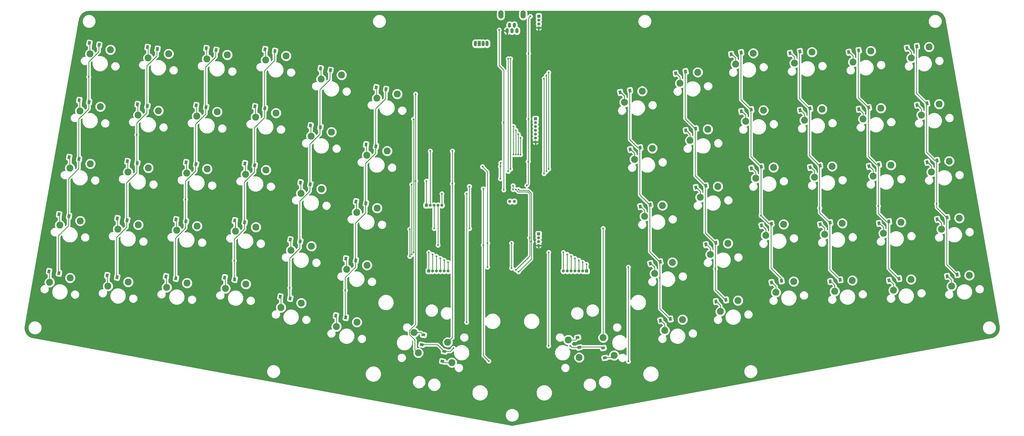
<source format=gbr>
G04 #@! TF.FileFunction,Copper,L2,Bot,Signal*
%FSLAX46Y46*%
G04 Gerber Fmt 4.6, Leading zero omitted, Abs format (unit mm)*
G04 Created by KiCad (PCBNEW 4.0.7) date 04/14/18 16:40:09*
%MOMM*%
%LPD*%
G01*
G04 APERTURE LIST*
%ADD10C,0.100000*%
%ADD11C,1.000000*%
%ADD12C,2.286000*%
%ADD13O,1.100000X1.650000*%
%ADD14O,1.700000X2.700000*%
%ADD15O,1.070000X1.800000*%
%ADD16R,1.070000X1.800000*%
%ADD17O,1.000000X1.000000*%
%ADD18R,1.000000X1.000000*%
%ADD19C,0.600000*%
%ADD20C,0.250000*%
%ADD21C,0.254000*%
G04 APERTURE END LIST*
D10*
D11*
X178250000Y-88650000D03*
X179750000Y-88650000D03*
D12*
X221708452Y-52434479D03*
X215895989Y-56038557D03*
X47144131Y-38746240D03*
X40449536Y-40144986D03*
X134678369Y-90837788D03*
X127983774Y-92236534D03*
X137986367Y-72077200D03*
X131291772Y-73475946D03*
X201035500Y-139974224D03*
X197431422Y-134161761D03*
X208908308Y-133427669D03*
X212512386Y-139240132D03*
X43836133Y-57506828D03*
X37141538Y-58905574D03*
X40528135Y-76267416D03*
X33833540Y-77666162D03*
X37220137Y-95028004D03*
X30525542Y-96426750D03*
X33912139Y-113788592D03*
X27217544Y-115187338D03*
X66252015Y-40084622D03*
X59557420Y-41483368D03*
X62944017Y-58845210D03*
X56249422Y-60243956D03*
X59636019Y-77605798D03*
X52941424Y-79004544D03*
X56328021Y-96366386D03*
X49633426Y-97765132D03*
X53020023Y-115126974D03*
X46325428Y-116525720D03*
X85533547Y-40438196D03*
X78838952Y-41836942D03*
X82225549Y-59198784D03*
X75530954Y-60597530D03*
X78917551Y-77959372D03*
X72222956Y-79358118D03*
X75609553Y-96719960D03*
X68914958Y-98118706D03*
X72301555Y-115480548D03*
X65606960Y-116879294D03*
X104815079Y-40791770D03*
X98120484Y-42190516D03*
X101507081Y-59552358D03*
X94812486Y-60951104D03*
X98199083Y-78312946D03*
X91504488Y-79711692D03*
X94891085Y-97073534D03*
X88196490Y-98472280D03*
X91583087Y-115834122D03*
X84888492Y-117232868D03*
X123054722Y-47054191D03*
X116360127Y-48452937D03*
X119746724Y-65814779D03*
X113052129Y-67213525D03*
X116438726Y-84575367D03*
X109744131Y-85974113D03*
X113130728Y-103335955D03*
X106436133Y-104734701D03*
X109822730Y-122096543D03*
X103128135Y-123495289D03*
X141294365Y-53316612D03*
X134599770Y-54715358D03*
X131370371Y-109598376D03*
X124675776Y-110997122D03*
X128062373Y-128358964D03*
X121367778Y-129757710D03*
X225016450Y-71195067D03*
X219203987Y-74799145D03*
X228324448Y-89955655D03*
X222511985Y-93559733D03*
X231632446Y-108716243D03*
X225819983Y-112320321D03*
X234940444Y-127476831D03*
X229127981Y-131080909D03*
X239948096Y-46172058D03*
X234135633Y-49776136D03*
X243256094Y-64932646D03*
X237443631Y-68536724D03*
X246564092Y-83693234D03*
X240751629Y-87297312D03*
X249872090Y-102453822D03*
X244059627Y-106057900D03*
X253180088Y-121214410D03*
X247367625Y-124818488D03*
X258187740Y-39909637D03*
X252375277Y-43513715D03*
X261495738Y-58670225D03*
X255683275Y-62274303D03*
X264803736Y-77430813D03*
X258991273Y-81034891D03*
X268111734Y-96191401D03*
X262299271Y-99795479D03*
X271419732Y-114951989D03*
X265607269Y-118556067D03*
X277469273Y-39556063D03*
X271656810Y-43160141D03*
X280777271Y-58316651D03*
X274964808Y-61920729D03*
X284085269Y-77077239D03*
X278272806Y-80681317D03*
X287393267Y-95837827D03*
X281580804Y-99441905D03*
X290701265Y-114598415D03*
X284888802Y-118202493D03*
X296750806Y-39202489D03*
X290938343Y-42806567D03*
X300058804Y-57963077D03*
X294246341Y-61567155D03*
X303366802Y-76723665D03*
X297554339Y-80327743D03*
X306674800Y-95484253D03*
X300862337Y-99088331D03*
X309982798Y-114244841D03*
X304170335Y-117848919D03*
X315858691Y-37864107D03*
X310046228Y-41468185D03*
X319166689Y-56624695D03*
X313354226Y-60228773D03*
X322474687Y-75385283D03*
X316662224Y-78989361D03*
X325782685Y-94145871D03*
X319970222Y-97749949D03*
X329090683Y-112906459D03*
X323278220Y-116510537D03*
X148209552Y-138430492D03*
X146810806Y-131735897D03*
X157846625Y-134971401D03*
X159245371Y-141665996D03*
D10*
G36*
X37462473Y-54839531D02*
X37254096Y-56021300D01*
X36367769Y-55865017D01*
X36576146Y-54683248D01*
X37462473Y-54839531D01*
X37462473Y-54839531D01*
G37*
G36*
X40712339Y-55412569D02*
X40503962Y-56594338D01*
X39617635Y-56438055D01*
X39826012Y-55256286D01*
X40712339Y-55412569D01*
X40712339Y-55412569D01*
G37*
G36*
X37404341Y-74173157D02*
X37195964Y-75354926D01*
X36309637Y-75198643D01*
X36518014Y-74016874D01*
X37404341Y-74173157D01*
X37404341Y-74173157D01*
G37*
G36*
X34154475Y-73600119D02*
X33946098Y-74781888D01*
X33059771Y-74625605D01*
X33268148Y-73443836D01*
X34154475Y-73600119D01*
X34154475Y-73600119D01*
G37*
G36*
X30846477Y-92360707D02*
X30638100Y-93542476D01*
X29751773Y-93386193D01*
X29960150Y-92204424D01*
X30846477Y-92360707D01*
X30846477Y-92360707D01*
G37*
G36*
X34096343Y-92933745D02*
X33887966Y-94115514D01*
X33001639Y-93959231D01*
X33210016Y-92777462D01*
X34096343Y-92933745D01*
X34096343Y-92933745D01*
G37*
G36*
X30788345Y-111694333D02*
X30579968Y-112876102D01*
X29693641Y-112719819D01*
X29902018Y-111538050D01*
X30788345Y-111694333D01*
X30788345Y-111694333D01*
G37*
G36*
X27538479Y-111121295D02*
X27330102Y-112303064D01*
X26443775Y-112146781D01*
X26652152Y-110965012D01*
X27538479Y-111121295D01*
X27538479Y-111121295D01*
G37*
G36*
X59878355Y-37417325D02*
X59669978Y-38599094D01*
X58783651Y-38442811D01*
X58992028Y-37261042D01*
X59878355Y-37417325D01*
X59878355Y-37417325D01*
G37*
G36*
X63128221Y-37990363D02*
X62919844Y-39172132D01*
X62033517Y-39015849D01*
X62241894Y-37834080D01*
X63128221Y-37990363D01*
X63128221Y-37990363D01*
G37*
G36*
X59820223Y-56750951D02*
X59611846Y-57932720D01*
X58725519Y-57776437D01*
X58933896Y-56594668D01*
X59820223Y-56750951D01*
X59820223Y-56750951D01*
G37*
G36*
X56570357Y-56177913D02*
X56361980Y-57359682D01*
X55475653Y-57203399D01*
X55684030Y-56021630D01*
X56570357Y-56177913D01*
X56570357Y-56177913D01*
G37*
G36*
X53262359Y-74938501D02*
X53053982Y-76120270D01*
X52167655Y-75963987D01*
X52376032Y-74782218D01*
X53262359Y-74938501D01*
X53262359Y-74938501D01*
G37*
G36*
X56512225Y-75511539D02*
X56303848Y-76693308D01*
X55417521Y-76537025D01*
X55625898Y-75355256D01*
X56512225Y-75511539D01*
X56512225Y-75511539D01*
G37*
G36*
X53204227Y-94272127D02*
X52995850Y-95453896D01*
X52109523Y-95297613D01*
X52317900Y-94115844D01*
X53204227Y-94272127D01*
X53204227Y-94272127D01*
G37*
G36*
X49954361Y-93699089D02*
X49745984Y-94880858D01*
X48859657Y-94724575D01*
X49068034Y-93542806D01*
X49954361Y-93699089D01*
X49954361Y-93699089D01*
G37*
G36*
X46646363Y-112459677D02*
X46437986Y-113641446D01*
X45551659Y-113485163D01*
X45760036Y-112303394D01*
X46646363Y-112459677D01*
X46646363Y-112459677D01*
G37*
G36*
X49896229Y-113032715D02*
X49687852Y-114214484D01*
X48801525Y-114058201D01*
X49009902Y-112876432D01*
X49896229Y-113032715D01*
X49896229Y-113032715D01*
G37*
G36*
X82409753Y-38343937D02*
X82201376Y-39525706D01*
X81315049Y-39369423D01*
X81523426Y-38187654D01*
X82409753Y-38343937D01*
X82409753Y-38343937D01*
G37*
G36*
X79159887Y-37770899D02*
X78951510Y-38952668D01*
X78065183Y-38796385D01*
X78273560Y-37614616D01*
X79159887Y-37770899D01*
X79159887Y-37770899D01*
G37*
G36*
X75851889Y-56531487D02*
X75643512Y-57713256D01*
X74757185Y-57556973D01*
X74965562Y-56375204D01*
X75851889Y-56531487D01*
X75851889Y-56531487D01*
G37*
G36*
X79101755Y-57104525D02*
X78893378Y-58286294D01*
X78007051Y-58130011D01*
X78215428Y-56948242D01*
X79101755Y-57104525D01*
X79101755Y-57104525D01*
G37*
G36*
X75793757Y-75865113D02*
X75585380Y-77046882D01*
X74699053Y-76890599D01*
X74907430Y-75708830D01*
X75793757Y-75865113D01*
X75793757Y-75865113D01*
G37*
G36*
X72543891Y-75292075D02*
X72335514Y-76473844D01*
X71449187Y-76317561D01*
X71657564Y-75135792D01*
X72543891Y-75292075D01*
X72543891Y-75292075D01*
G37*
G36*
X69235893Y-94052663D02*
X69027516Y-95234432D01*
X68141189Y-95078149D01*
X68349566Y-93896380D01*
X69235893Y-94052663D01*
X69235893Y-94052663D01*
G37*
G36*
X72485759Y-94625701D02*
X72277382Y-95807470D01*
X71391055Y-95651187D01*
X71599432Y-94469418D01*
X72485759Y-94625701D01*
X72485759Y-94625701D01*
G37*
G36*
X69177761Y-113386289D02*
X68969384Y-114568058D01*
X68083057Y-114411775D01*
X68291434Y-113230006D01*
X69177761Y-113386289D01*
X69177761Y-113386289D01*
G37*
G36*
X65927895Y-112813251D02*
X65719518Y-113995020D01*
X64833191Y-113838737D01*
X65041568Y-112656968D01*
X65927895Y-112813251D01*
X65927895Y-112813251D01*
G37*
G36*
X98441419Y-38124473D02*
X98233042Y-39306242D01*
X97346715Y-39149959D01*
X97555092Y-37968190D01*
X98441419Y-38124473D01*
X98441419Y-38124473D01*
G37*
G36*
X101691285Y-38697511D02*
X101482908Y-39879280D01*
X100596581Y-39722997D01*
X100804958Y-38541228D01*
X101691285Y-38697511D01*
X101691285Y-38697511D01*
G37*
G36*
X98383287Y-57458099D02*
X98174910Y-58639868D01*
X97288583Y-58483585D01*
X97496960Y-57301816D01*
X98383287Y-57458099D01*
X98383287Y-57458099D01*
G37*
G36*
X95133421Y-56885061D02*
X94925044Y-58066830D01*
X94038717Y-57910547D01*
X94247094Y-56728778D01*
X95133421Y-56885061D01*
X95133421Y-56885061D01*
G37*
G36*
X91825423Y-75645649D02*
X91617046Y-76827418D01*
X90730719Y-76671135D01*
X90939096Y-75489366D01*
X91825423Y-75645649D01*
X91825423Y-75645649D01*
G37*
G36*
X95075289Y-76218687D02*
X94866912Y-77400456D01*
X93980585Y-77244173D01*
X94188962Y-76062404D01*
X95075289Y-76218687D01*
X95075289Y-76218687D01*
G37*
G36*
X91767291Y-94979275D02*
X91558914Y-96161044D01*
X90672587Y-96004761D01*
X90880964Y-94822992D01*
X91767291Y-94979275D01*
X91767291Y-94979275D01*
G37*
G36*
X88517425Y-94406237D02*
X88309048Y-95588006D01*
X87422721Y-95431723D01*
X87631098Y-94249954D01*
X88517425Y-94406237D01*
X88517425Y-94406237D01*
G37*
G36*
X88459293Y-113739863D02*
X88250916Y-114921632D01*
X87364589Y-114765349D01*
X87572966Y-113583580D01*
X88459293Y-113739863D01*
X88459293Y-113739863D01*
G37*
G36*
X85209427Y-113166825D02*
X85001050Y-114348594D01*
X84114723Y-114192311D01*
X84323100Y-113010542D01*
X85209427Y-113166825D01*
X85209427Y-113166825D01*
G37*
G36*
X116681062Y-44386894D02*
X116472685Y-45568663D01*
X115586358Y-45412380D01*
X115794735Y-44230611D01*
X116681062Y-44386894D01*
X116681062Y-44386894D01*
G37*
G36*
X119930928Y-44959932D02*
X119722551Y-46141701D01*
X118836224Y-45985418D01*
X119044601Y-44803649D01*
X119930928Y-44959932D01*
X119930928Y-44959932D01*
G37*
G36*
X113373064Y-63147482D02*
X113164687Y-64329251D01*
X112278360Y-64172968D01*
X112486737Y-62991199D01*
X113373064Y-63147482D01*
X113373064Y-63147482D01*
G37*
G36*
X116622930Y-63720520D02*
X116414553Y-64902289D01*
X115528226Y-64746006D01*
X115736603Y-63564237D01*
X116622930Y-63720520D01*
X116622930Y-63720520D01*
G37*
G36*
X113314932Y-82481108D02*
X113106555Y-83662877D01*
X112220228Y-83506594D01*
X112428605Y-82324825D01*
X113314932Y-82481108D01*
X113314932Y-82481108D01*
G37*
G36*
X110065066Y-81908070D02*
X109856689Y-83089839D01*
X108970362Y-82933556D01*
X109178739Y-81751787D01*
X110065066Y-81908070D01*
X110065066Y-81908070D01*
G37*
G36*
X106757068Y-100668658D02*
X106548691Y-101850427D01*
X105662364Y-101694144D01*
X105870741Y-100512375D01*
X106757068Y-100668658D01*
X106757068Y-100668658D01*
G37*
G36*
X110006934Y-101241696D02*
X109798557Y-102423465D01*
X108912230Y-102267182D01*
X109120607Y-101085413D01*
X110006934Y-101241696D01*
X110006934Y-101241696D01*
G37*
G36*
X106698936Y-120002284D02*
X106490559Y-121184053D01*
X105604232Y-121027770D01*
X105812609Y-119846001D01*
X106698936Y-120002284D01*
X106698936Y-120002284D01*
G37*
G36*
X103449070Y-119429246D02*
X103240693Y-120611015D01*
X102354366Y-120454732D01*
X102562743Y-119272963D01*
X103449070Y-119429246D01*
X103449070Y-119429246D01*
G37*
G36*
X134920705Y-50649315D02*
X134712328Y-51831084D01*
X133826001Y-51674801D01*
X134034378Y-50493032D01*
X134920705Y-50649315D01*
X134920705Y-50649315D01*
G37*
G36*
X138170571Y-51222353D02*
X137962194Y-52404122D01*
X137075867Y-52247839D01*
X137284244Y-51066070D01*
X138170571Y-51222353D01*
X138170571Y-51222353D01*
G37*
G36*
X134862573Y-69982941D02*
X134654196Y-71164710D01*
X133767869Y-71008427D01*
X133976246Y-69826658D01*
X134862573Y-69982941D01*
X134862573Y-69982941D01*
G37*
G36*
X131612707Y-69409903D02*
X131404330Y-70591672D01*
X130518003Y-70435389D01*
X130726380Y-69253620D01*
X131612707Y-69409903D01*
X131612707Y-69409903D01*
G37*
G36*
X128304709Y-88170491D02*
X128096332Y-89352260D01*
X127210005Y-89195977D01*
X127418382Y-88014208D01*
X128304709Y-88170491D01*
X128304709Y-88170491D01*
G37*
G36*
X131554575Y-88743529D02*
X131346198Y-89925298D01*
X130459871Y-89769015D01*
X130668248Y-88587246D01*
X131554575Y-88743529D01*
X131554575Y-88743529D01*
G37*
G36*
X124996711Y-106931079D02*
X124788334Y-108112848D01*
X123902007Y-107956565D01*
X124110384Y-106774796D01*
X124996711Y-106931079D01*
X124996711Y-106931079D01*
G37*
G36*
X128246577Y-107504117D02*
X128038200Y-108685886D01*
X127151873Y-108529603D01*
X127360250Y-107347834D01*
X128246577Y-107504117D01*
X128246577Y-107504117D01*
G37*
G36*
X124938579Y-126264705D02*
X124730202Y-127446474D01*
X123843875Y-127290191D01*
X124052252Y-126108422D01*
X124938579Y-126264705D01*
X124938579Y-126264705D01*
G37*
G36*
X121688713Y-125691667D02*
X121480336Y-126873436D01*
X120594009Y-126717153D01*
X120802386Y-125535384D01*
X121688713Y-125691667D01*
X121688713Y-125691667D01*
G37*
G36*
X218056768Y-51534922D02*
X218265145Y-52716691D01*
X217378818Y-52872974D01*
X217170441Y-51691205D01*
X218056768Y-51534922D01*
X218056768Y-51534922D01*
G37*
G36*
X214806902Y-52107960D02*
X215015279Y-53289729D01*
X214128952Y-53446012D01*
X213920575Y-52264243D01*
X214806902Y-52107960D01*
X214806902Y-52107960D01*
G37*
G36*
X218114900Y-70868548D02*
X218323277Y-72050317D01*
X217436950Y-72206600D01*
X217228573Y-71024831D01*
X218114900Y-70868548D01*
X218114900Y-70868548D01*
G37*
G36*
X221364766Y-70295510D02*
X221573143Y-71477279D01*
X220686816Y-71633562D01*
X220478439Y-70451793D01*
X221364766Y-70295510D01*
X221364766Y-70295510D01*
G37*
G36*
X224672764Y-89056098D02*
X224881141Y-90237867D01*
X223994814Y-90394150D01*
X223786437Y-89212381D01*
X224672764Y-89056098D01*
X224672764Y-89056098D01*
G37*
G36*
X221422898Y-89629136D02*
X221631275Y-90810905D01*
X220744948Y-90967188D01*
X220536571Y-89785419D01*
X221422898Y-89629136D01*
X221422898Y-89629136D01*
G37*
G36*
X224730896Y-108389724D02*
X224939273Y-109571493D01*
X224052946Y-109727776D01*
X223844569Y-108546007D01*
X224730896Y-108389724D01*
X224730896Y-108389724D01*
G37*
G36*
X227980762Y-107816686D02*
X228189139Y-108998455D01*
X227302812Y-109154738D01*
X227094435Y-107972969D01*
X227980762Y-107816686D01*
X227980762Y-107816686D01*
G37*
G36*
X231288760Y-126577274D02*
X231497137Y-127759043D01*
X230610810Y-127915326D01*
X230402433Y-126733557D01*
X231288760Y-126577274D01*
X231288760Y-126577274D01*
G37*
G36*
X228038894Y-127150312D02*
X228247271Y-128332081D01*
X227360944Y-128488364D01*
X227152567Y-127306595D01*
X228038894Y-127150312D01*
X228038894Y-127150312D01*
G37*
G36*
X233046546Y-45845539D02*
X233254923Y-47027308D01*
X232368596Y-47183591D01*
X232160219Y-46001822D01*
X233046546Y-45845539D01*
X233046546Y-45845539D01*
G37*
G36*
X236296412Y-45272501D02*
X236504789Y-46454270D01*
X235618462Y-46610553D01*
X235410085Y-45428784D01*
X236296412Y-45272501D01*
X236296412Y-45272501D01*
G37*
G36*
X239604410Y-64033089D02*
X239812787Y-65214858D01*
X238926460Y-65371141D01*
X238718083Y-64189372D01*
X239604410Y-64033089D01*
X239604410Y-64033089D01*
G37*
G36*
X236354544Y-64606127D02*
X236562921Y-65787896D01*
X235676594Y-65944179D01*
X235468217Y-64762410D01*
X236354544Y-64606127D01*
X236354544Y-64606127D01*
G37*
G36*
X239662542Y-83366715D02*
X239870919Y-84548484D01*
X238984592Y-84704767D01*
X238776215Y-83522998D01*
X239662542Y-83366715D01*
X239662542Y-83366715D01*
G37*
G36*
X242912408Y-82793677D02*
X243120785Y-83975446D01*
X242234458Y-84131729D01*
X242026081Y-82949960D01*
X242912408Y-82793677D01*
X242912408Y-82793677D01*
G37*
G36*
X242970540Y-102127303D02*
X243178917Y-103309072D01*
X242292590Y-103465355D01*
X242084213Y-102283586D01*
X242970540Y-102127303D01*
X242970540Y-102127303D01*
G37*
G36*
X246220406Y-101554265D02*
X246428783Y-102736034D01*
X245542456Y-102892317D01*
X245334079Y-101710548D01*
X246220406Y-101554265D01*
X246220406Y-101554265D01*
G37*
G36*
X249528404Y-120314853D02*
X249736781Y-121496622D01*
X248850454Y-121652905D01*
X248642077Y-120471136D01*
X249528404Y-120314853D01*
X249528404Y-120314853D01*
G37*
G36*
X246278538Y-120887891D02*
X246486915Y-122069660D01*
X245600588Y-122225943D01*
X245392211Y-121044174D01*
X246278538Y-120887891D01*
X246278538Y-120887891D01*
G37*
G36*
X254536056Y-39010080D02*
X254744433Y-40191849D01*
X253858106Y-40348132D01*
X253649729Y-39166363D01*
X254536056Y-39010080D01*
X254536056Y-39010080D01*
G37*
G36*
X251286190Y-39583118D02*
X251494567Y-40764887D01*
X250608240Y-40921170D01*
X250399863Y-39739401D01*
X251286190Y-39583118D01*
X251286190Y-39583118D01*
G37*
G36*
X254594188Y-58343706D02*
X254802565Y-59525475D01*
X253916238Y-59681758D01*
X253707861Y-58499989D01*
X254594188Y-58343706D01*
X254594188Y-58343706D01*
G37*
G36*
X257844054Y-57770668D02*
X258052431Y-58952437D01*
X257166104Y-59108720D01*
X256957727Y-57926951D01*
X257844054Y-57770668D01*
X257844054Y-57770668D01*
G37*
G36*
X257902186Y-77104294D02*
X258110563Y-78286063D01*
X257224236Y-78442346D01*
X257015859Y-77260577D01*
X257902186Y-77104294D01*
X257902186Y-77104294D01*
G37*
G36*
X261152052Y-76531256D02*
X261360429Y-77713025D01*
X260474102Y-77869308D01*
X260265725Y-76687539D01*
X261152052Y-76531256D01*
X261152052Y-76531256D01*
G37*
G36*
X261210184Y-95864882D02*
X261418561Y-97046651D01*
X260532234Y-97202934D01*
X260323857Y-96021165D01*
X261210184Y-95864882D01*
X261210184Y-95864882D01*
G37*
G36*
X264460050Y-95291844D02*
X264668427Y-96473613D01*
X263782100Y-96629896D01*
X263573723Y-95448127D01*
X264460050Y-95291844D01*
X264460050Y-95291844D01*
G37*
G36*
X264518182Y-114625470D02*
X264726559Y-115807239D01*
X263840232Y-115963522D01*
X263631855Y-114781753D01*
X264518182Y-114625470D01*
X264518182Y-114625470D01*
G37*
G36*
X267768048Y-114052432D02*
X267976425Y-115234201D01*
X267090098Y-115390484D01*
X266881721Y-114208715D01*
X267768048Y-114052432D01*
X267768048Y-114052432D01*
G37*
G36*
X270567723Y-39229544D02*
X270776100Y-40411313D01*
X269889773Y-40567596D01*
X269681396Y-39385827D01*
X270567723Y-39229544D01*
X270567723Y-39229544D01*
G37*
G36*
X273817589Y-38656506D02*
X274025966Y-39838275D01*
X273139639Y-39994558D01*
X272931262Y-38812789D01*
X273817589Y-38656506D01*
X273817589Y-38656506D01*
G37*
G36*
X273875721Y-57990132D02*
X274084098Y-59171901D01*
X273197771Y-59328184D01*
X272989394Y-58146415D01*
X273875721Y-57990132D01*
X273875721Y-57990132D01*
G37*
G36*
X277125587Y-57417094D02*
X277333964Y-58598863D01*
X276447637Y-58755146D01*
X276239260Y-57573377D01*
X277125587Y-57417094D01*
X277125587Y-57417094D01*
G37*
G36*
X280433585Y-76177682D02*
X280641962Y-77359451D01*
X279755635Y-77515734D01*
X279547258Y-76333965D01*
X280433585Y-76177682D01*
X280433585Y-76177682D01*
G37*
G36*
X277183719Y-76750720D02*
X277392096Y-77932489D01*
X276505769Y-78088772D01*
X276297392Y-76907003D01*
X277183719Y-76750720D01*
X277183719Y-76750720D01*
G37*
G36*
X283741583Y-94938270D02*
X283949960Y-96120039D01*
X283063633Y-96276322D01*
X282855256Y-95094553D01*
X283741583Y-94938270D01*
X283741583Y-94938270D01*
G37*
G36*
X280491717Y-95511308D02*
X280700094Y-96693077D01*
X279813767Y-96849360D01*
X279605390Y-95667591D01*
X280491717Y-95511308D01*
X280491717Y-95511308D01*
G37*
G36*
X283799715Y-114271896D02*
X284008092Y-115453665D01*
X283121765Y-115609948D01*
X282913388Y-114428179D01*
X283799715Y-114271896D01*
X283799715Y-114271896D01*
G37*
G36*
X287049581Y-113698858D02*
X287257958Y-114880627D01*
X286371631Y-115036910D01*
X286163254Y-113855141D01*
X287049581Y-113698858D01*
X287049581Y-113698858D01*
G37*
G36*
X293099122Y-38302932D02*
X293307499Y-39484701D01*
X292421172Y-39640984D01*
X292212795Y-38459215D01*
X293099122Y-38302932D01*
X293099122Y-38302932D01*
G37*
G36*
X289849256Y-38875970D02*
X290057633Y-40057739D01*
X289171306Y-40214022D01*
X288962929Y-39032253D01*
X289849256Y-38875970D01*
X289849256Y-38875970D01*
G37*
G36*
X296407120Y-57063520D02*
X296615497Y-58245289D01*
X295729170Y-58401572D01*
X295520793Y-57219803D01*
X296407120Y-57063520D01*
X296407120Y-57063520D01*
G37*
G36*
X293157254Y-57636558D02*
X293365631Y-58818327D01*
X292479304Y-58974610D01*
X292270927Y-57792841D01*
X293157254Y-57636558D01*
X293157254Y-57636558D01*
G37*
G36*
X296465252Y-76397146D02*
X296673629Y-77578915D01*
X295787302Y-77735198D01*
X295578925Y-76553429D01*
X296465252Y-76397146D01*
X296465252Y-76397146D01*
G37*
G36*
X299715118Y-75824108D02*
X299923495Y-77005877D01*
X299037168Y-77162160D01*
X298828791Y-75980391D01*
X299715118Y-75824108D01*
X299715118Y-75824108D01*
G37*
G36*
X303023116Y-94584696D02*
X303231493Y-95766465D01*
X302345166Y-95922748D01*
X302136789Y-94740979D01*
X303023116Y-94584696D01*
X303023116Y-94584696D01*
G37*
G36*
X299773250Y-95157734D02*
X299981627Y-96339503D01*
X299095300Y-96495786D01*
X298886923Y-95314017D01*
X299773250Y-95157734D01*
X299773250Y-95157734D01*
G37*
G36*
X306331114Y-113345284D02*
X306539491Y-114527053D01*
X305653164Y-114683336D01*
X305444787Y-113501567D01*
X306331114Y-113345284D01*
X306331114Y-113345284D01*
G37*
G36*
X303081248Y-113918322D02*
X303289625Y-115100091D01*
X302403298Y-115256374D01*
X302194921Y-114074605D01*
X303081248Y-113918322D01*
X303081248Y-113918322D01*
G37*
G36*
X308957141Y-37537588D02*
X309165518Y-38719357D01*
X308279191Y-38875640D01*
X308070814Y-37693871D01*
X308957141Y-37537588D01*
X308957141Y-37537588D01*
G37*
G36*
X312207007Y-36964550D02*
X312415384Y-38146319D01*
X311529057Y-38302602D01*
X311320680Y-37120833D01*
X312207007Y-36964550D01*
X312207007Y-36964550D01*
G37*
G36*
X315515005Y-55725138D02*
X315723382Y-56906907D01*
X314837055Y-57063190D01*
X314628678Y-55881421D01*
X315515005Y-55725138D01*
X315515005Y-55725138D01*
G37*
G36*
X312265139Y-56298176D02*
X312473516Y-57479945D01*
X311587189Y-57636228D01*
X311378812Y-56454459D01*
X312265139Y-56298176D01*
X312265139Y-56298176D01*
G37*
G36*
X318823003Y-74485726D02*
X319031380Y-75667495D01*
X318145053Y-75823778D01*
X317936676Y-74642009D01*
X318823003Y-74485726D01*
X318823003Y-74485726D01*
G37*
G36*
X315573137Y-75058764D02*
X315781514Y-76240533D01*
X314895187Y-76396816D01*
X314686810Y-75215047D01*
X315573137Y-75058764D01*
X315573137Y-75058764D01*
G37*
G36*
X318881135Y-93819352D02*
X319089512Y-95001121D01*
X318203185Y-95157404D01*
X317994808Y-93975635D01*
X318881135Y-93819352D01*
X318881135Y-93819352D01*
G37*
G36*
X322131001Y-93246314D02*
X322339378Y-94428083D01*
X321453051Y-94584366D01*
X321244674Y-93402597D01*
X322131001Y-93246314D01*
X322131001Y-93246314D01*
G37*
G36*
X325438999Y-112006902D02*
X325647376Y-113188671D01*
X324761049Y-113344954D01*
X324552672Y-112163185D01*
X325438999Y-112006902D01*
X325438999Y-112006902D01*
G37*
G36*
X322189133Y-112579940D02*
X322397510Y-113761709D01*
X321511183Y-113917992D01*
X321302806Y-112736223D01*
X322189133Y-112579940D01*
X322189133Y-112579940D01*
G37*
G36*
X149832224Y-136284285D02*
X148650455Y-136075908D01*
X148806738Y-135189581D01*
X149988507Y-135397958D01*
X149832224Y-136284285D01*
X149832224Y-136284285D01*
G37*
G36*
X150405262Y-133034419D02*
X149223493Y-132826042D01*
X149379776Y-131939715D01*
X150561545Y-132148092D01*
X150405262Y-133034419D01*
X150405262Y-133034419D01*
G37*
G36*
X155632219Y-140624514D02*
X156813988Y-140832891D01*
X156657705Y-141719218D01*
X155475936Y-141510841D01*
X155632219Y-140624514D01*
X155632219Y-140624514D01*
G37*
G36*
X156205257Y-137374648D02*
X157387026Y-137583025D01*
X157230743Y-138469352D01*
X156048974Y-138260975D01*
X156205257Y-137374648D01*
X156205257Y-137374648D01*
G37*
G36*
X208786493Y-139715958D02*
X209968262Y-139507581D01*
X210124545Y-140393908D01*
X208942776Y-140602285D01*
X208786493Y-139715958D01*
X208786493Y-139715958D01*
G37*
G36*
X208213455Y-136466092D02*
X209395224Y-136257715D01*
X209551507Y-137144042D01*
X208369738Y-137352419D01*
X208213455Y-136466092D01*
X208213455Y-136466092D01*
G37*
G36*
X201742545Y-136964908D02*
X200560776Y-137173285D01*
X200404493Y-136286958D01*
X201586262Y-136078581D01*
X201742545Y-136964908D01*
X201742545Y-136964908D01*
G37*
G36*
X201169507Y-133715042D02*
X199987738Y-133923419D01*
X199831455Y-133037092D01*
X201013224Y-132828715D01*
X201169507Y-133715042D01*
X201169507Y-133715042D01*
G37*
D13*
X178176000Y-30728000D03*
X179776000Y-30728000D03*
X180576000Y-32528000D03*
X178976000Y-32528000D03*
X177376000Y-32528000D03*
D14*
X182626000Y-27178000D03*
X175326000Y-27178000D03*
D10*
G36*
X40770471Y-36078943D02*
X40562094Y-37260712D01*
X39675767Y-37104429D01*
X39884144Y-35922660D01*
X40770471Y-36078943D01*
X40770471Y-36078943D01*
G37*
G36*
X44020337Y-36651981D02*
X43811960Y-37833750D01*
X42925633Y-37677467D01*
X43134010Y-36495698D01*
X44020337Y-36651981D01*
X44020337Y-36651981D01*
G37*
D15*
X170770000Y-36750000D03*
X169500000Y-36750000D03*
X166960000Y-36750000D03*
D16*
X168230000Y-36750000D03*
D17*
X155956000Y-89916000D03*
X154686000Y-89916000D03*
X153416000Y-89916000D03*
X152146000Y-89916000D03*
D18*
X150876000Y-89916000D03*
D17*
X187706000Y-103124000D03*
X187706000Y-101854000D03*
X187706000Y-100584000D03*
D18*
X187706000Y-99314000D03*
D17*
X187750000Y-31560000D03*
X187750000Y-30290000D03*
X187750000Y-29020000D03*
D18*
X187750000Y-27750000D03*
D17*
X157988000Y-111506000D03*
X156718000Y-111506000D03*
X155448000Y-111506000D03*
X154178000Y-111506000D03*
X152908000Y-111506000D03*
D18*
X151638000Y-111506000D03*
D17*
X195834000Y-111506000D03*
X197104000Y-111506000D03*
X198374000Y-111506000D03*
X199644000Y-111506000D03*
X200914000Y-111506000D03*
X202184000Y-111506000D03*
D18*
X203454000Y-111506000D03*
D17*
X186690000Y-69088000D03*
X186690000Y-67818000D03*
X186690000Y-66548000D03*
X186690000Y-65278000D03*
X186690000Y-64008000D03*
X186690000Y-62738000D03*
D18*
X186690000Y-61468000D03*
D19*
X184404000Y-40000000D03*
X185000000Y-27750000D03*
X184404000Y-61500000D03*
X178816000Y-102362000D03*
X178816000Y-110580000D03*
X170942000Y-110236000D03*
X175150000Y-77150000D03*
X175260000Y-75946000D03*
X175150000Y-81180000D03*
X169291000Y-77216000D03*
X170942000Y-102362000D03*
X183829949Y-83378051D03*
X184277000Y-75565000D03*
X179324000Y-83439000D03*
X179324000Y-84709000D03*
X151638000Y-105410000D03*
X146685000Y-105410000D03*
X146685000Y-61595000D03*
X40047765Y-47688500D03*
X152908000Y-106045000D03*
X146050000Y-83058000D03*
X146050000Y-106045000D03*
X55817152Y-66675000D03*
X154178000Y-106680000D03*
X145415000Y-97790000D03*
X145415000Y-106680000D03*
X71790686Y-88011000D03*
X155448000Y-107315000D03*
X87764220Y-108077000D03*
X156718000Y-107965000D03*
X106003863Y-117094000D03*
X157988000Y-108615000D03*
X124243506Y-117856000D03*
X203454000Y-109280000D03*
X227494066Y-113800000D03*
X202184000Y-108630000D03*
X245733710Y-110807500D03*
X200914000Y-107980000D03*
X260665356Y-93286631D03*
X199644000Y-107330000D03*
X279946889Y-90805000D03*
X198374000Y-106680000D03*
X299228422Y-90170000D03*
X197104000Y-106030000D03*
X318336307Y-89408000D03*
X191008000Y-105380000D03*
X191008000Y-136144000D03*
X159766000Y-136906000D03*
X198120000Y-136144000D03*
X195834000Y-105410000D03*
X181750000Y-67750000D03*
X181750000Y-73250000D03*
X181000000Y-66500000D03*
X181000000Y-73250000D03*
X180250000Y-65250000D03*
X180250000Y-73250000D03*
X179500000Y-64000000D03*
X179500000Y-73250000D03*
X184785000Y-100584000D03*
X180213000Y-111125000D03*
X180213000Y-84709000D03*
X185293000Y-101854000D03*
X181102000Y-84709000D03*
X181102000Y-111760000D03*
X177750000Y-78750000D03*
X177750000Y-41750000D03*
X178500000Y-41750000D03*
X178500000Y-78000000D03*
X150876000Y-81915000D03*
X147320000Y-53340000D03*
X147320000Y-81915000D03*
X152146000Y-72077200D03*
X159385000Y-72077200D03*
X159385000Y-82776000D03*
X153416000Y-97536000D03*
X164973000Y-97536000D03*
X208908308Y-97536000D03*
X164973000Y-83693000D03*
X171350000Y-141117223D03*
X154686000Y-103000000D03*
X169545000Y-103000000D03*
X217170000Y-110236000D03*
X217170000Y-141224000D03*
X169545000Y-84455000D03*
X189484000Y-48250000D03*
X189484000Y-79502000D03*
X190246000Y-47250000D03*
X190246000Y-78740000D03*
X191008000Y-46250000D03*
X191008000Y-77978000D03*
X164084000Y-86076000D03*
X155956000Y-86106000D03*
X164084000Y-128358964D03*
X174750000Y-32250000D03*
X176276000Y-62750000D03*
X176276000Y-84836000D03*
D20*
X184404000Y-62000000D02*
X184404000Y-40000000D01*
X184404000Y-40000000D02*
X184404000Y-28346000D01*
X184404000Y-28346000D02*
X185000000Y-27750000D01*
X184404000Y-62000000D02*
X184404000Y-61500000D01*
X184404000Y-75438000D02*
X184404000Y-62000000D01*
X178816000Y-110580000D02*
X178816000Y-102362000D01*
X170942000Y-102362000D02*
X170942000Y-110236000D01*
X175150000Y-77160000D02*
X175150000Y-76056000D01*
X175150000Y-76056000D02*
X175260000Y-75946000D01*
X175150000Y-77160000D02*
X175150000Y-81180000D01*
X184404000Y-75438000D02*
X184277000Y-75565000D01*
X170942000Y-102362000D02*
X170942000Y-78867000D01*
X170942000Y-78867000D02*
X169291000Y-77216000D01*
X184277000Y-75565000D02*
X184277000Y-82931000D01*
X184277000Y-82931000D02*
X183829949Y-83378051D01*
X179324000Y-84709000D02*
X179324000Y-83439000D01*
X40370840Y-36617733D02*
X40370840Y-40066290D01*
X40370840Y-40066290D02*
X40449536Y-40144986D01*
X151638000Y-111506000D02*
X151638000Y-105410000D01*
X146685000Y-105410000D02*
X146685000Y-61595000D01*
X40017266Y-55899265D02*
X40047765Y-47688500D01*
X40047765Y-47688500D02*
X40066062Y-42762452D01*
X40066062Y-42762452D02*
X40017266Y-42749898D01*
X43325264Y-39441900D02*
X43325264Y-37138677D01*
X40017266Y-58202488D02*
X40017266Y-55899265D01*
X36709268Y-77832522D02*
X36709268Y-74659853D01*
X33401270Y-96593110D02*
X33401270Y-93420441D01*
X40017266Y-42749898D02*
X43325264Y-39441900D01*
X36709268Y-74659853D02*
X36709268Y-61510486D01*
X36709268Y-61510486D02*
X40017266Y-58202488D01*
X33401270Y-93420441D02*
X33401270Y-81140520D01*
X33401270Y-81140520D02*
X36709268Y-77832522D01*
X30093272Y-112181029D02*
X30093272Y-99901108D01*
X30093272Y-99901108D02*
X33401270Y-96593110D01*
X37062842Y-55378321D02*
X37062842Y-58826878D01*
X37062842Y-58826878D02*
X37141538Y-58905574D01*
X33754844Y-74138909D02*
X33754844Y-77587466D01*
X33754844Y-77587466D02*
X33833540Y-77666162D01*
X30446846Y-92899497D02*
X30446846Y-96348054D01*
X30446846Y-96348054D02*
X30525542Y-96426750D01*
X27138848Y-111660085D02*
X27138848Y-115108642D01*
X27138848Y-115108642D02*
X27217544Y-115187338D01*
X59478724Y-37956115D02*
X59478724Y-41404672D01*
X59478724Y-41404672D02*
X59557420Y-41483368D01*
X152908000Y-111506000D02*
X152908000Y-106045000D01*
X146050000Y-106045000D02*
X146050000Y-83058000D01*
X55817152Y-75998235D02*
X55817152Y-66675000D01*
X55817152Y-66675000D02*
X55817152Y-62848868D01*
X62433148Y-40780282D02*
X62433148Y-38477059D01*
X59125150Y-59540870D02*
X59125150Y-57237647D01*
X55817152Y-79170904D02*
X55817152Y-75998235D01*
X52509154Y-97062046D02*
X52509154Y-94758823D01*
X59125150Y-57237647D02*
X59125150Y-44088280D01*
X59125150Y-44088280D02*
X62433148Y-40780282D01*
X55817152Y-62848868D02*
X59125150Y-59540870D01*
X52509154Y-94758823D02*
X52509154Y-82478902D01*
X52509154Y-82478902D02*
X55817152Y-79170904D01*
X49201156Y-113519411D02*
X49201156Y-100370044D01*
X49201156Y-100370044D02*
X52509154Y-97062046D01*
X56170726Y-56716703D02*
X56170726Y-60165260D01*
X56170726Y-60165260D02*
X56249422Y-60243956D01*
X52862728Y-75477291D02*
X52862728Y-78925848D01*
X52862728Y-78925848D02*
X52941424Y-79004544D01*
X49554730Y-94237879D02*
X49554730Y-97686436D01*
X49554730Y-97686436D02*
X49633426Y-97765132D01*
X46246732Y-112998467D02*
X46246732Y-116447024D01*
X46246732Y-116447024D02*
X46325428Y-116525720D01*
X78760256Y-38309689D02*
X78760256Y-41758246D01*
X78760256Y-41758246D02*
X78838952Y-41836942D01*
X154178000Y-111506000D02*
X154178000Y-106680000D01*
X145415000Y-106680000D02*
X145415000Y-97790000D01*
X71790686Y-95112397D02*
X71790686Y-88011000D01*
X71790686Y-88011000D02*
X71790686Y-81963030D01*
X81714680Y-41133856D02*
X81714680Y-38830633D01*
X78406682Y-59894444D02*
X78406682Y-57591221D01*
X75098684Y-78655032D02*
X75098684Y-76351809D01*
X71790686Y-97415620D02*
X71790686Y-95112397D01*
X78406682Y-57591221D02*
X78406682Y-44441854D01*
X78406682Y-44441854D02*
X81714680Y-41133856D01*
X75098684Y-76351809D02*
X75098684Y-63202442D01*
X75098684Y-63202442D02*
X78406682Y-59894444D01*
X71790686Y-81963030D02*
X75098684Y-78655032D01*
X68482688Y-113872985D02*
X68482688Y-100723618D01*
X68482688Y-100723618D02*
X71790686Y-97415620D01*
X75452258Y-57070277D02*
X75452258Y-60518834D01*
X75452258Y-60518834D02*
X75530954Y-60597530D01*
X72144260Y-75830865D02*
X72144260Y-79279422D01*
X72144260Y-79279422D02*
X72222956Y-79358118D01*
X68836262Y-94591453D02*
X68836262Y-98040010D01*
X68836262Y-98040010D02*
X68914958Y-98118706D01*
X65528264Y-113352041D02*
X65528264Y-116800598D01*
X65528264Y-116800598D02*
X65606960Y-116879294D01*
X98041788Y-38663263D02*
X98041788Y-42111820D01*
X98041788Y-42111820D02*
X98120484Y-42190516D01*
X155448000Y-111506000D02*
X155448000Y-107315000D01*
X87764220Y-114226559D02*
X87764220Y-108077000D01*
X87764220Y-108077000D02*
X87764220Y-101077192D01*
X100996212Y-42356876D02*
X100996212Y-39184207D01*
X97688214Y-61117464D02*
X97688214Y-57944795D01*
X94380216Y-79008606D02*
X94380216Y-76705383D01*
X91072218Y-97769194D02*
X91072218Y-95465971D01*
X97688214Y-57944795D02*
X97688214Y-45664874D01*
X97688214Y-45664874D02*
X100996212Y-42356876D01*
X94380216Y-76705383D02*
X94380216Y-64425462D01*
X94380216Y-64425462D02*
X97688214Y-61117464D01*
X91072218Y-95465971D02*
X91072218Y-82316604D01*
X91072218Y-82316604D02*
X94380216Y-79008606D01*
X87764220Y-101077192D02*
X91072218Y-97769194D01*
X94733790Y-57423851D02*
X94733790Y-60872408D01*
X94733790Y-60872408D02*
X94812486Y-60951104D01*
X91425792Y-76184439D02*
X91425792Y-79632996D01*
X91425792Y-79632996D02*
X91504488Y-79711692D01*
X88117794Y-94945027D02*
X88117794Y-98393584D01*
X88117794Y-94945027D02*
X88196490Y-95023723D01*
X88196490Y-95023723D02*
X88196490Y-98472280D01*
X84809796Y-113705615D02*
X84809796Y-117154172D01*
X84809796Y-117154172D02*
X84888492Y-117232868D01*
X116281431Y-44925684D02*
X116281431Y-48374241D01*
X116281431Y-48374241D02*
X116360127Y-48452937D01*
X156718000Y-111506000D02*
X156718000Y-107965000D01*
X106003863Y-120488980D02*
X106003863Y-117094000D01*
X106003863Y-117094000D02*
X106003863Y-107339613D01*
X119235855Y-48619297D02*
X119235855Y-45446628D01*
X115927857Y-66510439D02*
X115927857Y-64207216D01*
X112619859Y-85271027D02*
X112619859Y-82967804D01*
X109311861Y-104031615D02*
X109311861Y-101728392D01*
X115927857Y-64207216D02*
X115927857Y-51927295D01*
X115927857Y-51927295D02*
X119235855Y-48619297D01*
X112619859Y-82967804D02*
X112619859Y-69818437D01*
X112619859Y-69818437D02*
X115927857Y-66510439D01*
X109311861Y-101728392D02*
X109311861Y-88579025D01*
X109311861Y-88579025D02*
X112619859Y-85271027D01*
X106003863Y-107339613D02*
X109311861Y-104031615D01*
X112973433Y-63686272D02*
X112973433Y-67134829D01*
X112973433Y-67134829D02*
X113052129Y-67213525D01*
X109665435Y-82446860D02*
X109665435Y-85895417D01*
X109665435Y-85895417D02*
X109744131Y-85974113D01*
X106357437Y-101207448D02*
X106357437Y-104656005D01*
X106357437Y-104656005D02*
X106436133Y-104734701D01*
X103128135Y-123495289D02*
X103128135Y-120046732D01*
X103128135Y-120046732D02*
X103049439Y-119968036D01*
X134521074Y-51188105D02*
X134521074Y-54636662D01*
X134521074Y-54636662D02*
X134599770Y-54715358D01*
X157988000Y-111506000D02*
X157988000Y-108615000D01*
X124243506Y-126751401D02*
X124243506Y-117856000D01*
X124243506Y-117856000D02*
X124243506Y-113602034D01*
X137475498Y-54881718D02*
X137475498Y-51709049D01*
X134167500Y-72772860D02*
X134167500Y-70469637D01*
X130859502Y-92402894D02*
X130859502Y-89230225D01*
X127551504Y-110294036D02*
X127551504Y-107990813D01*
X134167500Y-70469637D02*
X134167500Y-58189716D01*
X134167500Y-58189716D02*
X137475498Y-54881718D01*
X130859502Y-89230225D02*
X130859502Y-76080858D01*
X130859502Y-76080858D02*
X134167500Y-72772860D01*
X127551504Y-107990813D02*
X127551504Y-95710892D01*
X127551504Y-95710892D02*
X130859502Y-92402894D01*
X124243506Y-113602034D02*
X127551504Y-110294036D01*
X131213076Y-69948693D02*
X131213076Y-73397250D01*
X131213076Y-73397250D02*
X131291772Y-73475946D01*
X127905078Y-88709281D02*
X127905078Y-92157838D01*
X127905078Y-92157838D02*
X127983774Y-92236534D01*
X124597080Y-107469869D02*
X124597080Y-110918426D01*
X124597080Y-110918426D02*
X124675776Y-110997122D01*
X121289082Y-126230457D02*
X121289082Y-129679014D01*
X121289082Y-129679014D02*
X121367778Y-129757710D01*
X215895989Y-56038557D02*
X215895989Y-54031280D01*
X215895989Y-54031280D02*
X214615648Y-52750939D01*
X203454000Y-111506000D02*
X203454000Y-109280000D01*
X227494066Y-123964349D02*
X227494066Y-113800000D01*
X227494066Y-113800000D02*
X227494066Y-108511759D01*
X217570072Y-68290297D02*
X217570072Y-52229995D01*
X220878070Y-70990583D02*
X220270358Y-70990583D01*
X220270358Y-70990583D02*
X217570072Y-68290297D01*
X224186068Y-89751171D02*
X220878070Y-86443173D01*
X220878070Y-86443173D02*
X220878070Y-70990583D01*
X227494066Y-108511759D02*
X224186068Y-105203761D01*
X224186068Y-105203761D02*
X224186068Y-89751171D01*
X230802064Y-127272347D02*
X227494066Y-123964349D01*
X219203987Y-74799145D02*
X219203987Y-72791868D01*
X219203987Y-72791868D02*
X217923646Y-71511527D01*
X222511985Y-93559733D02*
X222511985Y-91552456D01*
X222511985Y-91552456D02*
X221231644Y-90272115D01*
X225819983Y-112320321D02*
X225819983Y-110313044D01*
X225819983Y-110313044D02*
X224539642Y-109032703D01*
X229127981Y-131080909D02*
X229127981Y-129073632D01*
X229127981Y-129073632D02*
X227847640Y-127793291D01*
X234135633Y-49776136D02*
X234135633Y-47768859D01*
X234135633Y-47768859D02*
X232855292Y-46488518D01*
X202184000Y-111506000D02*
X202184000Y-108630000D01*
X245733710Y-102249338D02*
X245733710Y-110807500D01*
X245733710Y-117701928D02*
X245733710Y-110807500D01*
X239117714Y-64728162D02*
X235809716Y-61420164D01*
X235809716Y-61420164D02*
X235809716Y-45967574D01*
X242425712Y-83488750D02*
X239117714Y-80180752D01*
X239117714Y-80180752D02*
X239117714Y-64728162D01*
X245733710Y-102249338D02*
X242425712Y-98941340D01*
X242425712Y-98941340D02*
X242425712Y-83488750D01*
X249041708Y-121009926D02*
X245733710Y-117701928D01*
X237443631Y-68536724D02*
X237443631Y-66529447D01*
X237443631Y-66529447D02*
X236163290Y-65249106D01*
X240751629Y-87297312D02*
X240751629Y-85290035D01*
X240751629Y-85290035D02*
X239471288Y-84009694D01*
X244059627Y-106057900D02*
X244059627Y-104050623D01*
X244059627Y-104050623D02*
X242779286Y-102770282D01*
X247367625Y-124818488D02*
X247367625Y-122811211D01*
X247367625Y-122811211D02*
X246087284Y-121530870D01*
X252375277Y-43513715D02*
X252375277Y-41506438D01*
X252375277Y-41506438D02*
X251094936Y-40226097D01*
X200914000Y-111506000D02*
X200914000Y-107980000D01*
X260665356Y-93286631D02*
X260665356Y-77226329D01*
X263973354Y-110527166D02*
X263973354Y-95986917D01*
X257357358Y-58465741D02*
X254049360Y-55157743D01*
X254049360Y-55157743D02*
X254049360Y-39705153D01*
X260665356Y-77226329D02*
X257357358Y-73918331D01*
X257357358Y-73918331D02*
X257357358Y-58465741D01*
X263973354Y-95986917D02*
X263365642Y-95986917D01*
X263365642Y-95986917D02*
X260665356Y-93286631D01*
X267281352Y-114747505D02*
X267281352Y-113835164D01*
X267281352Y-113835164D02*
X263973354Y-110527166D01*
X255683275Y-62274303D02*
X255683275Y-60267026D01*
X255683275Y-60267026D02*
X254402934Y-58986685D01*
X258991273Y-81034891D02*
X258991273Y-79027614D01*
X258991273Y-79027614D02*
X257710932Y-77747273D01*
X262299271Y-99795479D02*
X262299271Y-97788202D01*
X262299271Y-97788202D02*
X261018930Y-96507861D01*
X265607269Y-118556067D02*
X265607269Y-116548790D01*
X265607269Y-116548790D02*
X264326928Y-115268449D01*
X271656810Y-43160141D02*
X271656810Y-41152864D01*
X271656810Y-41152864D02*
X270376469Y-39872523D01*
X199644000Y-111506000D02*
X199644000Y-107330000D01*
X279946889Y-92325345D02*
X279946889Y-90805000D01*
X279946889Y-90805000D02*
X279946889Y-76872755D01*
X276638891Y-58112167D02*
X273330893Y-54804169D01*
X273330893Y-54804169D02*
X273330893Y-39351579D01*
X279946889Y-76872755D02*
X276638891Y-73564757D01*
X276638891Y-73564757D02*
X276638891Y-58112167D01*
X283254887Y-95633343D02*
X279946889Y-92325345D01*
X286562885Y-114393931D02*
X283254887Y-111085933D01*
X283254887Y-111085933D02*
X283254887Y-95633343D01*
X274964808Y-61920729D02*
X274964808Y-59913452D01*
X274964808Y-59913452D02*
X273684467Y-58633111D01*
X278272806Y-80681317D02*
X278272806Y-78674040D01*
X278272806Y-78674040D02*
X276992465Y-77393699D01*
X281580804Y-99441905D02*
X281580804Y-97434628D01*
X281580804Y-97434628D02*
X280300463Y-96154287D01*
X284888802Y-118202493D02*
X284888802Y-116195216D01*
X284888802Y-116195216D02*
X283608461Y-114914875D01*
X290938343Y-42806567D02*
X290938343Y-40799290D01*
X290938343Y-40799290D02*
X289658002Y-39518949D01*
X198374000Y-111506000D02*
X198374000Y-106680000D01*
X299228422Y-92579483D02*
X299228422Y-90170000D01*
X299228422Y-90170000D02*
X299228422Y-76519181D01*
X295920424Y-73818895D02*
X295920424Y-57758593D01*
X295920424Y-57758593D02*
X292612426Y-54450595D01*
X292612426Y-54450595D02*
X292612426Y-38998005D01*
X299228422Y-76519181D02*
X298620710Y-76519181D01*
X298620710Y-76519181D02*
X295920424Y-73818895D01*
X302536420Y-95279769D02*
X301928708Y-95279769D01*
X301928708Y-95279769D02*
X299228422Y-92579483D01*
X305844418Y-114040357D02*
X302536420Y-110732359D01*
X302536420Y-110732359D02*
X302536420Y-95279769D01*
X294246341Y-61567155D02*
X294246341Y-59559878D01*
X294246341Y-59559878D02*
X292966000Y-58279537D01*
X297554339Y-80327743D02*
X297554339Y-78320466D01*
X297554339Y-78320466D02*
X296273998Y-77040125D01*
X300862337Y-99088331D02*
X300862337Y-97081054D01*
X300862337Y-97081054D02*
X299581996Y-95800713D01*
X304170335Y-117848919D02*
X304170335Y-115841642D01*
X304170335Y-115841642D02*
X302889994Y-114561301D01*
X310046228Y-41468185D02*
X310046228Y-39460908D01*
X310046228Y-39460908D02*
X308765887Y-38180567D01*
X197104000Y-111506000D02*
X197104000Y-106030000D01*
X318336307Y-90633389D02*
X318336307Y-89408000D01*
X318336307Y-89408000D02*
X318336307Y-75180799D01*
X315028309Y-72480513D02*
X315028309Y-56420211D01*
X315028309Y-56420211D02*
X311720311Y-53112213D01*
X311720311Y-53112213D02*
X311720311Y-37659623D01*
X318336307Y-75180799D02*
X317728595Y-75180799D01*
X317728595Y-75180799D02*
X315028309Y-72480513D01*
X321644305Y-93941387D02*
X318336307Y-90633389D01*
X324952303Y-112701975D02*
X321644305Y-109393977D01*
X321644305Y-109393977D02*
X321644305Y-93941387D01*
X313354226Y-60228773D02*
X313354226Y-58221496D01*
X313354226Y-58221496D02*
X312073885Y-56941155D01*
X316662224Y-78989361D02*
X316662224Y-76982084D01*
X316662224Y-76982084D02*
X315381883Y-75701743D01*
X319970222Y-97749949D02*
X319970222Y-95742672D01*
X319970222Y-95742672D02*
X318689881Y-94462331D01*
X323278220Y-116510537D02*
X323278220Y-114503260D01*
X323278220Y-114503260D02*
X321997879Y-113222919D01*
X146810806Y-131735897D02*
X149141349Y-131735897D01*
X149141349Y-131735897D02*
X149892519Y-132487067D01*
X191008000Y-136144000D02*
X191008000Y-105380000D01*
X159766000Y-136906000D02*
X158750000Y-137922000D01*
X158750000Y-137922000D02*
X156718000Y-137922000D01*
X201073519Y-136625933D02*
X198601933Y-136625933D01*
X198601933Y-136625933D02*
X198120000Y-136144000D01*
X195834000Y-111506000D02*
X195834000Y-105410000D01*
X149319481Y-135736933D02*
X154532933Y-135736933D01*
X154532933Y-135736933D02*
X156718000Y-137922000D01*
X201047472Y-136478212D02*
X208433952Y-136478212D01*
X208433952Y-136478212D02*
X208908528Y-136952788D01*
X159245371Y-141665996D02*
X156639092Y-141665996D01*
X156639092Y-141665996D02*
X156144962Y-141171866D01*
X158629587Y-141050212D02*
X159245371Y-141665996D01*
X209429472Y-139907212D02*
X211845306Y-139907212D01*
X211845306Y-139907212D02*
X212512386Y-139240132D01*
X197431422Y-134161761D02*
X199888555Y-134161761D01*
X199888555Y-134161761D02*
X200526528Y-133523788D01*
X181750000Y-73250000D02*
X181750000Y-67750000D01*
X181000000Y-73250000D02*
X181000000Y-66500000D01*
X180250000Y-73250000D02*
X180250000Y-65250000D01*
X179500000Y-73250000D02*
X179500000Y-64000000D01*
X184785000Y-106553000D02*
X184785000Y-100584000D01*
X184785000Y-100584000D02*
X184785000Y-86107410D01*
X180213000Y-111125000D02*
X184785000Y-106553000D01*
X184785000Y-86107410D02*
X184136599Y-85459009D01*
X184136599Y-85459009D02*
X180963009Y-85459009D01*
X180963009Y-85459009D02*
X180213000Y-84709000D01*
X185293000Y-85979000D02*
X185293000Y-101854000D01*
X185293000Y-101854000D02*
X185293000Y-107569000D01*
X181102000Y-84709000D02*
X181401999Y-85008999D01*
X181401999Y-85008999D02*
X184322999Y-85008999D01*
X184322999Y-85008999D02*
X185293000Y-85979000D01*
X185293000Y-107569000D02*
X181102000Y-111760000D01*
X177750000Y-41750000D02*
X177750000Y-78750000D01*
X178500000Y-78000000D02*
X178500000Y-41750000D01*
X150876000Y-89916000D02*
X150876000Y-81915000D01*
X147320000Y-81915000D02*
X147320000Y-53340000D01*
X145342805Y-131031256D02*
X147320000Y-129054061D01*
X147320000Y-129054061D02*
X147320000Y-81915000D01*
X148209552Y-138430492D02*
X147066553Y-137287493D01*
X145342805Y-132440538D02*
X145342805Y-131031256D01*
X147066553Y-137287493D02*
X147066553Y-134164286D01*
X147066553Y-134164286D02*
X145342805Y-132440538D01*
X152146000Y-89916000D02*
X152146000Y-72077200D01*
X159385000Y-82776000D02*
X159385000Y-72077200D01*
X157846625Y-134971401D02*
X159451513Y-133366513D01*
X159451513Y-133366513D02*
X159451513Y-82842513D01*
X159451513Y-82842513D02*
X159385000Y-82776000D01*
X153416000Y-89916000D02*
X153416000Y-97536000D01*
X164973000Y-97536000D02*
X164973000Y-83693000D01*
X208908308Y-133427669D02*
X208908308Y-97536000D01*
X169545000Y-139300000D02*
X169545000Y-103000000D01*
X169545000Y-139300000D02*
X169545000Y-139312223D01*
X169545000Y-139312223D02*
X171350000Y-141117223D01*
X154686000Y-89916000D02*
X154686000Y-103000000D01*
X169545000Y-103000000D02*
X169545000Y-84455000D01*
X217170000Y-141224000D02*
X217170000Y-110236000D01*
X189484000Y-48250000D02*
X189484000Y-79502000D01*
X190246000Y-47250000D02*
X190246000Y-78740000D01*
X191008000Y-46250000D02*
X191008000Y-77978000D01*
X164084000Y-128358964D02*
X164084000Y-86076000D01*
X155956000Y-86106000D02*
X155956000Y-89916000D01*
X174752000Y-34798000D02*
X174752000Y-32252000D01*
X174752000Y-32252000D02*
X174750000Y-32250000D01*
X176276000Y-62750000D02*
X176276000Y-84836000D01*
X176276000Y-45466000D02*
X176276000Y-62750000D01*
X174752000Y-34798000D02*
X174752000Y-43942000D01*
X174752000Y-43942000D02*
X176276000Y-45466000D01*
D21*
G36*
X173841000Y-26639112D02*
X173841000Y-27716888D01*
X173954039Y-28285173D01*
X174275946Y-28766942D01*
X174757715Y-29088849D01*
X175326000Y-29201888D01*
X175894285Y-29088849D01*
X176376054Y-28766942D01*
X176697961Y-28285173D01*
X176811000Y-27716888D01*
X176811000Y-26639112D01*
X176703155Y-26096940D01*
X181248845Y-26096940D01*
X181141000Y-26639112D01*
X181141000Y-27716888D01*
X181254039Y-28285173D01*
X181575946Y-28766942D01*
X182057715Y-29088849D01*
X182626000Y-29201888D01*
X183194285Y-29088849D01*
X183644000Y-28788360D01*
X183644000Y-39437537D01*
X183611808Y-39469673D01*
X183469162Y-39813201D01*
X183468838Y-40185167D01*
X183610883Y-40528943D01*
X183644000Y-40562118D01*
X183644000Y-60937537D01*
X183611808Y-60969673D01*
X183469162Y-61313201D01*
X183468838Y-61685167D01*
X183610883Y-62028943D01*
X183644000Y-62062118D01*
X183644000Y-74875759D01*
X183484808Y-75034673D01*
X183342162Y-75378201D01*
X183341838Y-75750167D01*
X183483883Y-76093943D01*
X183517000Y-76127118D01*
X183517000Y-82495687D01*
X183301006Y-82584934D01*
X183037757Y-82847724D01*
X182895111Y-83191252D01*
X182894787Y-83563218D01*
X183036832Y-83906994D01*
X183299622Y-84170243D01*
X183489287Y-84248999D01*
X181923603Y-84248999D01*
X181895117Y-84180057D01*
X181632327Y-83916808D01*
X181288799Y-83774162D01*
X180916833Y-83773838D01*
X180657286Y-83881080D01*
X180399799Y-83774162D01*
X180197305Y-83773986D01*
X180258838Y-83625799D01*
X180259162Y-83253833D01*
X180117117Y-82910057D01*
X179854327Y-82646808D01*
X179510799Y-82504162D01*
X179138833Y-82503838D01*
X178795057Y-82645883D01*
X178531808Y-82908673D01*
X178389162Y-83252201D01*
X178388838Y-83624167D01*
X178530883Y-83967943D01*
X178564000Y-84001118D01*
X178564000Y-84146537D01*
X178531808Y-84178673D01*
X178389162Y-84522201D01*
X178388838Y-84894167D01*
X178530883Y-85237943D01*
X178793673Y-85501192D01*
X179137201Y-85643838D01*
X179509167Y-85644162D01*
X179768714Y-85536920D01*
X180026201Y-85643838D01*
X180073077Y-85643879D01*
X180425608Y-85996410D01*
X180672170Y-86161157D01*
X180963009Y-86219009D01*
X183821797Y-86219009D01*
X184025000Y-86422212D01*
X184025000Y-100021537D01*
X183992808Y-100053673D01*
X183850162Y-100397201D01*
X183849838Y-100769167D01*
X183991883Y-101112943D01*
X184025000Y-101146118D01*
X184025000Y-106238198D01*
X180073320Y-110189878D01*
X180027833Y-110189838D01*
X179719159Y-110317379D01*
X179609117Y-110051057D01*
X179576000Y-110017882D01*
X179576000Y-102924463D01*
X179608192Y-102892327D01*
X179750838Y-102548799D01*
X179751162Y-102176833D01*
X179609117Y-101833057D01*
X179346327Y-101569808D01*
X179002799Y-101427162D01*
X178630833Y-101426838D01*
X178287057Y-101568883D01*
X178023808Y-101831673D01*
X177881162Y-102175201D01*
X177880838Y-102547167D01*
X178022883Y-102890943D01*
X178056000Y-102924118D01*
X178056000Y-110017537D01*
X178023808Y-110049673D01*
X177881162Y-110393201D01*
X177880838Y-110765167D01*
X178022883Y-111108943D01*
X178285673Y-111372192D01*
X178629201Y-111514838D01*
X179001167Y-111515162D01*
X179309841Y-111387621D01*
X179419883Y-111653943D01*
X179682673Y-111917192D01*
X180026201Y-112059838D01*
X180214287Y-112060002D01*
X180308883Y-112288943D01*
X180571673Y-112552192D01*
X180915201Y-112694838D01*
X181287167Y-112695162D01*
X181630943Y-112553117D01*
X181894192Y-112290327D01*
X182036838Y-111946799D01*
X182036879Y-111899923D01*
X185830401Y-108106401D01*
X185995148Y-107859839D01*
X186053000Y-107569000D01*
X186053000Y-105565167D01*
X190072838Y-105565167D01*
X190214883Y-105908943D01*
X190248000Y-105942118D01*
X190248000Y-135581537D01*
X190215808Y-135613673D01*
X190073162Y-135957201D01*
X190072838Y-136329167D01*
X190214883Y-136672943D01*
X190477673Y-136936192D01*
X190821201Y-137078838D01*
X191193167Y-137079162D01*
X191536943Y-136937117D01*
X191800192Y-136674327D01*
X191942838Y-136330799D01*
X191943162Y-135958833D01*
X191801117Y-135615057D01*
X191768000Y-135581882D01*
X191768000Y-125812945D01*
X198238106Y-125812945D01*
X198566102Y-126606755D01*
X199172908Y-127214622D01*
X199966144Y-127544002D01*
X200825047Y-127544752D01*
X201618857Y-127216756D01*
X202226724Y-126609950D01*
X202556104Y-125816714D01*
X202556854Y-124957811D01*
X202545699Y-124930813D01*
X203240930Y-124930813D01*
X203568926Y-125724623D01*
X204175732Y-126332490D01*
X204968968Y-126661870D01*
X205827871Y-126662620D01*
X206621681Y-126334624D01*
X207229548Y-125727818D01*
X207558928Y-124934582D01*
X207559678Y-124075679D01*
X207231682Y-123281869D01*
X206624876Y-122674002D01*
X205831640Y-122344622D01*
X204972737Y-122343872D01*
X204178927Y-122671868D01*
X203571060Y-123278674D01*
X203241680Y-124071910D01*
X203240930Y-124930813D01*
X202545699Y-124930813D01*
X202228858Y-124164001D01*
X201622052Y-123556134D01*
X200828816Y-123226754D01*
X199969913Y-123226004D01*
X199176103Y-123554000D01*
X198568236Y-124160806D01*
X198238856Y-124954042D01*
X198238106Y-125812945D01*
X191768000Y-125812945D01*
X191768000Y-111483764D01*
X194699000Y-111483764D01*
X194699000Y-111528236D01*
X194785397Y-111962582D01*
X195031434Y-112330802D01*
X195399654Y-112576839D01*
X195834000Y-112663236D01*
X196268346Y-112576839D01*
X196469000Y-112442766D01*
X196669654Y-112576839D01*
X197104000Y-112663236D01*
X197538346Y-112576839D01*
X197739000Y-112442766D01*
X197939654Y-112576839D01*
X198374000Y-112663236D01*
X198808346Y-112576839D01*
X199009000Y-112442766D01*
X199209654Y-112576839D01*
X199644000Y-112663236D01*
X200078346Y-112576839D01*
X200279000Y-112442766D01*
X200479654Y-112576839D01*
X200914000Y-112663236D01*
X201348346Y-112576839D01*
X201549000Y-112442766D01*
X201749654Y-112576839D01*
X202184000Y-112663236D01*
X202618346Y-112576839D01*
X202641759Y-112561195D01*
X202702110Y-112602431D01*
X202954000Y-112653440D01*
X203954000Y-112653440D01*
X204189317Y-112609162D01*
X204405441Y-112470090D01*
X204550431Y-112257890D01*
X204601440Y-112006000D01*
X204601440Y-111006000D01*
X204557162Y-110770683D01*
X204418090Y-110554559D01*
X204214000Y-110415110D01*
X204214000Y-109842463D01*
X204246192Y-109810327D01*
X204388838Y-109466799D01*
X204389162Y-109094833D01*
X204247117Y-108751057D01*
X203984327Y-108487808D01*
X203640799Y-108345162D01*
X203268833Y-108344838D01*
X203105697Y-108412244D01*
X202977117Y-108101057D01*
X202714327Y-107837808D01*
X202370799Y-107695162D01*
X201998833Y-107694838D01*
X201835697Y-107762244D01*
X201707117Y-107451057D01*
X201444327Y-107187808D01*
X201100799Y-107045162D01*
X200728833Y-107044838D01*
X200565697Y-107112244D01*
X200437117Y-106801057D01*
X200174327Y-106537808D01*
X199830799Y-106395162D01*
X199458833Y-106394838D01*
X199295697Y-106462244D01*
X199167117Y-106151057D01*
X198904327Y-105887808D01*
X198560799Y-105745162D01*
X198188833Y-105744838D01*
X198025697Y-105812244D01*
X197897117Y-105501057D01*
X197634327Y-105237808D01*
X197290799Y-105095162D01*
X196918833Y-105094838D01*
X196745109Y-105166619D01*
X196627117Y-104881057D01*
X196364327Y-104617808D01*
X196020799Y-104475162D01*
X195648833Y-104474838D01*
X195305057Y-104616883D01*
X195041808Y-104879673D01*
X194899162Y-105223201D01*
X194898838Y-105595167D01*
X195040883Y-105938943D01*
X195074000Y-105972118D01*
X195074000Y-110652756D01*
X195031434Y-110681198D01*
X194785397Y-111049418D01*
X194699000Y-111483764D01*
X191768000Y-111483764D01*
X191768000Y-105942463D01*
X191800192Y-105910327D01*
X191942838Y-105566799D01*
X191943162Y-105194833D01*
X191801117Y-104851057D01*
X191538327Y-104587808D01*
X191194799Y-104445162D01*
X190822833Y-104444838D01*
X190479057Y-104586883D01*
X190215808Y-104849673D01*
X190073162Y-105193201D01*
X190072838Y-105565167D01*
X186053000Y-105565167D01*
X186053000Y-103425874D01*
X186611881Y-103425874D01*
X186718873Y-103684209D01*
X187008396Y-104019323D01*
X187404123Y-104218132D01*
X187579000Y-104093135D01*
X187579000Y-103251000D01*
X187833000Y-103251000D01*
X187833000Y-104093135D01*
X188007877Y-104218132D01*
X188403604Y-104019323D01*
X188693127Y-103684209D01*
X188800119Y-103425874D01*
X188673954Y-103251000D01*
X187833000Y-103251000D01*
X187579000Y-103251000D01*
X186738046Y-103251000D01*
X186611881Y-103425874D01*
X186053000Y-103425874D01*
X186053000Y-102416463D01*
X186085192Y-102384327D01*
X186227838Y-102040799D01*
X186228162Y-101668833D01*
X186086117Y-101325057D01*
X186053000Y-101291882D01*
X186053000Y-100584000D01*
X186548764Y-100584000D01*
X186635161Y-101018346D01*
X186769234Y-101219000D01*
X186635161Y-101419654D01*
X186548764Y-101854000D01*
X186635161Y-102288346D01*
X186775451Y-102498304D01*
X186718873Y-102563791D01*
X186611881Y-102822126D01*
X186738046Y-102997000D01*
X187579000Y-102997000D01*
X187579000Y-102977000D01*
X187623436Y-102977000D01*
X187683764Y-102989000D01*
X187728236Y-102989000D01*
X187788564Y-102977000D01*
X187833000Y-102977000D01*
X187833000Y-102997000D01*
X188673954Y-102997000D01*
X188800119Y-102822126D01*
X188693127Y-102563791D01*
X188636549Y-102498304D01*
X188776839Y-102288346D01*
X188863236Y-101854000D01*
X188776839Y-101419654D01*
X188642766Y-101219000D01*
X188776839Y-101018346D01*
X188863236Y-100584000D01*
X188776839Y-100149654D01*
X188761195Y-100126241D01*
X188802431Y-100065890D01*
X188853440Y-99814000D01*
X188853440Y-98814000D01*
X188809162Y-98578683D01*
X188670090Y-98362559D01*
X188457890Y-98217569D01*
X188206000Y-98166560D01*
X187206000Y-98166560D01*
X186970683Y-98210838D01*
X186754559Y-98349910D01*
X186609569Y-98562110D01*
X186558560Y-98814000D01*
X186558560Y-99814000D01*
X186602838Y-100049317D01*
X186651586Y-100125073D01*
X186635161Y-100149654D01*
X186548764Y-100584000D01*
X186053000Y-100584000D01*
X186053000Y-85979000D01*
X185995148Y-85688161D01*
X185830401Y-85441599D01*
X184860400Y-84471598D01*
X184613838Y-84306851D01*
X184322999Y-84248999D01*
X184170526Y-84248999D01*
X184358892Y-84171168D01*
X184622141Y-83908378D01*
X184764787Y-83564850D01*
X184764828Y-83517974D01*
X184814401Y-83468401D01*
X184979148Y-83221839D01*
X185037000Y-82931000D01*
X185037000Y-76127463D01*
X185069192Y-76095327D01*
X185211838Y-75751799D01*
X185212162Y-75379833D01*
X185164000Y-75263272D01*
X185164000Y-69389874D01*
X185595881Y-69389874D01*
X185702873Y-69648209D01*
X185992396Y-69983323D01*
X186388123Y-70182132D01*
X186563000Y-70057135D01*
X186563000Y-69215000D01*
X186817000Y-69215000D01*
X186817000Y-70057135D01*
X186991877Y-70182132D01*
X187387604Y-69983323D01*
X187677127Y-69648209D01*
X187784119Y-69389874D01*
X187657954Y-69215000D01*
X186817000Y-69215000D01*
X186563000Y-69215000D01*
X185722046Y-69215000D01*
X185595881Y-69389874D01*
X185164000Y-69389874D01*
X185164000Y-62738000D01*
X185532764Y-62738000D01*
X185619161Y-63172346D01*
X185753234Y-63373000D01*
X185619161Y-63573654D01*
X185532764Y-64008000D01*
X185619161Y-64442346D01*
X185753234Y-64643000D01*
X185619161Y-64843654D01*
X185532764Y-65278000D01*
X185619161Y-65712346D01*
X185753234Y-65913000D01*
X185619161Y-66113654D01*
X185532764Y-66548000D01*
X185619161Y-66982346D01*
X185753234Y-67183000D01*
X185619161Y-67383654D01*
X185532764Y-67818000D01*
X185619161Y-68252346D01*
X185759451Y-68462304D01*
X185702873Y-68527791D01*
X185595881Y-68786126D01*
X185722046Y-68961000D01*
X186563000Y-68961000D01*
X186563000Y-68941000D01*
X186607436Y-68941000D01*
X186667764Y-68953000D01*
X186712236Y-68953000D01*
X186772564Y-68941000D01*
X186817000Y-68941000D01*
X186817000Y-68961000D01*
X187657954Y-68961000D01*
X187784119Y-68786126D01*
X187677127Y-68527791D01*
X187620549Y-68462304D01*
X187760839Y-68252346D01*
X187847236Y-67818000D01*
X187760839Y-67383654D01*
X187626766Y-67183000D01*
X187760839Y-66982346D01*
X187847236Y-66548000D01*
X187760839Y-66113654D01*
X187626766Y-65913000D01*
X187760839Y-65712346D01*
X187847236Y-65278000D01*
X187760839Y-64843654D01*
X187626766Y-64643000D01*
X187760839Y-64442346D01*
X187847236Y-64008000D01*
X187760839Y-63573654D01*
X187626766Y-63373000D01*
X187760839Y-63172346D01*
X187847236Y-62738000D01*
X187760839Y-62303654D01*
X187745195Y-62280241D01*
X187786431Y-62219890D01*
X187837440Y-61968000D01*
X187837440Y-60968000D01*
X187793162Y-60732683D01*
X187654090Y-60516559D01*
X187441890Y-60371569D01*
X187190000Y-60320560D01*
X186190000Y-60320560D01*
X185954683Y-60364838D01*
X185738559Y-60503910D01*
X185593569Y-60716110D01*
X185542560Y-60968000D01*
X185542560Y-61968000D01*
X185586838Y-62203317D01*
X185635586Y-62279073D01*
X185619161Y-62303654D01*
X185532764Y-62738000D01*
X185164000Y-62738000D01*
X185164000Y-62062463D01*
X185196192Y-62030327D01*
X185338838Y-61686799D01*
X185339162Y-61314833D01*
X185197117Y-60971057D01*
X185164000Y-60937882D01*
X185164000Y-48435167D01*
X188548838Y-48435167D01*
X188690883Y-48778943D01*
X188724000Y-48812118D01*
X188724000Y-78939537D01*
X188691808Y-78971673D01*
X188549162Y-79315201D01*
X188548838Y-79687167D01*
X188690883Y-80030943D01*
X188953673Y-80294192D01*
X189297201Y-80436838D01*
X189669167Y-80437162D01*
X190012943Y-80295117D01*
X190276192Y-80032327D01*
X190418838Y-79688799D01*
X190418850Y-79675151D01*
X190431167Y-79675162D01*
X190774943Y-79533117D01*
X191038192Y-79270327D01*
X191180838Y-78926799D01*
X191180850Y-78913151D01*
X191193167Y-78913162D01*
X191536943Y-78771117D01*
X191800192Y-78508327D01*
X191942838Y-78164799D01*
X191943162Y-77792833D01*
X191801117Y-77449057D01*
X191768000Y-77415882D01*
X191768000Y-52376669D01*
X213282971Y-52376669D01*
X213491348Y-53558438D01*
X213575815Y-53782492D01*
X213750304Y-53971183D01*
X213984457Y-54077122D01*
X214241379Y-54083616D01*
X214778767Y-53988860D01*
X215135989Y-54346082D01*
X215135989Y-54428784D01*
X214890149Y-54530363D01*
X214389553Y-55030086D01*
X214118298Y-55683339D01*
X214117681Y-56390671D01*
X214387795Y-57044397D01*
X214668369Y-57325461D01*
X214245755Y-57500082D01*
X213827399Y-57917708D01*
X213600708Y-58463641D01*
X213600192Y-59054769D01*
X213825930Y-59601097D01*
X214243556Y-60019453D01*
X214789489Y-60246144D01*
X215380617Y-60246660D01*
X215926945Y-60020922D01*
X216345301Y-59603296D01*
X216571992Y-59057363D01*
X216572508Y-58466235D01*
X216346770Y-57919907D01*
X216243904Y-57816861D01*
X216248103Y-57816865D01*
X216810072Y-57584664D01*
X216810072Y-68290297D01*
X216867924Y-68581136D01*
X217032671Y-68827698D01*
X219732957Y-71527984D01*
X219979519Y-71692731D01*
X220042013Y-71705162D01*
X220049212Y-71745988D01*
X220118070Y-71928638D01*
X220118070Y-73253516D01*
X219963987Y-73189535D01*
X219963987Y-72791868D01*
X219906135Y-72501029D01*
X219741388Y-72254467D01*
X218861566Y-71374645D01*
X218752504Y-70756122D01*
X218668037Y-70532068D01*
X218493548Y-70343377D01*
X218259395Y-70237438D01*
X218002473Y-70230944D01*
X217116146Y-70387227D01*
X216892094Y-70471694D01*
X216703402Y-70646183D01*
X216597463Y-70880336D01*
X216590969Y-71137257D01*
X216799346Y-72319026D01*
X216883813Y-72543080D01*
X217058302Y-72731771D01*
X217292455Y-72837710D01*
X217549377Y-72844204D01*
X218086765Y-72749448D01*
X218443987Y-73106670D01*
X218443987Y-73189372D01*
X218198147Y-73290951D01*
X217697551Y-73790674D01*
X217426296Y-74443927D01*
X217425679Y-75151259D01*
X217695793Y-75804985D01*
X217976367Y-76086049D01*
X217553753Y-76260670D01*
X217135397Y-76678296D01*
X216908706Y-77224229D01*
X216908190Y-77815357D01*
X217133928Y-78361685D01*
X217551554Y-78780041D01*
X218097487Y-79006732D01*
X218688615Y-79007248D01*
X219234943Y-78781510D01*
X219653299Y-78363884D01*
X219879990Y-77817951D01*
X219880506Y-77226823D01*
X219654768Y-76680495D01*
X219551902Y-76577449D01*
X219556101Y-76577453D01*
X220118070Y-76345252D01*
X220118070Y-86443173D01*
X220175922Y-86734012D01*
X220340669Y-86980574D01*
X223248148Y-89888053D01*
X223357210Y-90506576D01*
X223426068Y-90689226D01*
X223426068Y-92014104D01*
X223271985Y-91950123D01*
X223271985Y-91552456D01*
X223214133Y-91261617D01*
X223049386Y-91015055D01*
X222169564Y-90135233D01*
X222060502Y-89516710D01*
X221976035Y-89292656D01*
X221801546Y-89103965D01*
X221567393Y-88998026D01*
X221310471Y-88991532D01*
X220424144Y-89147815D01*
X220200092Y-89232282D01*
X220011400Y-89406771D01*
X219905461Y-89640924D01*
X219898967Y-89897845D01*
X220107344Y-91079614D01*
X220191811Y-91303668D01*
X220366300Y-91492359D01*
X220600453Y-91598298D01*
X220857375Y-91604792D01*
X221394763Y-91510036D01*
X221751985Y-91867258D01*
X221751985Y-91949960D01*
X221506145Y-92051539D01*
X221005549Y-92551262D01*
X220734294Y-93204515D01*
X220733677Y-93911847D01*
X221003791Y-94565573D01*
X221284365Y-94846637D01*
X220861751Y-95021258D01*
X220443395Y-95438884D01*
X220216704Y-95984817D01*
X220216188Y-96575945D01*
X220441926Y-97122273D01*
X220859552Y-97540629D01*
X221405485Y-97767320D01*
X221996613Y-97767836D01*
X222542941Y-97542098D01*
X222961297Y-97124472D01*
X223187988Y-96578539D01*
X223188504Y-95987411D01*
X222962766Y-95441083D01*
X222859900Y-95338037D01*
X222864099Y-95338041D01*
X223426068Y-95105840D01*
X223426068Y-105203761D01*
X223483920Y-105494600D01*
X223648667Y-105741162D01*
X226556146Y-108648641D01*
X226665208Y-109267164D01*
X226734066Y-109449814D01*
X226734066Y-110774692D01*
X226579983Y-110710711D01*
X226579983Y-110313044D01*
X226522131Y-110022205D01*
X226357384Y-109775643D01*
X225477562Y-108895821D01*
X225368500Y-108277298D01*
X225284033Y-108053244D01*
X225109544Y-107864553D01*
X224875391Y-107758614D01*
X224618469Y-107752120D01*
X223732142Y-107908403D01*
X223508090Y-107992870D01*
X223319398Y-108167359D01*
X223213459Y-108401512D01*
X223206965Y-108658433D01*
X223415342Y-109840202D01*
X223499809Y-110064256D01*
X223674298Y-110252947D01*
X223908451Y-110358886D01*
X224165373Y-110365380D01*
X224702761Y-110270624D01*
X225059983Y-110627846D01*
X225059983Y-110710548D01*
X224814143Y-110812127D01*
X224313547Y-111311850D01*
X224042292Y-111965103D01*
X224041675Y-112672435D01*
X224311789Y-113326161D01*
X224592363Y-113607225D01*
X224169749Y-113781846D01*
X223751393Y-114199472D01*
X223524702Y-114745405D01*
X223524186Y-115336533D01*
X223749924Y-115882861D01*
X224167550Y-116301217D01*
X224713483Y-116527908D01*
X225304611Y-116528424D01*
X225850939Y-116302686D01*
X226269295Y-115885060D01*
X226495986Y-115339127D01*
X226496502Y-114747999D01*
X226270764Y-114201671D01*
X226167898Y-114098625D01*
X226172097Y-114098629D01*
X226558944Y-113938787D01*
X226558904Y-113985167D01*
X226700949Y-114328943D01*
X226734066Y-114362118D01*
X226734066Y-123964349D01*
X226791918Y-124255188D01*
X226956665Y-124501750D01*
X229864144Y-127409229D01*
X229973206Y-128027752D01*
X230057673Y-128251806D01*
X230232162Y-128440497D01*
X230466315Y-128546436D01*
X230723237Y-128552930D01*
X231609564Y-128396647D01*
X231833616Y-128312180D01*
X232022308Y-128137691D01*
X232128247Y-127903538D01*
X232130132Y-127828945D01*
X233162136Y-127828945D01*
X233432250Y-128482671D01*
X233931973Y-128983267D01*
X234585226Y-129254522D01*
X235292558Y-129255139D01*
X235946284Y-128985025D01*
X236446880Y-128485302D01*
X236718135Y-127832049D01*
X236718752Y-127124717D01*
X236448638Y-126470991D01*
X235948915Y-125970395D01*
X235295662Y-125699140D01*
X234588330Y-125698523D01*
X233934604Y-125968637D01*
X233434008Y-126468360D01*
X233162753Y-127121613D01*
X233162136Y-127828945D01*
X232130132Y-127828945D01*
X232134741Y-127646617D01*
X231926364Y-126464848D01*
X231841897Y-126240794D01*
X231667408Y-126052103D01*
X231433255Y-125946164D01*
X231176333Y-125939670D01*
X230638945Y-126034426D01*
X228254066Y-123649547D01*
X228254066Y-121156600D01*
X244754607Y-121156600D01*
X244962984Y-122338369D01*
X245047451Y-122562423D01*
X245221940Y-122751114D01*
X245456093Y-122857053D01*
X245713015Y-122863547D01*
X246250403Y-122768791D01*
X246607625Y-123126013D01*
X246607625Y-123208715D01*
X246361785Y-123310294D01*
X245861189Y-123810017D01*
X245589934Y-124463270D01*
X245589317Y-125170602D01*
X245859431Y-125824328D01*
X246140005Y-126105392D01*
X245717391Y-126280013D01*
X245299035Y-126697639D01*
X245072344Y-127243572D01*
X245071828Y-127834700D01*
X245297566Y-128381028D01*
X245715192Y-128799384D01*
X246261125Y-129026075D01*
X246852253Y-129026591D01*
X247398581Y-128800853D01*
X247816937Y-128383227D01*
X248043628Y-127837294D01*
X248044144Y-127246166D01*
X248016362Y-127178926D01*
X248931454Y-127178926D01*
X249330837Y-128145507D01*
X250069713Y-128885673D01*
X251035594Y-129286742D01*
X252081435Y-129287655D01*
X253048016Y-128888272D01*
X253788182Y-128149396D01*
X254189251Y-127183515D01*
X254190164Y-126137674D01*
X254162382Y-126070434D01*
X255077474Y-126070434D01*
X255303212Y-126616762D01*
X255720838Y-127035118D01*
X256266771Y-127261809D01*
X256857899Y-127262325D01*
X257404227Y-127036587D01*
X257822583Y-126618961D01*
X258049274Y-126073028D01*
X258049790Y-125481900D01*
X257824052Y-124935572D01*
X257406426Y-124517216D01*
X256860493Y-124290525D01*
X256269365Y-124290009D01*
X255723037Y-124515747D01*
X255304681Y-124933373D01*
X255077990Y-125479306D01*
X255077474Y-126070434D01*
X254162382Y-126070434D01*
X253790781Y-125171093D01*
X253051905Y-124430927D01*
X252086024Y-124029858D01*
X251040183Y-124028945D01*
X250073602Y-124428328D01*
X249333436Y-125167204D01*
X248932367Y-126133085D01*
X248931454Y-127178926D01*
X248016362Y-127178926D01*
X247818406Y-126699838D01*
X247715540Y-126596792D01*
X247719739Y-126596796D01*
X248373465Y-126326682D01*
X248874061Y-125826959D01*
X249145316Y-125173706D01*
X249145933Y-124466374D01*
X248875819Y-123812648D01*
X248376096Y-123312052D01*
X248127625Y-123208878D01*
X248127625Y-122811211D01*
X248069773Y-122520372D01*
X247905026Y-122273810D01*
X247025204Y-121393988D01*
X246916142Y-120775465D01*
X246831675Y-120551411D01*
X246657186Y-120362720D01*
X246423033Y-120256781D01*
X246166111Y-120250287D01*
X245279784Y-120406570D01*
X245055732Y-120491037D01*
X244867040Y-120665526D01*
X244761101Y-120899679D01*
X244754607Y-121156600D01*
X228254066Y-121156600D01*
X228254066Y-116119033D01*
X228522071Y-116387506D01*
X229487952Y-116788575D01*
X230533793Y-116789488D01*
X231500374Y-116390105D01*
X232240540Y-115651229D01*
X232641609Y-114685348D01*
X232642522Y-113639507D01*
X232614740Y-113572267D01*
X233529832Y-113572267D01*
X233755570Y-114118595D01*
X234173196Y-114536951D01*
X234719129Y-114763642D01*
X235310257Y-114764158D01*
X235856585Y-114538420D01*
X236274941Y-114120794D01*
X236501632Y-113574861D01*
X236502148Y-112983733D01*
X236276410Y-112437405D01*
X235858784Y-112019049D01*
X235312851Y-111792358D01*
X234721723Y-111791842D01*
X234175395Y-112017580D01*
X233757039Y-112435206D01*
X233530348Y-112981139D01*
X233529832Y-113572267D01*
X232614740Y-113572267D01*
X232243139Y-112672926D01*
X231504263Y-111932760D01*
X230538382Y-111531691D01*
X229492541Y-111530778D01*
X228525960Y-111930161D01*
X228254066Y-112201581D01*
X228254066Y-109644435D01*
X228301566Y-109636059D01*
X228525618Y-109551592D01*
X228714310Y-109377103D01*
X228820249Y-109142950D01*
X228822134Y-109068357D01*
X229854138Y-109068357D01*
X230124252Y-109722083D01*
X230623975Y-110222679D01*
X231277228Y-110493934D01*
X231984560Y-110494551D01*
X232638286Y-110224437D01*
X233138882Y-109724714D01*
X233410137Y-109071461D01*
X233410754Y-108364129D01*
X233140640Y-107710403D01*
X232640917Y-107209807D01*
X231987664Y-106938552D01*
X231280332Y-106937935D01*
X230626606Y-107208049D01*
X230126010Y-107707772D01*
X229854755Y-108361025D01*
X229854138Y-109068357D01*
X228822134Y-109068357D01*
X228826743Y-108886029D01*
X228618366Y-107704260D01*
X228533899Y-107480206D01*
X228359410Y-107291515D01*
X228125257Y-107185576D01*
X227868335Y-107179082D01*
X227330947Y-107273838D01*
X224946068Y-104888959D01*
X224946068Y-97358445D01*
X225214073Y-97626918D01*
X226179954Y-98027987D01*
X227225795Y-98028900D01*
X228192376Y-97629517D01*
X228932542Y-96890641D01*
X229333611Y-95924760D01*
X229334524Y-94878919D01*
X229306742Y-94811679D01*
X230221834Y-94811679D01*
X230447572Y-95358007D01*
X230865198Y-95776363D01*
X231411131Y-96003054D01*
X232002259Y-96003570D01*
X232548587Y-95777832D01*
X232966943Y-95360206D01*
X233193634Y-94814273D01*
X233194150Y-94223145D01*
X232968412Y-93676817D01*
X232550786Y-93258461D01*
X232004853Y-93031770D01*
X231413725Y-93031254D01*
X230867397Y-93256992D01*
X230449041Y-93674618D01*
X230222350Y-94220551D01*
X230221834Y-94811679D01*
X229306742Y-94811679D01*
X228935141Y-93912338D01*
X228196265Y-93172172D01*
X227230384Y-92771103D01*
X226184543Y-92770190D01*
X225217962Y-93169573D01*
X224946068Y-93440993D01*
X224946068Y-90883847D01*
X224993568Y-90875471D01*
X225217620Y-90791004D01*
X225406312Y-90616515D01*
X225512251Y-90382362D01*
X225514136Y-90307769D01*
X226546140Y-90307769D01*
X226816254Y-90961495D01*
X227315977Y-91462091D01*
X227969230Y-91733346D01*
X228676562Y-91733963D01*
X229330288Y-91463849D01*
X229830884Y-90964126D01*
X230102139Y-90310873D01*
X230102756Y-89603541D01*
X229832642Y-88949815D01*
X229332919Y-88449219D01*
X228679666Y-88177964D01*
X227972334Y-88177347D01*
X227318608Y-88447461D01*
X226818012Y-88947184D01*
X226546757Y-89600437D01*
X226546140Y-90307769D01*
X225514136Y-90307769D01*
X225518745Y-90125441D01*
X225310368Y-88943672D01*
X225225901Y-88719618D01*
X225051412Y-88530927D01*
X224817259Y-88424988D01*
X224560337Y-88418494D01*
X224022949Y-88513250D01*
X221638070Y-86128371D01*
X221638070Y-78597857D01*
X221906075Y-78866330D01*
X222871956Y-79267399D01*
X223917797Y-79268312D01*
X224884378Y-78868929D01*
X225624544Y-78130053D01*
X226025613Y-77164172D01*
X226026526Y-76118331D01*
X225998744Y-76051091D01*
X226913836Y-76051091D01*
X227139574Y-76597419D01*
X227557200Y-77015775D01*
X228103133Y-77242466D01*
X228694261Y-77242982D01*
X229240589Y-77017244D01*
X229658945Y-76599618D01*
X229885636Y-76053685D01*
X229886152Y-75462557D01*
X229660414Y-74916229D01*
X229242788Y-74497873D01*
X228696855Y-74271182D01*
X228105727Y-74270666D01*
X227559399Y-74496404D01*
X227141043Y-74914030D01*
X226914352Y-75459963D01*
X226913836Y-76051091D01*
X225998744Y-76051091D01*
X225627143Y-75151750D01*
X224888267Y-74411584D01*
X223922386Y-74010515D01*
X222876545Y-74009602D01*
X221909964Y-74408985D01*
X221638070Y-74680405D01*
X221638070Y-72123259D01*
X221685570Y-72114883D01*
X221909622Y-72030416D01*
X222098314Y-71855927D01*
X222204253Y-71621774D01*
X222206138Y-71547181D01*
X223238142Y-71547181D01*
X223508256Y-72200907D01*
X224007979Y-72701503D01*
X224661232Y-72972758D01*
X225368564Y-72973375D01*
X226022290Y-72703261D01*
X226522886Y-72203538D01*
X226794141Y-71550285D01*
X226794758Y-70842953D01*
X226524644Y-70189227D01*
X226024921Y-69688631D01*
X225371668Y-69417376D01*
X224664336Y-69416759D01*
X224010610Y-69686873D01*
X223510014Y-70186596D01*
X223238759Y-70839849D01*
X223238142Y-71547181D01*
X222206138Y-71547181D01*
X222210747Y-71364853D01*
X222002370Y-70183084D01*
X221917903Y-69959030D01*
X221743414Y-69770339D01*
X221509261Y-69664400D01*
X221252339Y-69657906D01*
X220366012Y-69814189D01*
X220222768Y-69868191D01*
X218330072Y-67975495D01*
X218330072Y-59837269D01*
X218598077Y-60105742D01*
X219563958Y-60506811D01*
X220609799Y-60507724D01*
X221576380Y-60108341D01*
X222316546Y-59369465D01*
X222717615Y-58403584D01*
X222718528Y-57357743D01*
X222690746Y-57290503D01*
X223605838Y-57290503D01*
X223831576Y-57836831D01*
X224249202Y-58255187D01*
X224795135Y-58481878D01*
X225386263Y-58482394D01*
X225932591Y-58256656D01*
X226350947Y-57839030D01*
X226577638Y-57293097D01*
X226578154Y-56701969D01*
X226352416Y-56155641D01*
X225934790Y-55737285D01*
X225388857Y-55510594D01*
X224797729Y-55510078D01*
X224251401Y-55735816D01*
X223833045Y-56153442D01*
X223606354Y-56699375D01*
X223605838Y-57290503D01*
X222690746Y-57290503D01*
X222319145Y-56391162D01*
X221580269Y-55650996D01*
X220614388Y-55249927D01*
X219568547Y-55249014D01*
X218601966Y-55648397D01*
X218330072Y-55919817D01*
X218330072Y-53362671D01*
X218377572Y-53354295D01*
X218601624Y-53269828D01*
X218790316Y-53095339D01*
X218896255Y-52861186D01*
X218898140Y-52786593D01*
X219930144Y-52786593D01*
X220200258Y-53440319D01*
X220699981Y-53940915D01*
X221353234Y-54212170D01*
X222060566Y-54212787D01*
X222714292Y-53942673D01*
X223214888Y-53442950D01*
X223486143Y-52789697D01*
X223486760Y-52082365D01*
X223216646Y-51428639D01*
X222716923Y-50928043D01*
X222063670Y-50656788D01*
X221356338Y-50656171D01*
X220702612Y-50926285D01*
X220202016Y-51426008D01*
X219930761Y-52079261D01*
X219930144Y-52786593D01*
X218898140Y-52786593D01*
X218902749Y-52604265D01*
X218694372Y-51422496D01*
X218609905Y-51198442D01*
X218435416Y-51009751D01*
X218201263Y-50903812D01*
X217944341Y-50897318D01*
X217058014Y-51053601D01*
X216833962Y-51138068D01*
X216645270Y-51312557D01*
X216539331Y-51546710D01*
X216532837Y-51803631D01*
X216741214Y-52985400D01*
X216810072Y-53168050D01*
X216810072Y-54492928D01*
X216655989Y-54428947D01*
X216655989Y-54031280D01*
X216598137Y-53740441D01*
X216433390Y-53493879D01*
X215553568Y-52614057D01*
X215444506Y-51995534D01*
X215360039Y-51771480D01*
X215185550Y-51582789D01*
X214951397Y-51476850D01*
X214694475Y-51470356D01*
X213808148Y-51626639D01*
X213584096Y-51711106D01*
X213395404Y-51885595D01*
X213289465Y-52119748D01*
X213282971Y-52376669D01*
X191768000Y-52376669D01*
X191768000Y-46812463D01*
X191800192Y-46780327D01*
X191942838Y-46436799D01*
X191943118Y-46114248D01*
X231522615Y-46114248D01*
X231730992Y-47296017D01*
X231815459Y-47520071D01*
X231989948Y-47708762D01*
X232224101Y-47814701D01*
X232481023Y-47821195D01*
X233018411Y-47726439D01*
X233375633Y-48083661D01*
X233375633Y-48166363D01*
X233129793Y-48267942D01*
X232629197Y-48767665D01*
X232357942Y-49420918D01*
X232357325Y-50128250D01*
X232627439Y-50781976D01*
X232908013Y-51063040D01*
X232485399Y-51237661D01*
X232067043Y-51655287D01*
X231840352Y-52201220D01*
X231839836Y-52792348D01*
X232065574Y-53338676D01*
X232483200Y-53757032D01*
X233029133Y-53983723D01*
X233620261Y-53984239D01*
X234166589Y-53758501D01*
X234584945Y-53340875D01*
X234811636Y-52794942D01*
X234812152Y-52203814D01*
X234586414Y-51657486D01*
X234483548Y-51554440D01*
X234487747Y-51554444D01*
X235049716Y-51322243D01*
X235049716Y-61420164D01*
X235107568Y-61711003D01*
X235272315Y-61957565D01*
X238179794Y-64865044D01*
X238288856Y-65483567D01*
X238357714Y-65666217D01*
X238357714Y-66991095D01*
X238203631Y-66927114D01*
X238203631Y-66529447D01*
X238145779Y-66238608D01*
X237981032Y-65992046D01*
X237101210Y-65112224D01*
X236992148Y-64493701D01*
X236907681Y-64269647D01*
X236733192Y-64080956D01*
X236499039Y-63975017D01*
X236242117Y-63968523D01*
X235355790Y-64124806D01*
X235131738Y-64209273D01*
X234943046Y-64383762D01*
X234837107Y-64617915D01*
X234830613Y-64874836D01*
X235038990Y-66056605D01*
X235123457Y-66280659D01*
X235297946Y-66469350D01*
X235532099Y-66575289D01*
X235789021Y-66581783D01*
X236326409Y-66487027D01*
X236683631Y-66844249D01*
X236683631Y-66926951D01*
X236437791Y-67028530D01*
X235937195Y-67528253D01*
X235665940Y-68181506D01*
X235665323Y-68888838D01*
X235935437Y-69542564D01*
X236216011Y-69823628D01*
X235793397Y-69998249D01*
X235375041Y-70415875D01*
X235148350Y-70961808D01*
X235147834Y-71552936D01*
X235373572Y-72099264D01*
X235791198Y-72517620D01*
X236337131Y-72744311D01*
X236928259Y-72744827D01*
X237474587Y-72519089D01*
X237892943Y-72101463D01*
X238119634Y-71555530D01*
X238120150Y-70964402D01*
X237894412Y-70418074D01*
X237791546Y-70315028D01*
X237795745Y-70315032D01*
X238357714Y-70082831D01*
X238357714Y-80180752D01*
X238415566Y-80471591D01*
X238580313Y-80718153D01*
X241487792Y-83625632D01*
X241596854Y-84244155D01*
X241665712Y-84426805D01*
X241665712Y-85751683D01*
X241511629Y-85687702D01*
X241511629Y-85290035D01*
X241453777Y-84999196D01*
X241289030Y-84752634D01*
X240409208Y-83872812D01*
X240300146Y-83254289D01*
X240215679Y-83030235D01*
X240041190Y-82841544D01*
X239807037Y-82735605D01*
X239550115Y-82729111D01*
X238663788Y-82885394D01*
X238439736Y-82969861D01*
X238251044Y-83144350D01*
X238145105Y-83378503D01*
X238138611Y-83635424D01*
X238346988Y-84817193D01*
X238431455Y-85041247D01*
X238605944Y-85229938D01*
X238840097Y-85335877D01*
X239097019Y-85342371D01*
X239634407Y-85247615D01*
X239991629Y-85604837D01*
X239991629Y-85687539D01*
X239745789Y-85789118D01*
X239245193Y-86288841D01*
X238973938Y-86942094D01*
X238973321Y-87649426D01*
X239243435Y-88303152D01*
X239524009Y-88584216D01*
X239101395Y-88758837D01*
X238683039Y-89176463D01*
X238456348Y-89722396D01*
X238455832Y-90313524D01*
X238681570Y-90859852D01*
X239099196Y-91278208D01*
X239645129Y-91504899D01*
X240236257Y-91505415D01*
X240782585Y-91279677D01*
X241200941Y-90862051D01*
X241427632Y-90316118D01*
X241428148Y-89724990D01*
X241202410Y-89178662D01*
X241099544Y-89075616D01*
X241103743Y-89075620D01*
X241665712Y-88843419D01*
X241665712Y-98941340D01*
X241723564Y-99232179D01*
X241888311Y-99478741D01*
X244795790Y-102386220D01*
X244904852Y-103004743D01*
X244973710Y-103187393D01*
X244973710Y-104512271D01*
X244819627Y-104448290D01*
X244819627Y-104050623D01*
X244761775Y-103759784D01*
X244597028Y-103513222D01*
X243717206Y-102633400D01*
X243608144Y-102014877D01*
X243523677Y-101790823D01*
X243349188Y-101602132D01*
X243115035Y-101496193D01*
X242858113Y-101489699D01*
X241971786Y-101645982D01*
X241747734Y-101730449D01*
X241559042Y-101904938D01*
X241453103Y-102139091D01*
X241446609Y-102396012D01*
X241654986Y-103577781D01*
X241739453Y-103801835D01*
X241913942Y-103990526D01*
X242148095Y-104096465D01*
X242405017Y-104102959D01*
X242942405Y-104008203D01*
X243299627Y-104365425D01*
X243299627Y-104448127D01*
X243053787Y-104549706D01*
X242553191Y-105049429D01*
X242281936Y-105702682D01*
X242281319Y-106410014D01*
X242551433Y-107063740D01*
X242832007Y-107344804D01*
X242409393Y-107519425D01*
X241991037Y-107937051D01*
X241764346Y-108482984D01*
X241763830Y-109074112D01*
X241989568Y-109620440D01*
X242407194Y-110038796D01*
X242953127Y-110265487D01*
X243544255Y-110266003D01*
X244090583Y-110040265D01*
X244508939Y-109622639D01*
X244735630Y-109076706D01*
X244736146Y-108485578D01*
X244510408Y-107939250D01*
X244407542Y-107836204D01*
X244411741Y-107836208D01*
X244973710Y-107604007D01*
X244973710Y-110245037D01*
X244941518Y-110277173D01*
X244798872Y-110620701D01*
X244798548Y-110992667D01*
X244940593Y-111336443D01*
X244973710Y-111369618D01*
X244973710Y-117701928D01*
X245031562Y-117992767D01*
X245196309Y-118239329D01*
X248103788Y-121146808D01*
X248212850Y-121765331D01*
X248297317Y-121989385D01*
X248471806Y-122178076D01*
X248705959Y-122284015D01*
X248962881Y-122290509D01*
X249849208Y-122134226D01*
X250073260Y-122049759D01*
X250261952Y-121875270D01*
X250367891Y-121641117D01*
X250369776Y-121566524D01*
X251401780Y-121566524D01*
X251671894Y-122220250D01*
X252171617Y-122720846D01*
X252824870Y-122992101D01*
X253532202Y-122992718D01*
X254185928Y-122722604D01*
X254686524Y-122222881D01*
X254957779Y-121569628D01*
X254958396Y-120862296D01*
X254688282Y-120208570D01*
X254188559Y-119707974D01*
X253535306Y-119436719D01*
X252827974Y-119436102D01*
X252174248Y-119706216D01*
X251673652Y-120205939D01*
X251402397Y-120859192D01*
X251401780Y-121566524D01*
X250369776Y-121566524D01*
X250374385Y-121384196D01*
X250166008Y-120202427D01*
X250081541Y-119978373D01*
X249907052Y-119789682D01*
X249672899Y-119683743D01*
X249415977Y-119677249D01*
X248878589Y-119772005D01*
X246493710Y-117387126D01*
X246493710Y-114894179D01*
X262994251Y-114894179D01*
X263202628Y-116075948D01*
X263287095Y-116300002D01*
X263461584Y-116488693D01*
X263695737Y-116594632D01*
X263952659Y-116601126D01*
X264490047Y-116506370D01*
X264847269Y-116863592D01*
X264847269Y-116946294D01*
X264601429Y-117047873D01*
X264100833Y-117547596D01*
X263829578Y-118200849D01*
X263828961Y-118908181D01*
X264099075Y-119561907D01*
X264379649Y-119842971D01*
X263957035Y-120017592D01*
X263538679Y-120435218D01*
X263311988Y-120981151D01*
X263311472Y-121572279D01*
X263537210Y-122118607D01*
X263954836Y-122536963D01*
X264500769Y-122763654D01*
X265091897Y-122764170D01*
X265638225Y-122538432D01*
X266056581Y-122120806D01*
X266283272Y-121574873D01*
X266283788Y-120983745D01*
X266256006Y-120916505D01*
X267171098Y-120916505D01*
X267570481Y-121883086D01*
X268309357Y-122623252D01*
X269275238Y-123024321D01*
X270321079Y-123025234D01*
X271287660Y-122625851D01*
X272027826Y-121886975D01*
X272428895Y-120921094D01*
X272429808Y-119875253D01*
X272402026Y-119808013D01*
X273317118Y-119808013D01*
X273542856Y-120354341D01*
X273960482Y-120772697D01*
X274506415Y-120999388D01*
X275097543Y-120999904D01*
X275643871Y-120774166D01*
X276062227Y-120356540D01*
X276288918Y-119810607D01*
X276289434Y-119219479D01*
X276063696Y-118673151D01*
X275646070Y-118254795D01*
X275100137Y-118028104D01*
X274509009Y-118027588D01*
X273962681Y-118253326D01*
X273544325Y-118670952D01*
X273317634Y-119216885D01*
X273317118Y-119808013D01*
X272402026Y-119808013D01*
X272030425Y-118908672D01*
X271291549Y-118168506D01*
X270325668Y-117767437D01*
X269279827Y-117766524D01*
X268313246Y-118165907D01*
X267573080Y-118904783D01*
X267172011Y-119870664D01*
X267171098Y-120916505D01*
X266256006Y-120916505D01*
X266058050Y-120437417D01*
X265955184Y-120334371D01*
X265959383Y-120334375D01*
X266613109Y-120064261D01*
X267113705Y-119564538D01*
X267384960Y-118911285D01*
X267385577Y-118203953D01*
X267115463Y-117550227D01*
X266615740Y-117049631D01*
X266367269Y-116946457D01*
X266367269Y-116548790D01*
X266309417Y-116257951D01*
X266144670Y-116011389D01*
X265264848Y-115131567D01*
X265155786Y-114513044D01*
X265071319Y-114288990D01*
X264896830Y-114100299D01*
X264662677Y-113994360D01*
X264405755Y-113987866D01*
X263519428Y-114144149D01*
X263295376Y-114228616D01*
X263106684Y-114403105D01*
X263000745Y-114637258D01*
X262994251Y-114894179D01*
X246493710Y-114894179D01*
X246493710Y-111369963D01*
X246525902Y-111337827D01*
X246668548Y-110994299D01*
X246668872Y-110622333D01*
X246526827Y-110278557D01*
X246493710Y-110245382D01*
X246493710Y-109856612D01*
X246761715Y-110125085D01*
X247727596Y-110526154D01*
X248773437Y-110527067D01*
X249740018Y-110127684D01*
X250480184Y-109388808D01*
X250881253Y-108422927D01*
X250882166Y-107377086D01*
X250854384Y-107309846D01*
X251769476Y-107309846D01*
X251995214Y-107856174D01*
X252412840Y-108274530D01*
X252958773Y-108501221D01*
X253549901Y-108501737D01*
X254096229Y-108275999D01*
X254514585Y-107858373D01*
X254741276Y-107312440D01*
X254741792Y-106721312D01*
X254516054Y-106174984D01*
X254098428Y-105756628D01*
X253552495Y-105529937D01*
X252961367Y-105529421D01*
X252415039Y-105755159D01*
X251996683Y-106172785D01*
X251769992Y-106718718D01*
X251769476Y-107309846D01*
X250854384Y-107309846D01*
X250482783Y-106410505D01*
X249743907Y-105670339D01*
X248778026Y-105269270D01*
X247732185Y-105268357D01*
X246765604Y-105667740D01*
X246493710Y-105939160D01*
X246493710Y-103382014D01*
X246541210Y-103373638D01*
X246765262Y-103289171D01*
X246953954Y-103114682D01*
X247059893Y-102880529D01*
X247061778Y-102805936D01*
X248093782Y-102805936D01*
X248363896Y-103459662D01*
X248863619Y-103960258D01*
X249516872Y-104231513D01*
X250224204Y-104232130D01*
X250877930Y-103962016D01*
X251378526Y-103462293D01*
X251649781Y-102809040D01*
X251650398Y-102101708D01*
X251380284Y-101447982D01*
X250880561Y-100947386D01*
X250227308Y-100676131D01*
X249519976Y-100675514D01*
X248866250Y-100945628D01*
X248365654Y-101445351D01*
X248094399Y-102098604D01*
X248093782Y-102805936D01*
X247061778Y-102805936D01*
X247066387Y-102623608D01*
X246858010Y-101441839D01*
X246773543Y-101217785D01*
X246599054Y-101029094D01*
X246364901Y-100923155D01*
X246107979Y-100916661D01*
X245570591Y-101011417D01*
X243185712Y-98626538D01*
X243185712Y-91096024D01*
X243453717Y-91364497D01*
X244419598Y-91765566D01*
X245465439Y-91766479D01*
X246432020Y-91367096D01*
X247172186Y-90628220D01*
X247573255Y-89662339D01*
X247574168Y-88616498D01*
X247546386Y-88549258D01*
X248461478Y-88549258D01*
X248687216Y-89095586D01*
X249104842Y-89513942D01*
X249650775Y-89740633D01*
X250241903Y-89741149D01*
X250788231Y-89515411D01*
X251206587Y-89097785D01*
X251433278Y-88551852D01*
X251433794Y-87960724D01*
X251208056Y-87414396D01*
X250790430Y-86996040D01*
X250244497Y-86769349D01*
X249653369Y-86768833D01*
X249107041Y-86994571D01*
X248688685Y-87412197D01*
X248461994Y-87958130D01*
X248461478Y-88549258D01*
X247546386Y-88549258D01*
X247174785Y-87649917D01*
X246435909Y-86909751D01*
X245470028Y-86508682D01*
X244424187Y-86507769D01*
X243457606Y-86907152D01*
X243185712Y-87178572D01*
X243185712Y-84621426D01*
X243233212Y-84613050D01*
X243457264Y-84528583D01*
X243645956Y-84354094D01*
X243751895Y-84119941D01*
X243753780Y-84045348D01*
X244785784Y-84045348D01*
X245055898Y-84699074D01*
X245555621Y-85199670D01*
X246208874Y-85470925D01*
X246916206Y-85471542D01*
X247569932Y-85201428D01*
X248070528Y-84701705D01*
X248341783Y-84048452D01*
X248342400Y-83341120D01*
X248072286Y-82687394D01*
X247572563Y-82186798D01*
X246919310Y-81915543D01*
X246211978Y-81914926D01*
X245558252Y-82185040D01*
X245057656Y-82684763D01*
X244786401Y-83338016D01*
X244785784Y-84045348D01*
X243753780Y-84045348D01*
X243758389Y-83863020D01*
X243550012Y-82681251D01*
X243465545Y-82457197D01*
X243291056Y-82268506D01*
X243056903Y-82162567D01*
X242799981Y-82156073D01*
X242262593Y-82250829D01*
X239877714Y-79865950D01*
X239877714Y-72335436D01*
X240145719Y-72603909D01*
X241111600Y-73004978D01*
X242157441Y-73005891D01*
X243124022Y-72606508D01*
X243864188Y-71867632D01*
X244265257Y-70901751D01*
X244266170Y-69855910D01*
X244238388Y-69788670D01*
X245153480Y-69788670D01*
X245379218Y-70334998D01*
X245796844Y-70753354D01*
X246342777Y-70980045D01*
X246933905Y-70980561D01*
X247480233Y-70754823D01*
X247898589Y-70337197D01*
X248125280Y-69791264D01*
X248125796Y-69200136D01*
X247900058Y-68653808D01*
X247482432Y-68235452D01*
X246936499Y-68008761D01*
X246345371Y-68008245D01*
X245799043Y-68233983D01*
X245380687Y-68651609D01*
X245153996Y-69197542D01*
X245153480Y-69788670D01*
X244238388Y-69788670D01*
X243866787Y-68889329D01*
X243127911Y-68149163D01*
X242162030Y-67748094D01*
X241116189Y-67747181D01*
X240149608Y-68146564D01*
X239877714Y-68417984D01*
X239877714Y-65860838D01*
X239925214Y-65852462D01*
X240149266Y-65767995D01*
X240337958Y-65593506D01*
X240443897Y-65359353D01*
X240445782Y-65284760D01*
X241477786Y-65284760D01*
X241747900Y-65938486D01*
X242247623Y-66439082D01*
X242900876Y-66710337D01*
X243608208Y-66710954D01*
X244261934Y-66440840D01*
X244762530Y-65941117D01*
X245033785Y-65287864D01*
X245034402Y-64580532D01*
X244764288Y-63926806D01*
X244264565Y-63426210D01*
X243611312Y-63154955D01*
X242903980Y-63154338D01*
X242250254Y-63424452D01*
X241749658Y-63924175D01*
X241478403Y-64577428D01*
X241477786Y-65284760D01*
X240445782Y-65284760D01*
X240450391Y-65102432D01*
X240242014Y-63920663D01*
X240157547Y-63696609D01*
X239983058Y-63507918D01*
X239748905Y-63401979D01*
X239491983Y-63395485D01*
X238954595Y-63490241D01*
X236569716Y-61105362D01*
X236569716Y-53574848D01*
X236837721Y-53843321D01*
X237803602Y-54244390D01*
X238849443Y-54245303D01*
X239816024Y-53845920D01*
X240556190Y-53107044D01*
X240957259Y-52141163D01*
X240958172Y-51095322D01*
X240930390Y-51028082D01*
X241845482Y-51028082D01*
X242071220Y-51574410D01*
X242488846Y-51992766D01*
X243034779Y-52219457D01*
X243625907Y-52219973D01*
X244172235Y-51994235D01*
X244590591Y-51576609D01*
X244817282Y-51030676D01*
X244817798Y-50439548D01*
X244592060Y-49893220D01*
X244174434Y-49474864D01*
X243628501Y-49248173D01*
X243037373Y-49247657D01*
X242491045Y-49473395D01*
X242072689Y-49891021D01*
X241845998Y-50436954D01*
X241845482Y-51028082D01*
X240930390Y-51028082D01*
X240558789Y-50128741D01*
X239819913Y-49388575D01*
X238854032Y-48987506D01*
X237808191Y-48986593D01*
X236841610Y-49385976D01*
X236569716Y-49657396D01*
X236569716Y-47100250D01*
X236617216Y-47091874D01*
X236841268Y-47007407D01*
X237029960Y-46832918D01*
X237135899Y-46598765D01*
X237137784Y-46524172D01*
X238169788Y-46524172D01*
X238439902Y-47177898D01*
X238939625Y-47678494D01*
X239592878Y-47949749D01*
X240300210Y-47950366D01*
X240953936Y-47680252D01*
X241454532Y-47180529D01*
X241725787Y-46527276D01*
X241726404Y-45819944D01*
X241456290Y-45166218D01*
X240956567Y-44665622D01*
X240303314Y-44394367D01*
X239595982Y-44393750D01*
X238942256Y-44663864D01*
X238441660Y-45163587D01*
X238170405Y-45816840D01*
X238169788Y-46524172D01*
X237137784Y-46524172D01*
X237142393Y-46341844D01*
X236934016Y-45160075D01*
X236849549Y-44936021D01*
X236675060Y-44747330D01*
X236440907Y-44641391D01*
X236183985Y-44634897D01*
X235297658Y-44791180D01*
X235073606Y-44875647D01*
X234884914Y-45050136D01*
X234778975Y-45284289D01*
X234772481Y-45541210D01*
X234980858Y-46722979D01*
X235049716Y-46905629D01*
X235049716Y-48230507D01*
X234895633Y-48166526D01*
X234895633Y-47768859D01*
X234837781Y-47478020D01*
X234673034Y-47231458D01*
X233793212Y-46351636D01*
X233684150Y-45733113D01*
X233599683Y-45509059D01*
X233425194Y-45320368D01*
X233191041Y-45214429D01*
X232934119Y-45207935D01*
X232047792Y-45364218D01*
X231823740Y-45448685D01*
X231635048Y-45623174D01*
X231529109Y-45857327D01*
X231522615Y-46114248D01*
X191943118Y-46114248D01*
X191943162Y-46064833D01*
X191801117Y-45721057D01*
X191538327Y-45457808D01*
X191194799Y-45315162D01*
X190822833Y-45314838D01*
X190479057Y-45456883D01*
X190215808Y-45719673D01*
X190073162Y-46063201D01*
X190072943Y-46314849D01*
X190060833Y-46314838D01*
X189717057Y-46456883D01*
X189453808Y-46719673D01*
X189311162Y-47063201D01*
X189310943Y-47314849D01*
X189298833Y-47314838D01*
X188955057Y-47456883D01*
X188691808Y-47719673D01*
X188549162Y-48063201D01*
X188548838Y-48435167D01*
X185164000Y-48435167D01*
X185164000Y-40562463D01*
X185196192Y-40530327D01*
X185338838Y-40186799D01*
X185339129Y-39851827D01*
X249762259Y-39851827D01*
X249970636Y-41033596D01*
X250055103Y-41257650D01*
X250229592Y-41446341D01*
X250463745Y-41552280D01*
X250720667Y-41558774D01*
X251258055Y-41464018D01*
X251615277Y-41821240D01*
X251615277Y-41903942D01*
X251369437Y-42005521D01*
X250868841Y-42505244D01*
X250597586Y-43158497D01*
X250596969Y-43865829D01*
X250867083Y-44519555D01*
X251147657Y-44800619D01*
X250725043Y-44975240D01*
X250306687Y-45392866D01*
X250079996Y-45938799D01*
X250079480Y-46529927D01*
X250305218Y-47076255D01*
X250722844Y-47494611D01*
X251268777Y-47721302D01*
X251859905Y-47721818D01*
X252406233Y-47496080D01*
X252824589Y-47078454D01*
X253051280Y-46532521D01*
X253051796Y-45941393D01*
X252826058Y-45395065D01*
X252723192Y-45292019D01*
X252727391Y-45292023D01*
X253289360Y-45059822D01*
X253289360Y-55157743D01*
X253347212Y-55448582D01*
X253511959Y-55695144D01*
X256419438Y-58602623D01*
X256528500Y-59221146D01*
X256597358Y-59403796D01*
X256597358Y-60728674D01*
X256443275Y-60664693D01*
X256443275Y-60267026D01*
X256385423Y-59976187D01*
X256220676Y-59729625D01*
X255340854Y-58849803D01*
X255231792Y-58231280D01*
X255147325Y-58007226D01*
X254972836Y-57818535D01*
X254738683Y-57712596D01*
X254481761Y-57706102D01*
X253595434Y-57862385D01*
X253371382Y-57946852D01*
X253182690Y-58121341D01*
X253076751Y-58355494D01*
X253070257Y-58612415D01*
X253278634Y-59794184D01*
X253363101Y-60018238D01*
X253537590Y-60206929D01*
X253771743Y-60312868D01*
X254028665Y-60319362D01*
X254566053Y-60224606D01*
X254923275Y-60581828D01*
X254923275Y-60664530D01*
X254677435Y-60766109D01*
X254176839Y-61265832D01*
X253905584Y-61919085D01*
X253904967Y-62626417D01*
X254175081Y-63280143D01*
X254455655Y-63561207D01*
X254033041Y-63735828D01*
X253614685Y-64153454D01*
X253387994Y-64699387D01*
X253387478Y-65290515D01*
X253613216Y-65836843D01*
X254030842Y-66255199D01*
X254576775Y-66481890D01*
X255167903Y-66482406D01*
X255714231Y-66256668D01*
X256132587Y-65839042D01*
X256359278Y-65293109D01*
X256359794Y-64701981D01*
X256134056Y-64155653D01*
X256031190Y-64052607D01*
X256035389Y-64052611D01*
X256597358Y-63820410D01*
X256597358Y-73918331D01*
X256655210Y-74209170D01*
X256819957Y-74455732D01*
X259727436Y-77363211D01*
X259836498Y-77981734D01*
X259905356Y-78164384D01*
X259905356Y-79489262D01*
X259751273Y-79425281D01*
X259751273Y-79027614D01*
X259693421Y-78736775D01*
X259528674Y-78490213D01*
X258648852Y-77610391D01*
X258539790Y-76991868D01*
X258455323Y-76767814D01*
X258280834Y-76579123D01*
X258046681Y-76473184D01*
X257789759Y-76466690D01*
X256903432Y-76622973D01*
X256679380Y-76707440D01*
X256490688Y-76881929D01*
X256384749Y-77116082D01*
X256378255Y-77373003D01*
X256586632Y-78554772D01*
X256671099Y-78778826D01*
X256845588Y-78967517D01*
X257079741Y-79073456D01*
X257336663Y-79079950D01*
X257874051Y-78985194D01*
X258231273Y-79342416D01*
X258231273Y-79425118D01*
X257985433Y-79526697D01*
X257484837Y-80026420D01*
X257213582Y-80679673D01*
X257212965Y-81387005D01*
X257483079Y-82040731D01*
X257763653Y-82321795D01*
X257341039Y-82496416D01*
X256922683Y-82914042D01*
X256695992Y-83459975D01*
X256695476Y-84051103D01*
X256921214Y-84597431D01*
X257338840Y-85015787D01*
X257884773Y-85242478D01*
X258475901Y-85242994D01*
X259022229Y-85017256D01*
X259440585Y-84599630D01*
X259667276Y-84053697D01*
X259667792Y-83462569D01*
X259442054Y-82916241D01*
X259339188Y-82813195D01*
X259343387Y-82813199D01*
X259905356Y-82580998D01*
X259905356Y-92724168D01*
X259873164Y-92756304D01*
X259730518Y-93099832D01*
X259730194Y-93471798D01*
X259872239Y-93815574D01*
X260135029Y-94078823D01*
X260478557Y-94221469D01*
X260525433Y-94221510D01*
X262828241Y-96524318D01*
X263074803Y-96689065D01*
X263137297Y-96701496D01*
X263144496Y-96742322D01*
X263213354Y-96924972D01*
X263213354Y-98249850D01*
X263059271Y-98185869D01*
X263059271Y-97788202D01*
X263001419Y-97497363D01*
X262836672Y-97250801D01*
X261956850Y-96370979D01*
X261847788Y-95752456D01*
X261763321Y-95528402D01*
X261588832Y-95339711D01*
X261354679Y-95233772D01*
X261097757Y-95227278D01*
X260211430Y-95383561D01*
X259987378Y-95468028D01*
X259798686Y-95642517D01*
X259692747Y-95876670D01*
X259686253Y-96133591D01*
X259894630Y-97315360D01*
X259979097Y-97539414D01*
X260153586Y-97728105D01*
X260387739Y-97834044D01*
X260644661Y-97840538D01*
X261182049Y-97745782D01*
X261539271Y-98103004D01*
X261539271Y-98185706D01*
X261293431Y-98287285D01*
X260792835Y-98787008D01*
X260521580Y-99440261D01*
X260520963Y-100147593D01*
X260791077Y-100801319D01*
X261071651Y-101082383D01*
X260649037Y-101257004D01*
X260230681Y-101674630D01*
X260003990Y-102220563D01*
X260003474Y-102811691D01*
X260229212Y-103358019D01*
X260646838Y-103776375D01*
X261192771Y-104003066D01*
X261783899Y-104003582D01*
X262330227Y-103777844D01*
X262748583Y-103360218D01*
X262975274Y-102814285D01*
X262975790Y-102223157D01*
X262750052Y-101676829D01*
X262647186Y-101573783D01*
X262651385Y-101573787D01*
X263213354Y-101341586D01*
X263213354Y-110527166D01*
X263271206Y-110818005D01*
X263435953Y-111064567D01*
X266308237Y-113936851D01*
X266250611Y-114064220D01*
X266244117Y-114321141D01*
X266452494Y-115502910D01*
X266536961Y-115726964D01*
X266711450Y-115915655D01*
X266945603Y-116021594D01*
X267202525Y-116028088D01*
X268088852Y-115871805D01*
X268312904Y-115787338D01*
X268501596Y-115612849D01*
X268607535Y-115378696D01*
X268609420Y-115304103D01*
X269641424Y-115304103D01*
X269911538Y-115957829D01*
X270411261Y-116458425D01*
X271064514Y-116729680D01*
X271771846Y-116730297D01*
X272425572Y-116460183D01*
X272926168Y-115960460D01*
X273197423Y-115307207D01*
X273198040Y-114599875D01*
X273173551Y-114540605D01*
X282275784Y-114540605D01*
X282484161Y-115722374D01*
X282568628Y-115946428D01*
X282743117Y-116135119D01*
X282977270Y-116241058D01*
X283234192Y-116247552D01*
X283771580Y-116152796D01*
X284128802Y-116510018D01*
X284128802Y-116592720D01*
X283882962Y-116694299D01*
X283382366Y-117194022D01*
X283111111Y-117847275D01*
X283110494Y-118554607D01*
X283380608Y-119208333D01*
X283661182Y-119489397D01*
X283238568Y-119664018D01*
X282820212Y-120081644D01*
X282593521Y-120627577D01*
X282593005Y-121218705D01*
X282818743Y-121765033D01*
X283236369Y-122183389D01*
X283782302Y-122410080D01*
X284373430Y-122410596D01*
X284919758Y-122184858D01*
X285338114Y-121767232D01*
X285564805Y-121221299D01*
X285565321Y-120630171D01*
X285537539Y-120562931D01*
X286452631Y-120562931D01*
X286852014Y-121529512D01*
X287590890Y-122269678D01*
X288556771Y-122670747D01*
X289602612Y-122671660D01*
X290569193Y-122272277D01*
X291309359Y-121533401D01*
X291710428Y-120567520D01*
X291711341Y-119521679D01*
X291683559Y-119454439D01*
X292598651Y-119454439D01*
X292824389Y-120000767D01*
X293242015Y-120419123D01*
X293787948Y-120645814D01*
X294379076Y-120646330D01*
X294925404Y-120420592D01*
X295343760Y-120002966D01*
X295570451Y-119457033D01*
X295570967Y-118865905D01*
X295345229Y-118319577D01*
X294927603Y-117901221D01*
X294381670Y-117674530D01*
X293790542Y-117674014D01*
X293244214Y-117899752D01*
X292825858Y-118317378D01*
X292599167Y-118863311D01*
X292598651Y-119454439D01*
X291683559Y-119454439D01*
X291311958Y-118555098D01*
X290573082Y-117814932D01*
X289607201Y-117413863D01*
X288561360Y-117412950D01*
X287594779Y-117812333D01*
X286854613Y-118551209D01*
X286453544Y-119517090D01*
X286452631Y-120562931D01*
X285537539Y-120562931D01*
X285339583Y-120083843D01*
X285236717Y-119980797D01*
X285240916Y-119980801D01*
X285894642Y-119710687D01*
X286395238Y-119210964D01*
X286666493Y-118557711D01*
X286667110Y-117850379D01*
X286396996Y-117196653D01*
X285897273Y-116696057D01*
X285648802Y-116592883D01*
X285648802Y-116195216D01*
X285590950Y-115904377D01*
X285426203Y-115657815D01*
X284546381Y-114777993D01*
X284437319Y-114159470D01*
X284352852Y-113935416D01*
X284178363Y-113746725D01*
X283944210Y-113640786D01*
X283687288Y-113634292D01*
X282800961Y-113790575D01*
X282576909Y-113875042D01*
X282388217Y-114049531D01*
X282282278Y-114283684D01*
X282275784Y-114540605D01*
X273173551Y-114540605D01*
X272927926Y-113946149D01*
X272428203Y-113445553D01*
X271774950Y-113174298D01*
X271067618Y-113173681D01*
X270413892Y-113443795D01*
X269913296Y-113943518D01*
X269642041Y-114596771D01*
X269641424Y-115304103D01*
X268609420Y-115304103D01*
X268614029Y-115121775D01*
X268405652Y-113940006D01*
X268321185Y-113715952D01*
X268146696Y-113527261D01*
X267912543Y-113421322D01*
X267901119Y-113421033D01*
X267818753Y-113297763D01*
X264733354Y-110212364D01*
X264733354Y-103594191D01*
X265001359Y-103862664D01*
X265967240Y-104263733D01*
X267013081Y-104264646D01*
X267979662Y-103865263D01*
X268719828Y-103126387D01*
X269120897Y-102160506D01*
X269121810Y-101114665D01*
X269094028Y-101047425D01*
X270009120Y-101047425D01*
X270234858Y-101593753D01*
X270652484Y-102012109D01*
X271198417Y-102238800D01*
X271789545Y-102239316D01*
X272335873Y-102013578D01*
X272754229Y-101595952D01*
X272980920Y-101050019D01*
X272981436Y-100458891D01*
X272755698Y-99912563D01*
X272338072Y-99494207D01*
X271792139Y-99267516D01*
X271201011Y-99267000D01*
X270654683Y-99492738D01*
X270236327Y-99910364D01*
X270009636Y-100456297D01*
X270009120Y-101047425D01*
X269094028Y-101047425D01*
X268722427Y-100148084D01*
X267983551Y-99407918D01*
X267017670Y-99006849D01*
X265971829Y-99005936D01*
X265005248Y-99405319D01*
X264733354Y-99676739D01*
X264733354Y-97119593D01*
X264780854Y-97111217D01*
X265004906Y-97026750D01*
X265193598Y-96852261D01*
X265299537Y-96618108D01*
X265301422Y-96543515D01*
X266333426Y-96543515D01*
X266603540Y-97197241D01*
X267103263Y-97697837D01*
X267756516Y-97969092D01*
X268463848Y-97969709D01*
X269117574Y-97699595D01*
X269618170Y-97199872D01*
X269889425Y-96546619D01*
X269890042Y-95839287D01*
X269619928Y-95185561D01*
X269120205Y-94684965D01*
X268466952Y-94413710D01*
X267759620Y-94413093D01*
X267105894Y-94683207D01*
X266605298Y-95182930D01*
X266334043Y-95836183D01*
X266333426Y-96543515D01*
X265301422Y-96543515D01*
X265306031Y-96361187D01*
X265097654Y-95179418D01*
X265013187Y-94955364D01*
X264838698Y-94766673D01*
X264604545Y-94660734D01*
X264347623Y-94654240D01*
X263461296Y-94810523D01*
X263318052Y-94864525D01*
X261600478Y-93146951D01*
X261600518Y-93101464D01*
X261458473Y-92757688D01*
X261425356Y-92724513D01*
X261425356Y-84833603D01*
X261693361Y-85102076D01*
X262659242Y-85503145D01*
X263705083Y-85504058D01*
X264671664Y-85104675D01*
X265411830Y-84365799D01*
X265812899Y-83399918D01*
X265813812Y-82354077D01*
X265786030Y-82286837D01*
X266701122Y-82286837D01*
X266926860Y-82833165D01*
X267344486Y-83251521D01*
X267890419Y-83478212D01*
X268481547Y-83478728D01*
X269027875Y-83252990D01*
X269446231Y-82835364D01*
X269672922Y-82289431D01*
X269673438Y-81698303D01*
X269447700Y-81151975D01*
X269030074Y-80733619D01*
X268484141Y-80506928D01*
X267893013Y-80506412D01*
X267346685Y-80732150D01*
X266928329Y-81149776D01*
X266701638Y-81695709D01*
X266701122Y-82286837D01*
X265786030Y-82286837D01*
X265414429Y-81387496D01*
X264675553Y-80647330D01*
X263709672Y-80246261D01*
X262663831Y-80245348D01*
X261697250Y-80644731D01*
X261425356Y-80916151D01*
X261425356Y-78359005D01*
X261472856Y-78350629D01*
X261696908Y-78266162D01*
X261885600Y-78091673D01*
X261991539Y-77857520D01*
X261993424Y-77782927D01*
X263025428Y-77782927D01*
X263295542Y-78436653D01*
X263795265Y-78937249D01*
X264448518Y-79208504D01*
X265155850Y-79209121D01*
X265809576Y-78939007D01*
X266310172Y-78439284D01*
X266581427Y-77786031D01*
X266582044Y-77078699D01*
X266311930Y-76424973D01*
X265812207Y-75924377D01*
X265158954Y-75653122D01*
X264451622Y-75652505D01*
X263797896Y-75922619D01*
X263297300Y-76422342D01*
X263026045Y-77075595D01*
X263025428Y-77782927D01*
X261993424Y-77782927D01*
X261998033Y-77600599D01*
X261789656Y-76418830D01*
X261705189Y-76194776D01*
X261530700Y-76006085D01*
X261296547Y-75900146D01*
X261039625Y-75893652D01*
X260502237Y-75988408D01*
X258117358Y-73603529D01*
X258117358Y-66073015D01*
X258385363Y-66341488D01*
X259351244Y-66742557D01*
X260397085Y-66743470D01*
X261363666Y-66344087D01*
X262103832Y-65605211D01*
X262504901Y-64639330D01*
X262505814Y-63593489D01*
X262478032Y-63526249D01*
X263393124Y-63526249D01*
X263618862Y-64072577D01*
X264036488Y-64490933D01*
X264582421Y-64717624D01*
X265173549Y-64718140D01*
X265719877Y-64492402D01*
X266138233Y-64074776D01*
X266364924Y-63528843D01*
X266365440Y-62937715D01*
X266139702Y-62391387D01*
X265722076Y-61973031D01*
X265176143Y-61746340D01*
X264585015Y-61745824D01*
X264038687Y-61971562D01*
X263620331Y-62389188D01*
X263393640Y-62935121D01*
X263393124Y-63526249D01*
X262478032Y-63526249D01*
X262106431Y-62626908D01*
X261367555Y-61886742D01*
X260401674Y-61485673D01*
X259355833Y-61484760D01*
X258389252Y-61884143D01*
X258117358Y-62155563D01*
X258117358Y-59598417D01*
X258164858Y-59590041D01*
X258388910Y-59505574D01*
X258577602Y-59331085D01*
X258683541Y-59096932D01*
X258685426Y-59022339D01*
X259717430Y-59022339D01*
X259987544Y-59676065D01*
X260487267Y-60176661D01*
X261140520Y-60447916D01*
X261847852Y-60448533D01*
X262501578Y-60178419D01*
X263002174Y-59678696D01*
X263273429Y-59025443D01*
X263274046Y-58318111D01*
X263003932Y-57664385D01*
X262504209Y-57163789D01*
X261850956Y-56892534D01*
X261143624Y-56891917D01*
X260489898Y-57162031D01*
X259989302Y-57661754D01*
X259718047Y-58315007D01*
X259717430Y-59022339D01*
X258685426Y-59022339D01*
X258690035Y-58840011D01*
X258481658Y-57658242D01*
X258397191Y-57434188D01*
X258222702Y-57245497D01*
X257988549Y-57139558D01*
X257731627Y-57133064D01*
X257194239Y-57227820D01*
X254809360Y-54842941D01*
X254809360Y-47312427D01*
X255077365Y-47580900D01*
X256043246Y-47981969D01*
X257089087Y-47982882D01*
X258055668Y-47583499D01*
X258795834Y-46844623D01*
X259196903Y-45878742D01*
X259197816Y-44832901D01*
X259170034Y-44765661D01*
X260085126Y-44765661D01*
X260310864Y-45311989D01*
X260728490Y-45730345D01*
X261274423Y-45957036D01*
X261865551Y-45957552D01*
X262411879Y-45731814D01*
X262830235Y-45314188D01*
X263056926Y-44768255D01*
X263057442Y-44177127D01*
X262831704Y-43630799D01*
X262414078Y-43212443D01*
X261868145Y-42985752D01*
X261277017Y-42985236D01*
X260730689Y-43210974D01*
X260312333Y-43628600D01*
X260085642Y-44174533D01*
X260085126Y-44765661D01*
X259170034Y-44765661D01*
X258798433Y-43866320D01*
X258059557Y-43126154D01*
X257093676Y-42725085D01*
X256047835Y-42724172D01*
X255081254Y-43123555D01*
X254809360Y-43394975D01*
X254809360Y-40837829D01*
X254856860Y-40829453D01*
X255080912Y-40744986D01*
X255269604Y-40570497D01*
X255375543Y-40336344D01*
X255377428Y-40261751D01*
X256409432Y-40261751D01*
X256679546Y-40915477D01*
X257179269Y-41416073D01*
X257832522Y-41687328D01*
X258539854Y-41687945D01*
X259193580Y-41417831D01*
X259694176Y-40918108D01*
X259965431Y-40264855D01*
X259966048Y-39557523D01*
X259941559Y-39498253D01*
X269043792Y-39498253D01*
X269252169Y-40680022D01*
X269336636Y-40904076D01*
X269511125Y-41092767D01*
X269745278Y-41198706D01*
X270002200Y-41205200D01*
X270539588Y-41110444D01*
X270896810Y-41467666D01*
X270896810Y-41550368D01*
X270650970Y-41651947D01*
X270150374Y-42151670D01*
X269879119Y-42804923D01*
X269878502Y-43512255D01*
X270148616Y-44165981D01*
X270429190Y-44447045D01*
X270006576Y-44621666D01*
X269588220Y-45039292D01*
X269361529Y-45585225D01*
X269361013Y-46176353D01*
X269586751Y-46722681D01*
X270004377Y-47141037D01*
X270550310Y-47367728D01*
X271141438Y-47368244D01*
X271687766Y-47142506D01*
X272106122Y-46724880D01*
X272332813Y-46178947D01*
X272333329Y-45587819D01*
X272107591Y-45041491D01*
X272004725Y-44938445D01*
X272008924Y-44938449D01*
X272570893Y-44706248D01*
X272570893Y-54804169D01*
X272628745Y-55095008D01*
X272793492Y-55341570D01*
X275700971Y-58249049D01*
X275810033Y-58867572D01*
X275878891Y-59050222D01*
X275878891Y-60375100D01*
X275724808Y-60311119D01*
X275724808Y-59913452D01*
X275666956Y-59622613D01*
X275502209Y-59376051D01*
X274622387Y-58496229D01*
X274513325Y-57877706D01*
X274428858Y-57653652D01*
X274254369Y-57464961D01*
X274020216Y-57359022D01*
X273763294Y-57352528D01*
X272876967Y-57508811D01*
X272652915Y-57593278D01*
X272464223Y-57767767D01*
X272358284Y-58001920D01*
X272351790Y-58258841D01*
X272560167Y-59440610D01*
X272644634Y-59664664D01*
X272819123Y-59853355D01*
X273053276Y-59959294D01*
X273310198Y-59965788D01*
X273847586Y-59871032D01*
X274204808Y-60228254D01*
X274204808Y-60310956D01*
X273958968Y-60412535D01*
X273458372Y-60912258D01*
X273187117Y-61565511D01*
X273186500Y-62272843D01*
X273456614Y-62926569D01*
X273737188Y-63207633D01*
X273314574Y-63382254D01*
X272896218Y-63799880D01*
X272669527Y-64345813D01*
X272669011Y-64936941D01*
X272894749Y-65483269D01*
X273312375Y-65901625D01*
X273858308Y-66128316D01*
X274449436Y-66128832D01*
X274995764Y-65903094D01*
X275414120Y-65485468D01*
X275640811Y-64939535D01*
X275641327Y-64348407D01*
X275415589Y-63802079D01*
X275312723Y-63699033D01*
X275316922Y-63699037D01*
X275878891Y-63466836D01*
X275878891Y-73564757D01*
X275936743Y-73855596D01*
X276101490Y-74102158D01*
X279008969Y-77009637D01*
X279118031Y-77628160D01*
X279186889Y-77810810D01*
X279186889Y-79135688D01*
X279032806Y-79071707D01*
X279032806Y-78674040D01*
X278974954Y-78383201D01*
X278810207Y-78136639D01*
X277930385Y-77256817D01*
X277821323Y-76638294D01*
X277736856Y-76414240D01*
X277562367Y-76225549D01*
X277328214Y-76119610D01*
X277071292Y-76113116D01*
X276184965Y-76269399D01*
X275960913Y-76353866D01*
X275772221Y-76528355D01*
X275666282Y-76762508D01*
X275659788Y-77019429D01*
X275868165Y-78201198D01*
X275952632Y-78425252D01*
X276127121Y-78613943D01*
X276361274Y-78719882D01*
X276618196Y-78726376D01*
X277155584Y-78631620D01*
X277512806Y-78988842D01*
X277512806Y-79071544D01*
X277266966Y-79173123D01*
X276766370Y-79672846D01*
X276495115Y-80326099D01*
X276494498Y-81033431D01*
X276764612Y-81687157D01*
X277045186Y-81968221D01*
X276622572Y-82142842D01*
X276204216Y-82560468D01*
X275977525Y-83106401D01*
X275977009Y-83697529D01*
X276202747Y-84243857D01*
X276620373Y-84662213D01*
X277166306Y-84888904D01*
X277757434Y-84889420D01*
X278303762Y-84663682D01*
X278722118Y-84246056D01*
X278948809Y-83700123D01*
X278949325Y-83108995D01*
X278723587Y-82562667D01*
X278620721Y-82459621D01*
X278624920Y-82459625D01*
X279186889Y-82227424D01*
X279186889Y-90242537D01*
X279154697Y-90274673D01*
X279012051Y-90618201D01*
X279011727Y-90990167D01*
X279153772Y-91333943D01*
X279186889Y-91367118D01*
X279186889Y-92325345D01*
X279244741Y-92616184D01*
X279409488Y-92862746D01*
X282316967Y-95770225D01*
X282426029Y-96388748D01*
X282494887Y-96571398D01*
X282494887Y-97896276D01*
X282340804Y-97832295D01*
X282340804Y-97434628D01*
X282282952Y-97143789D01*
X282118205Y-96897227D01*
X281238383Y-96017405D01*
X281129321Y-95398882D01*
X281044854Y-95174828D01*
X280870365Y-94986137D01*
X280636212Y-94880198D01*
X280379290Y-94873704D01*
X279492963Y-95029987D01*
X279268911Y-95114454D01*
X279080219Y-95288943D01*
X278974280Y-95523096D01*
X278967786Y-95780017D01*
X279176163Y-96961786D01*
X279260630Y-97185840D01*
X279435119Y-97374531D01*
X279669272Y-97480470D01*
X279926194Y-97486964D01*
X280463582Y-97392208D01*
X280820804Y-97749430D01*
X280820804Y-97832132D01*
X280574964Y-97933711D01*
X280074368Y-98433434D01*
X279803113Y-99086687D01*
X279802496Y-99794019D01*
X280072610Y-100447745D01*
X280353184Y-100728809D01*
X279930570Y-100903430D01*
X279512214Y-101321056D01*
X279285523Y-101866989D01*
X279285007Y-102458117D01*
X279510745Y-103004445D01*
X279928371Y-103422801D01*
X280474304Y-103649492D01*
X281065432Y-103650008D01*
X281611760Y-103424270D01*
X282030116Y-103006644D01*
X282256807Y-102460711D01*
X282257323Y-101869583D01*
X282031585Y-101323255D01*
X281928719Y-101220209D01*
X281932918Y-101220213D01*
X282494887Y-100988012D01*
X282494887Y-111085933D01*
X282552739Y-111376772D01*
X282717486Y-111623334D01*
X285624965Y-114530813D01*
X285734027Y-115149336D01*
X285818494Y-115373390D01*
X285992983Y-115562081D01*
X286227136Y-115668020D01*
X286484058Y-115674514D01*
X287370385Y-115518231D01*
X287594437Y-115433764D01*
X287783129Y-115259275D01*
X287889068Y-115025122D01*
X287890953Y-114950529D01*
X288922957Y-114950529D01*
X289193071Y-115604255D01*
X289692794Y-116104851D01*
X290346047Y-116376106D01*
X291053379Y-116376723D01*
X291707105Y-116106609D01*
X292207701Y-115606886D01*
X292478956Y-114953633D01*
X292479573Y-114246301D01*
X292455084Y-114187031D01*
X301557317Y-114187031D01*
X301765694Y-115368800D01*
X301850161Y-115592854D01*
X302024650Y-115781545D01*
X302258803Y-115887484D01*
X302515725Y-115893978D01*
X303053113Y-115799222D01*
X303410335Y-116156444D01*
X303410335Y-116239146D01*
X303164495Y-116340725D01*
X302663899Y-116840448D01*
X302392644Y-117493701D01*
X302392027Y-118201033D01*
X302662141Y-118854759D01*
X302942715Y-119135823D01*
X302520101Y-119310444D01*
X302101745Y-119728070D01*
X301875054Y-120274003D01*
X301874538Y-120865131D01*
X302100276Y-121411459D01*
X302517902Y-121829815D01*
X303063835Y-122056506D01*
X303654963Y-122057022D01*
X304201291Y-121831284D01*
X304619647Y-121413658D01*
X304846338Y-120867725D01*
X304846854Y-120276597D01*
X304819072Y-120209357D01*
X305734164Y-120209357D01*
X306133547Y-121175938D01*
X306872423Y-121916104D01*
X307838304Y-122317173D01*
X308884145Y-122318086D01*
X309850726Y-121918703D01*
X310590892Y-121179827D01*
X310991961Y-120213946D01*
X310992874Y-119168105D01*
X310965092Y-119100865D01*
X311880184Y-119100865D01*
X312105922Y-119647193D01*
X312523548Y-120065549D01*
X313069481Y-120292240D01*
X313660609Y-120292756D01*
X314206937Y-120067018D01*
X314625293Y-119649392D01*
X314851984Y-119103459D01*
X314852500Y-118512331D01*
X314626762Y-117966003D01*
X314209136Y-117547647D01*
X313663203Y-117320956D01*
X313072075Y-117320440D01*
X312525747Y-117546178D01*
X312107391Y-117963804D01*
X311880700Y-118509737D01*
X311880184Y-119100865D01*
X310965092Y-119100865D01*
X310593491Y-118201524D01*
X309854615Y-117461358D01*
X308888734Y-117060289D01*
X307842893Y-117059376D01*
X306876312Y-117458759D01*
X306136146Y-118197635D01*
X305735077Y-119163516D01*
X305734164Y-120209357D01*
X304819072Y-120209357D01*
X304621116Y-119730269D01*
X304518250Y-119627223D01*
X304522449Y-119627227D01*
X305176175Y-119357113D01*
X305676771Y-118857390D01*
X305948026Y-118204137D01*
X305948643Y-117496805D01*
X305678529Y-116843079D01*
X305178806Y-116342483D01*
X304930335Y-116239309D01*
X304930335Y-115841642D01*
X304872483Y-115550803D01*
X304707736Y-115304241D01*
X303827914Y-114424419D01*
X303718852Y-113805896D01*
X303634385Y-113581842D01*
X303459896Y-113393151D01*
X303225743Y-113287212D01*
X302968821Y-113280718D01*
X302082494Y-113437001D01*
X301858442Y-113521468D01*
X301669750Y-113695957D01*
X301563811Y-113930110D01*
X301557317Y-114187031D01*
X292455084Y-114187031D01*
X292209459Y-113592575D01*
X291709736Y-113091979D01*
X291056483Y-112820724D01*
X290349151Y-112820107D01*
X289695425Y-113090221D01*
X289194829Y-113589944D01*
X288923574Y-114243197D01*
X288922957Y-114950529D01*
X287890953Y-114950529D01*
X287895562Y-114768201D01*
X287687185Y-113586432D01*
X287602718Y-113362378D01*
X287428229Y-113173687D01*
X287194076Y-113067748D01*
X286937154Y-113061254D01*
X286399766Y-113156010D01*
X284014887Y-110771131D01*
X284014887Y-103240617D01*
X284282892Y-103509090D01*
X285248773Y-103910159D01*
X286294614Y-103911072D01*
X287261195Y-103511689D01*
X288001361Y-102772813D01*
X288402430Y-101806932D01*
X288403343Y-100761091D01*
X288375561Y-100693851D01*
X289290653Y-100693851D01*
X289516391Y-101240179D01*
X289934017Y-101658535D01*
X290479950Y-101885226D01*
X291071078Y-101885742D01*
X291617406Y-101660004D01*
X292035762Y-101242378D01*
X292262453Y-100696445D01*
X292262969Y-100105317D01*
X292037231Y-99558989D01*
X291619605Y-99140633D01*
X291073672Y-98913942D01*
X290482544Y-98913426D01*
X289936216Y-99139164D01*
X289517860Y-99556790D01*
X289291169Y-100102723D01*
X289290653Y-100693851D01*
X288375561Y-100693851D01*
X288003960Y-99794510D01*
X287265084Y-99054344D01*
X286299203Y-98653275D01*
X285253362Y-98652362D01*
X284286781Y-99051745D01*
X284014887Y-99323165D01*
X284014887Y-96766019D01*
X284062387Y-96757643D01*
X284286439Y-96673176D01*
X284475131Y-96498687D01*
X284581070Y-96264534D01*
X284582955Y-96189941D01*
X285614959Y-96189941D01*
X285885073Y-96843667D01*
X286384796Y-97344263D01*
X287038049Y-97615518D01*
X287745381Y-97616135D01*
X288399107Y-97346021D01*
X288899703Y-96846298D01*
X289170958Y-96193045D01*
X289171575Y-95485713D01*
X288901461Y-94831987D01*
X288401738Y-94331391D01*
X287748485Y-94060136D01*
X287041153Y-94059519D01*
X286387427Y-94329633D01*
X285886831Y-94829356D01*
X285615576Y-95482609D01*
X285614959Y-96189941D01*
X284582955Y-96189941D01*
X284587564Y-96007613D01*
X284379187Y-94825844D01*
X284294720Y-94601790D01*
X284120231Y-94413099D01*
X283886078Y-94307160D01*
X283629156Y-94300666D01*
X283091768Y-94395422D01*
X280706889Y-92010543D01*
X280706889Y-91367463D01*
X280739081Y-91335327D01*
X280881727Y-90991799D01*
X280882051Y-90619833D01*
X280740006Y-90276057D01*
X280706889Y-90242882D01*
X280706889Y-84480029D01*
X280974894Y-84748502D01*
X281940775Y-85149571D01*
X282986616Y-85150484D01*
X283953197Y-84751101D01*
X284693363Y-84012225D01*
X285094432Y-83046344D01*
X285095345Y-82000503D01*
X285067563Y-81933263D01*
X285982655Y-81933263D01*
X286208393Y-82479591D01*
X286626019Y-82897947D01*
X287171952Y-83124638D01*
X287763080Y-83125154D01*
X288309408Y-82899416D01*
X288727764Y-82481790D01*
X288954455Y-81935857D01*
X288954971Y-81344729D01*
X288729233Y-80798401D01*
X288311607Y-80380045D01*
X287765674Y-80153354D01*
X287174546Y-80152838D01*
X286628218Y-80378576D01*
X286209862Y-80796202D01*
X285983171Y-81342135D01*
X285982655Y-81933263D01*
X285067563Y-81933263D01*
X284695962Y-81033922D01*
X283957086Y-80293756D01*
X282991205Y-79892687D01*
X281945364Y-79891774D01*
X280978783Y-80291157D01*
X280706889Y-80562577D01*
X280706889Y-78005431D01*
X280754389Y-77997055D01*
X280978441Y-77912588D01*
X281167133Y-77738099D01*
X281273072Y-77503946D01*
X281274957Y-77429353D01*
X282306961Y-77429353D01*
X282577075Y-78083079D01*
X283076798Y-78583675D01*
X283730051Y-78854930D01*
X284437383Y-78855547D01*
X285091109Y-78585433D01*
X285591705Y-78085710D01*
X285862960Y-77432457D01*
X285863577Y-76725125D01*
X285593463Y-76071399D01*
X285093740Y-75570803D01*
X284440487Y-75299548D01*
X283733155Y-75298931D01*
X283079429Y-75569045D01*
X282578833Y-76068768D01*
X282307578Y-76722021D01*
X282306961Y-77429353D01*
X281274957Y-77429353D01*
X281279566Y-77247025D01*
X281071189Y-76065256D01*
X280986722Y-75841202D01*
X280812233Y-75652511D01*
X280578080Y-75546572D01*
X280321158Y-75540078D01*
X279783770Y-75634834D01*
X277398891Y-73249955D01*
X277398891Y-65719441D01*
X277666896Y-65987914D01*
X278632777Y-66388983D01*
X279678618Y-66389896D01*
X280645199Y-65990513D01*
X281385365Y-65251637D01*
X281786434Y-64285756D01*
X281787347Y-63239915D01*
X281759565Y-63172675D01*
X282674657Y-63172675D01*
X282900395Y-63719003D01*
X283318021Y-64137359D01*
X283863954Y-64364050D01*
X284455082Y-64364566D01*
X285001410Y-64138828D01*
X285419766Y-63721202D01*
X285646457Y-63175269D01*
X285646973Y-62584141D01*
X285421235Y-62037813D01*
X285003609Y-61619457D01*
X284457676Y-61392766D01*
X283866548Y-61392250D01*
X283320220Y-61617988D01*
X282901864Y-62035614D01*
X282675173Y-62581547D01*
X282674657Y-63172675D01*
X281759565Y-63172675D01*
X281387964Y-62273334D01*
X280649088Y-61533168D01*
X279683207Y-61132099D01*
X278637366Y-61131186D01*
X277670785Y-61530569D01*
X277398891Y-61801989D01*
X277398891Y-59244843D01*
X277446391Y-59236467D01*
X277670443Y-59152000D01*
X277859135Y-58977511D01*
X277965074Y-58743358D01*
X277966959Y-58668765D01*
X278998963Y-58668765D01*
X279269077Y-59322491D01*
X279768800Y-59823087D01*
X280422053Y-60094342D01*
X281129385Y-60094959D01*
X281783111Y-59824845D01*
X282283707Y-59325122D01*
X282554962Y-58671869D01*
X282555579Y-57964537D01*
X282285465Y-57310811D01*
X281785742Y-56810215D01*
X281132489Y-56538960D01*
X280425157Y-56538343D01*
X279771431Y-56808457D01*
X279270835Y-57308180D01*
X278999580Y-57961433D01*
X278998963Y-58668765D01*
X277966959Y-58668765D01*
X277971568Y-58486437D01*
X277763191Y-57304668D01*
X277678724Y-57080614D01*
X277504235Y-56891923D01*
X277270082Y-56785984D01*
X277013160Y-56779490D01*
X276475772Y-56874246D01*
X274090893Y-54489367D01*
X274090893Y-46958853D01*
X274358898Y-47227326D01*
X275324779Y-47628395D01*
X276370620Y-47629308D01*
X277337201Y-47229925D01*
X278077367Y-46491049D01*
X278478436Y-45525168D01*
X278479349Y-44479327D01*
X278451567Y-44412087D01*
X279366659Y-44412087D01*
X279592397Y-44958415D01*
X280010023Y-45376771D01*
X280555956Y-45603462D01*
X281147084Y-45603978D01*
X281693412Y-45378240D01*
X282111768Y-44960614D01*
X282338459Y-44414681D01*
X282338975Y-43823553D01*
X282113237Y-43277225D01*
X281695611Y-42858869D01*
X281149678Y-42632178D01*
X280558550Y-42631662D01*
X280012222Y-42857400D01*
X279593866Y-43275026D01*
X279367175Y-43820959D01*
X279366659Y-44412087D01*
X278451567Y-44412087D01*
X278079966Y-43512746D01*
X277341090Y-42772580D01*
X276375209Y-42371511D01*
X275329368Y-42370598D01*
X274362787Y-42769981D01*
X274090893Y-43041401D01*
X274090893Y-40484255D01*
X274138393Y-40475879D01*
X274362445Y-40391412D01*
X274551137Y-40216923D01*
X274657076Y-39982770D01*
X274658961Y-39908177D01*
X275690965Y-39908177D01*
X275961079Y-40561903D01*
X276460802Y-41062499D01*
X277114055Y-41333754D01*
X277821387Y-41334371D01*
X278475113Y-41064257D01*
X278975709Y-40564534D01*
X279246964Y-39911281D01*
X279247581Y-39203949D01*
X279223092Y-39144679D01*
X288325325Y-39144679D01*
X288533702Y-40326448D01*
X288618169Y-40550502D01*
X288792658Y-40739193D01*
X289026811Y-40845132D01*
X289283733Y-40851626D01*
X289821121Y-40756870D01*
X290178343Y-41114092D01*
X290178343Y-41196794D01*
X289932503Y-41298373D01*
X289431907Y-41798096D01*
X289160652Y-42451349D01*
X289160035Y-43158681D01*
X289430149Y-43812407D01*
X289710723Y-44093471D01*
X289288109Y-44268092D01*
X288869753Y-44685718D01*
X288643062Y-45231651D01*
X288642546Y-45822779D01*
X288868284Y-46369107D01*
X289285910Y-46787463D01*
X289831843Y-47014154D01*
X290422971Y-47014670D01*
X290969299Y-46788932D01*
X291387655Y-46371306D01*
X291614346Y-45825373D01*
X291614862Y-45234245D01*
X291389124Y-44687917D01*
X291286258Y-44584871D01*
X291290457Y-44584875D01*
X291852426Y-44352674D01*
X291852426Y-54450595D01*
X291910278Y-54741434D01*
X292075025Y-54987996D01*
X294982504Y-57895475D01*
X295091566Y-58513998D01*
X295160424Y-58696648D01*
X295160424Y-60021526D01*
X295006341Y-59957545D01*
X295006341Y-59559878D01*
X294948489Y-59269039D01*
X294783742Y-59022477D01*
X293903920Y-58142655D01*
X293794858Y-57524132D01*
X293710391Y-57300078D01*
X293535902Y-57111387D01*
X293301749Y-57005448D01*
X293044827Y-56998954D01*
X292158500Y-57155237D01*
X291934448Y-57239704D01*
X291745756Y-57414193D01*
X291639817Y-57648346D01*
X291633323Y-57905267D01*
X291841700Y-59087036D01*
X291926167Y-59311090D01*
X292100656Y-59499781D01*
X292334809Y-59605720D01*
X292591731Y-59612214D01*
X293129119Y-59517458D01*
X293486341Y-59874680D01*
X293486341Y-59957382D01*
X293240501Y-60058961D01*
X292739905Y-60558684D01*
X292468650Y-61211937D01*
X292468033Y-61919269D01*
X292738147Y-62572995D01*
X293018721Y-62854059D01*
X292596107Y-63028680D01*
X292177751Y-63446306D01*
X291951060Y-63992239D01*
X291950544Y-64583367D01*
X292176282Y-65129695D01*
X292593908Y-65548051D01*
X293139841Y-65774742D01*
X293730969Y-65775258D01*
X294277297Y-65549520D01*
X294695653Y-65131894D01*
X294922344Y-64585961D01*
X294922860Y-63994833D01*
X294697122Y-63448505D01*
X294594256Y-63345459D01*
X294598455Y-63345463D01*
X295160424Y-63113262D01*
X295160424Y-73818895D01*
X295218276Y-74109734D01*
X295383023Y-74356296D01*
X298083309Y-77056582D01*
X298329871Y-77221329D01*
X298392365Y-77233760D01*
X298399564Y-77274586D01*
X298468422Y-77457236D01*
X298468422Y-78782114D01*
X298314339Y-78718133D01*
X298314339Y-78320466D01*
X298256487Y-78029627D01*
X298091740Y-77783065D01*
X297211918Y-76903243D01*
X297102856Y-76284720D01*
X297018389Y-76060666D01*
X296843900Y-75871975D01*
X296609747Y-75766036D01*
X296352825Y-75759542D01*
X295466498Y-75915825D01*
X295242446Y-76000292D01*
X295053754Y-76174781D01*
X294947815Y-76408934D01*
X294941321Y-76665855D01*
X295149698Y-77847624D01*
X295234165Y-78071678D01*
X295408654Y-78260369D01*
X295642807Y-78366308D01*
X295899729Y-78372802D01*
X296437117Y-78278046D01*
X296794339Y-78635268D01*
X296794339Y-78717970D01*
X296548499Y-78819549D01*
X296047903Y-79319272D01*
X295776648Y-79972525D01*
X295776031Y-80679857D01*
X296046145Y-81333583D01*
X296326719Y-81614647D01*
X295904105Y-81789268D01*
X295485749Y-82206894D01*
X295259058Y-82752827D01*
X295258542Y-83343955D01*
X295484280Y-83890283D01*
X295901906Y-84308639D01*
X296447839Y-84535330D01*
X297038967Y-84535846D01*
X297585295Y-84310108D01*
X298003651Y-83892482D01*
X298230342Y-83346549D01*
X298230858Y-82755421D01*
X298005120Y-82209093D01*
X297902254Y-82106047D01*
X297906453Y-82106051D01*
X298468422Y-81873850D01*
X298468422Y-89607537D01*
X298436230Y-89639673D01*
X298293584Y-89983201D01*
X298293260Y-90355167D01*
X298435305Y-90698943D01*
X298468422Y-90732118D01*
X298468422Y-92579483D01*
X298526274Y-92870322D01*
X298691021Y-93116884D01*
X301391307Y-95817170D01*
X301637869Y-95981917D01*
X301700363Y-95994348D01*
X301707562Y-96035174D01*
X301776420Y-96217824D01*
X301776420Y-97542702D01*
X301622337Y-97478721D01*
X301622337Y-97081054D01*
X301564485Y-96790215D01*
X301399738Y-96543653D01*
X300519916Y-95663831D01*
X300410854Y-95045308D01*
X300326387Y-94821254D01*
X300151898Y-94632563D01*
X299917745Y-94526624D01*
X299660823Y-94520130D01*
X298774496Y-94676413D01*
X298550444Y-94760880D01*
X298361752Y-94935369D01*
X298255813Y-95169522D01*
X298249319Y-95426443D01*
X298457696Y-96608212D01*
X298542163Y-96832266D01*
X298716652Y-97020957D01*
X298950805Y-97126896D01*
X299207727Y-97133390D01*
X299745115Y-97038634D01*
X300102337Y-97395856D01*
X300102337Y-97478558D01*
X299856497Y-97580137D01*
X299355901Y-98079860D01*
X299084646Y-98733113D01*
X299084029Y-99440445D01*
X299354143Y-100094171D01*
X299634717Y-100375235D01*
X299212103Y-100549856D01*
X298793747Y-100967482D01*
X298567056Y-101513415D01*
X298566540Y-102104543D01*
X298792278Y-102650871D01*
X299209904Y-103069227D01*
X299755837Y-103295918D01*
X300346965Y-103296434D01*
X300893293Y-103070696D01*
X301311649Y-102653070D01*
X301538340Y-102107137D01*
X301538856Y-101516009D01*
X301313118Y-100969681D01*
X301210252Y-100866635D01*
X301214451Y-100866639D01*
X301776420Y-100634438D01*
X301776420Y-110732359D01*
X301834272Y-111023198D01*
X301999019Y-111269760D01*
X304906498Y-114177239D01*
X305015560Y-114795762D01*
X305100027Y-115019816D01*
X305274516Y-115208507D01*
X305508669Y-115314446D01*
X305765591Y-115320940D01*
X306651918Y-115164657D01*
X306875970Y-115080190D01*
X307064662Y-114905701D01*
X307170601Y-114671548D01*
X307172486Y-114596955D01*
X308204490Y-114596955D01*
X308474604Y-115250681D01*
X308974327Y-115751277D01*
X309627580Y-116022532D01*
X310334912Y-116023149D01*
X310988638Y-115753035D01*
X311489234Y-115253312D01*
X311760489Y-114600059D01*
X311761106Y-113892727D01*
X311490992Y-113239001D01*
X311101321Y-112848649D01*
X320665202Y-112848649D01*
X320873579Y-114030418D01*
X320958046Y-114254472D01*
X321132535Y-114443163D01*
X321366688Y-114549102D01*
X321623610Y-114555596D01*
X322160998Y-114460840D01*
X322518220Y-114818062D01*
X322518220Y-114900764D01*
X322272380Y-115002343D01*
X321771784Y-115502066D01*
X321500529Y-116155319D01*
X321499912Y-116862651D01*
X321770026Y-117516377D01*
X322050600Y-117797441D01*
X321627986Y-117972062D01*
X321209630Y-118389688D01*
X320982939Y-118935621D01*
X320982423Y-119526749D01*
X321208161Y-120073077D01*
X321625787Y-120491433D01*
X322171720Y-120718124D01*
X322762848Y-120718640D01*
X323309176Y-120492902D01*
X323727532Y-120075276D01*
X323954223Y-119529343D01*
X323954739Y-118938215D01*
X323926957Y-118870975D01*
X324842049Y-118870975D01*
X325241432Y-119837556D01*
X325980308Y-120577722D01*
X326946189Y-120978791D01*
X327992030Y-120979704D01*
X328958611Y-120580321D01*
X329698777Y-119841445D01*
X330099846Y-118875564D01*
X330100759Y-117829723D01*
X330072977Y-117762483D01*
X330988069Y-117762483D01*
X331213807Y-118308811D01*
X331631433Y-118727167D01*
X332177366Y-118953858D01*
X332768494Y-118954374D01*
X333314822Y-118728636D01*
X333733178Y-118311010D01*
X333959869Y-117765077D01*
X333960385Y-117173949D01*
X333734647Y-116627621D01*
X333317021Y-116209265D01*
X332771088Y-115982574D01*
X332179960Y-115982058D01*
X331633632Y-116207796D01*
X331215276Y-116625422D01*
X330988585Y-117171355D01*
X330988069Y-117762483D01*
X330072977Y-117762483D01*
X329701376Y-116863142D01*
X328962500Y-116122976D01*
X327996619Y-115721907D01*
X326950778Y-115720994D01*
X325984197Y-116120377D01*
X325244031Y-116859253D01*
X324842962Y-117825134D01*
X324842049Y-118870975D01*
X323926957Y-118870975D01*
X323729001Y-118391887D01*
X323626135Y-118288841D01*
X323630334Y-118288845D01*
X324284060Y-118018731D01*
X324784656Y-117519008D01*
X325055911Y-116865755D01*
X325056528Y-116158423D01*
X324786414Y-115504697D01*
X324286691Y-115004101D01*
X324038220Y-114900927D01*
X324038220Y-114503260D01*
X323980368Y-114212421D01*
X323815621Y-113965859D01*
X322935799Y-113086037D01*
X322826737Y-112467514D01*
X322742270Y-112243460D01*
X322567781Y-112054769D01*
X322333628Y-111948830D01*
X322076706Y-111942336D01*
X321190379Y-112098619D01*
X320966327Y-112183086D01*
X320777635Y-112357575D01*
X320671696Y-112591728D01*
X320665202Y-112848649D01*
X311101321Y-112848649D01*
X310991269Y-112738405D01*
X310338016Y-112467150D01*
X309630684Y-112466533D01*
X308976958Y-112736647D01*
X308476362Y-113236370D01*
X308205107Y-113889623D01*
X308204490Y-114596955D01*
X307172486Y-114596955D01*
X307177095Y-114414627D01*
X306968718Y-113232858D01*
X306884251Y-113008804D01*
X306709762Y-112820113D01*
X306475609Y-112714174D01*
X306218687Y-112707680D01*
X305681299Y-112802436D01*
X303296420Y-110417557D01*
X303296420Y-102887043D01*
X303564425Y-103155516D01*
X304530306Y-103556585D01*
X305576147Y-103557498D01*
X306542728Y-103158115D01*
X307282894Y-102419239D01*
X307683963Y-101453358D01*
X307684876Y-100407517D01*
X307657094Y-100340277D01*
X308572186Y-100340277D01*
X308797924Y-100886605D01*
X309215550Y-101304961D01*
X309761483Y-101531652D01*
X310352611Y-101532168D01*
X310898939Y-101306430D01*
X311317295Y-100888804D01*
X311543986Y-100342871D01*
X311544502Y-99751743D01*
X311318764Y-99205415D01*
X310901138Y-98787059D01*
X310355205Y-98560368D01*
X309764077Y-98559852D01*
X309217749Y-98785590D01*
X308799393Y-99203216D01*
X308572702Y-99749149D01*
X308572186Y-100340277D01*
X307657094Y-100340277D01*
X307285493Y-99440936D01*
X306546617Y-98700770D01*
X305580736Y-98299701D01*
X304534895Y-98298788D01*
X303568314Y-98698171D01*
X303296420Y-98969591D01*
X303296420Y-96412445D01*
X303343920Y-96404069D01*
X303567972Y-96319602D01*
X303756664Y-96145113D01*
X303862603Y-95910960D01*
X303864488Y-95836367D01*
X304896492Y-95836367D01*
X305166606Y-96490093D01*
X305666329Y-96990689D01*
X306319582Y-97261944D01*
X307026914Y-97262561D01*
X307680640Y-96992447D01*
X308181236Y-96492724D01*
X308452491Y-95839471D01*
X308453108Y-95132139D01*
X308182994Y-94478413D01*
X307683271Y-93977817D01*
X307030018Y-93706562D01*
X306322686Y-93705945D01*
X305668960Y-93976059D01*
X305168364Y-94475782D01*
X304897109Y-95129035D01*
X304896492Y-95836367D01*
X303864488Y-95836367D01*
X303869097Y-95654039D01*
X303660720Y-94472270D01*
X303576253Y-94248216D01*
X303401764Y-94059525D01*
X303167611Y-93953586D01*
X302910689Y-93947092D01*
X302024362Y-94103375D01*
X301881118Y-94157377D01*
X299988422Y-92264681D01*
X299988422Y-90732463D01*
X300020614Y-90700327D01*
X300163260Y-90356799D01*
X300163584Y-89984833D01*
X300021539Y-89641057D01*
X299988422Y-89607882D01*
X299988422Y-84126455D01*
X300256427Y-84394928D01*
X301222308Y-84795997D01*
X302268149Y-84796910D01*
X303234730Y-84397527D01*
X303974896Y-83658651D01*
X304375965Y-82692770D01*
X304376878Y-81646929D01*
X304349096Y-81579689D01*
X305264188Y-81579689D01*
X305489926Y-82126017D01*
X305907552Y-82544373D01*
X306453485Y-82771064D01*
X307044613Y-82771580D01*
X307590941Y-82545842D01*
X308009297Y-82128216D01*
X308235988Y-81582283D01*
X308236504Y-80991155D01*
X308010766Y-80444827D01*
X307593140Y-80026471D01*
X307047207Y-79799780D01*
X306456079Y-79799264D01*
X305909751Y-80025002D01*
X305491395Y-80442628D01*
X305264704Y-80988561D01*
X305264188Y-81579689D01*
X304349096Y-81579689D01*
X303977495Y-80680348D01*
X303238619Y-79940182D01*
X302272738Y-79539113D01*
X301226897Y-79538200D01*
X300260316Y-79937583D01*
X299988422Y-80209003D01*
X299988422Y-77651857D01*
X300035922Y-77643481D01*
X300259974Y-77559014D01*
X300448666Y-77384525D01*
X300554605Y-77150372D01*
X300556490Y-77075779D01*
X301588494Y-77075779D01*
X301858608Y-77729505D01*
X302358331Y-78230101D01*
X303011584Y-78501356D01*
X303718916Y-78501973D01*
X304372642Y-78231859D01*
X304873238Y-77732136D01*
X305144493Y-77078883D01*
X305145110Y-76371551D01*
X304874996Y-75717825D01*
X304375273Y-75217229D01*
X303722020Y-74945974D01*
X303014688Y-74945357D01*
X302360962Y-75215471D01*
X301860366Y-75715194D01*
X301589111Y-76368447D01*
X301588494Y-77075779D01*
X300556490Y-77075779D01*
X300561099Y-76893451D01*
X300352722Y-75711682D01*
X300268255Y-75487628D01*
X300093766Y-75298937D01*
X299859613Y-75192998D01*
X299602691Y-75186504D01*
X298716364Y-75342787D01*
X298573120Y-75396789D01*
X296680424Y-73504093D01*
X296680424Y-65365867D01*
X296948429Y-65634340D01*
X297914310Y-66035409D01*
X298960151Y-66036322D01*
X299926732Y-65636939D01*
X300666898Y-64898063D01*
X301067967Y-63932182D01*
X301068880Y-62886341D01*
X301041098Y-62819101D01*
X301956190Y-62819101D01*
X302181928Y-63365429D01*
X302599554Y-63783785D01*
X303145487Y-64010476D01*
X303736615Y-64010992D01*
X304282943Y-63785254D01*
X304701299Y-63367628D01*
X304927990Y-62821695D01*
X304928506Y-62230567D01*
X304702768Y-61684239D01*
X304285142Y-61265883D01*
X303739209Y-61039192D01*
X303148081Y-61038676D01*
X302601753Y-61264414D01*
X302183397Y-61682040D01*
X301956706Y-62227973D01*
X301956190Y-62819101D01*
X301041098Y-62819101D01*
X300669497Y-61919760D01*
X299930621Y-61179594D01*
X298964740Y-60778525D01*
X297918899Y-60777612D01*
X296952318Y-61176995D01*
X296680424Y-61448415D01*
X296680424Y-58891269D01*
X296727924Y-58882893D01*
X296951976Y-58798426D01*
X297140668Y-58623937D01*
X297246607Y-58389784D01*
X297248492Y-58315191D01*
X298280496Y-58315191D01*
X298550610Y-58968917D01*
X299050333Y-59469513D01*
X299703586Y-59740768D01*
X300410918Y-59741385D01*
X301064644Y-59471271D01*
X301565240Y-58971548D01*
X301836495Y-58318295D01*
X301837112Y-57610963D01*
X301566998Y-56957237D01*
X301067275Y-56456641D01*
X300414022Y-56185386D01*
X299706690Y-56184769D01*
X299052964Y-56454883D01*
X298552368Y-56954606D01*
X298281113Y-57607859D01*
X298280496Y-58315191D01*
X297248492Y-58315191D01*
X297253101Y-58132863D01*
X297044724Y-56951094D01*
X296960257Y-56727040D01*
X296785768Y-56538349D01*
X296551615Y-56432410D01*
X296294693Y-56425916D01*
X295757305Y-56520672D01*
X293372426Y-54135793D01*
X293372426Y-46605279D01*
X293640431Y-46873752D01*
X294606312Y-47274821D01*
X295652153Y-47275734D01*
X296618734Y-46876351D01*
X297358900Y-46137475D01*
X297759969Y-45171594D01*
X297760882Y-44125753D01*
X297733100Y-44058513D01*
X298648192Y-44058513D01*
X298873930Y-44604841D01*
X299291556Y-45023197D01*
X299837489Y-45249888D01*
X300428617Y-45250404D01*
X300974945Y-45024666D01*
X301393301Y-44607040D01*
X301619992Y-44061107D01*
X301620508Y-43469979D01*
X301394770Y-42923651D01*
X300977144Y-42505295D01*
X300431211Y-42278604D01*
X299840083Y-42278088D01*
X299293755Y-42503826D01*
X298875399Y-42921452D01*
X298648708Y-43467385D01*
X298648192Y-44058513D01*
X297733100Y-44058513D01*
X297361499Y-43159172D01*
X296622623Y-42419006D01*
X295656742Y-42017937D01*
X294610901Y-42017024D01*
X293644320Y-42416407D01*
X293372426Y-42687827D01*
X293372426Y-40130681D01*
X293419926Y-40122305D01*
X293643978Y-40037838D01*
X293832670Y-39863349D01*
X293938609Y-39629196D01*
X293940494Y-39554603D01*
X294972498Y-39554603D01*
X295242612Y-40208329D01*
X295742335Y-40708925D01*
X296395588Y-40980180D01*
X297102920Y-40980797D01*
X297756646Y-40710683D01*
X298257242Y-40210960D01*
X298528497Y-39557707D01*
X298529114Y-38850375D01*
X298259000Y-38196649D01*
X297869329Y-37806297D01*
X307433210Y-37806297D01*
X307641587Y-38988066D01*
X307726054Y-39212120D01*
X307900543Y-39400811D01*
X308134696Y-39506750D01*
X308391618Y-39513244D01*
X308929006Y-39418488D01*
X309286228Y-39775710D01*
X309286228Y-39858412D01*
X309040388Y-39959991D01*
X308539792Y-40459714D01*
X308268537Y-41112967D01*
X308267920Y-41820299D01*
X308538034Y-42474025D01*
X308818608Y-42755089D01*
X308395994Y-42929710D01*
X307977638Y-43347336D01*
X307750947Y-43893269D01*
X307750431Y-44484397D01*
X307976169Y-45030725D01*
X308393795Y-45449081D01*
X308939728Y-45675772D01*
X309530856Y-45676288D01*
X310077184Y-45450550D01*
X310495540Y-45032924D01*
X310722231Y-44486991D01*
X310722747Y-43895863D01*
X310497009Y-43349535D01*
X310394143Y-43246489D01*
X310398342Y-43246493D01*
X310960311Y-43014292D01*
X310960311Y-53112213D01*
X311018163Y-53403052D01*
X311182910Y-53649614D01*
X314090389Y-56557093D01*
X314199451Y-57175616D01*
X314268309Y-57358266D01*
X314268309Y-58683144D01*
X314114226Y-58619163D01*
X314114226Y-58221496D01*
X314056374Y-57930657D01*
X313891627Y-57684095D01*
X313011805Y-56804273D01*
X312902743Y-56185750D01*
X312818276Y-55961696D01*
X312643787Y-55773005D01*
X312409634Y-55667066D01*
X312152712Y-55660572D01*
X311266385Y-55816855D01*
X311042333Y-55901322D01*
X310853641Y-56075811D01*
X310747702Y-56309964D01*
X310741208Y-56566885D01*
X310949585Y-57748654D01*
X311034052Y-57972708D01*
X311208541Y-58161399D01*
X311442694Y-58267338D01*
X311699616Y-58273832D01*
X312237004Y-58179076D01*
X312594226Y-58536298D01*
X312594226Y-58619000D01*
X312348386Y-58720579D01*
X311847790Y-59220302D01*
X311576535Y-59873555D01*
X311575918Y-60580887D01*
X311846032Y-61234613D01*
X312126606Y-61515677D01*
X311703992Y-61690298D01*
X311285636Y-62107924D01*
X311058945Y-62653857D01*
X311058429Y-63244985D01*
X311284167Y-63791313D01*
X311701793Y-64209669D01*
X312247726Y-64436360D01*
X312838854Y-64436876D01*
X313385182Y-64211138D01*
X313803538Y-63793512D01*
X314030229Y-63247579D01*
X314030745Y-62656451D01*
X313805007Y-62110123D01*
X313702141Y-62007077D01*
X313706340Y-62007081D01*
X314268309Y-61774880D01*
X314268309Y-72480513D01*
X314326161Y-72771352D01*
X314490908Y-73017914D01*
X317191194Y-75718200D01*
X317437756Y-75882947D01*
X317500250Y-75895378D01*
X317507449Y-75936204D01*
X317576307Y-76118854D01*
X317576307Y-77443732D01*
X317422224Y-77379751D01*
X317422224Y-76982084D01*
X317364372Y-76691245D01*
X317199625Y-76444683D01*
X316319803Y-75564861D01*
X316210741Y-74946338D01*
X316126274Y-74722284D01*
X315951785Y-74533593D01*
X315717632Y-74427654D01*
X315460710Y-74421160D01*
X314574383Y-74577443D01*
X314350331Y-74661910D01*
X314161639Y-74836399D01*
X314055700Y-75070552D01*
X314049206Y-75327473D01*
X314257583Y-76509242D01*
X314342050Y-76733296D01*
X314516539Y-76921987D01*
X314750692Y-77027926D01*
X315007614Y-77034420D01*
X315545002Y-76939664D01*
X315902224Y-77296886D01*
X315902224Y-77379588D01*
X315656384Y-77481167D01*
X315155788Y-77980890D01*
X314884533Y-78634143D01*
X314883916Y-79341475D01*
X315154030Y-79995201D01*
X315434604Y-80276265D01*
X315011990Y-80450886D01*
X314593634Y-80868512D01*
X314366943Y-81414445D01*
X314366427Y-82005573D01*
X314592165Y-82551901D01*
X315009791Y-82970257D01*
X315555724Y-83196948D01*
X316146852Y-83197464D01*
X316693180Y-82971726D01*
X317111536Y-82554100D01*
X317338227Y-82008167D01*
X317338743Y-81417039D01*
X317113005Y-80870711D01*
X317010139Y-80767665D01*
X317014338Y-80767669D01*
X317576307Y-80535468D01*
X317576307Y-88845537D01*
X317544115Y-88877673D01*
X317401469Y-89221201D01*
X317401145Y-89593167D01*
X317543190Y-89936943D01*
X317576307Y-89970118D01*
X317576307Y-90633389D01*
X317634159Y-90924228D01*
X317798906Y-91170790D01*
X320706385Y-94078269D01*
X320815447Y-94696792D01*
X320884305Y-94879442D01*
X320884305Y-96204320D01*
X320730222Y-96140339D01*
X320730222Y-95742672D01*
X320672370Y-95451833D01*
X320507623Y-95205271D01*
X319627801Y-94325449D01*
X319518739Y-93706926D01*
X319434272Y-93482872D01*
X319259783Y-93294181D01*
X319025630Y-93188242D01*
X318768708Y-93181748D01*
X317882381Y-93338031D01*
X317658329Y-93422498D01*
X317469637Y-93596987D01*
X317363698Y-93831140D01*
X317357204Y-94088061D01*
X317565581Y-95269830D01*
X317650048Y-95493884D01*
X317824537Y-95682575D01*
X318058690Y-95788514D01*
X318315612Y-95795008D01*
X318853000Y-95700252D01*
X319210222Y-96057474D01*
X319210222Y-96140176D01*
X318964382Y-96241755D01*
X318463786Y-96741478D01*
X318192531Y-97394731D01*
X318191914Y-98102063D01*
X318462028Y-98755789D01*
X318742602Y-99036853D01*
X318319988Y-99211474D01*
X317901632Y-99629100D01*
X317674941Y-100175033D01*
X317674425Y-100766161D01*
X317900163Y-101312489D01*
X318317789Y-101730845D01*
X318863722Y-101957536D01*
X319454850Y-101958052D01*
X320001178Y-101732314D01*
X320419534Y-101314688D01*
X320646225Y-100768755D01*
X320646741Y-100177627D01*
X320421003Y-99631299D01*
X320318137Y-99528253D01*
X320322336Y-99528257D01*
X320884305Y-99296056D01*
X320884305Y-109393977D01*
X320942157Y-109684816D01*
X321106904Y-109931378D01*
X324014383Y-112838857D01*
X324123445Y-113457380D01*
X324207912Y-113681434D01*
X324382401Y-113870125D01*
X324616554Y-113976064D01*
X324873476Y-113982558D01*
X325759803Y-113826275D01*
X325983855Y-113741808D01*
X326172547Y-113567319D01*
X326278486Y-113333166D01*
X326280371Y-113258573D01*
X327312375Y-113258573D01*
X327582489Y-113912299D01*
X328082212Y-114412895D01*
X328735465Y-114684150D01*
X329442797Y-114684767D01*
X330096523Y-114414653D01*
X330597119Y-113914930D01*
X330868374Y-113261677D01*
X330868991Y-112554345D01*
X330598877Y-111900619D01*
X330099154Y-111400023D01*
X329445901Y-111128768D01*
X328738569Y-111128151D01*
X328084843Y-111398265D01*
X327584247Y-111897988D01*
X327312992Y-112551241D01*
X327312375Y-113258573D01*
X326280371Y-113258573D01*
X326284980Y-113076245D01*
X326076603Y-111894476D01*
X325992136Y-111670422D01*
X325817647Y-111481731D01*
X325583494Y-111375792D01*
X325326572Y-111369298D01*
X324789184Y-111464054D01*
X322404305Y-109079175D01*
X322404305Y-101548661D01*
X322672310Y-101817134D01*
X323638191Y-102218203D01*
X324684032Y-102219116D01*
X325650613Y-101819733D01*
X326390779Y-101080857D01*
X326791848Y-100114976D01*
X326792761Y-99069135D01*
X326764979Y-99001895D01*
X327680071Y-99001895D01*
X327905809Y-99548223D01*
X328323435Y-99966579D01*
X328869368Y-100193270D01*
X329460496Y-100193786D01*
X330006824Y-99968048D01*
X330425180Y-99550422D01*
X330651871Y-99004489D01*
X330652387Y-98413361D01*
X330426649Y-97867033D01*
X330009023Y-97448677D01*
X329463090Y-97221986D01*
X328871962Y-97221470D01*
X328325634Y-97447208D01*
X327907278Y-97864834D01*
X327680587Y-98410767D01*
X327680071Y-99001895D01*
X326764979Y-99001895D01*
X326393378Y-98102554D01*
X325654502Y-97362388D01*
X324688621Y-96961319D01*
X323642780Y-96960406D01*
X322676199Y-97359789D01*
X322404305Y-97631209D01*
X322404305Y-95074063D01*
X322451805Y-95065687D01*
X322675857Y-94981220D01*
X322864549Y-94806731D01*
X322970488Y-94572578D01*
X322972373Y-94497985D01*
X324004377Y-94497985D01*
X324274491Y-95151711D01*
X324774214Y-95652307D01*
X325427467Y-95923562D01*
X326134799Y-95924179D01*
X326788525Y-95654065D01*
X327289121Y-95154342D01*
X327560376Y-94501089D01*
X327560993Y-93793757D01*
X327290879Y-93140031D01*
X326791156Y-92639435D01*
X326137903Y-92368180D01*
X325430571Y-92367563D01*
X324776845Y-92637677D01*
X324276249Y-93137400D01*
X324004994Y-93790653D01*
X324004377Y-94497985D01*
X322972373Y-94497985D01*
X322976982Y-94315657D01*
X322768605Y-93133888D01*
X322684138Y-92909834D01*
X322509649Y-92721143D01*
X322275496Y-92615204D01*
X322018574Y-92608710D01*
X321481186Y-92703466D01*
X319096307Y-90318587D01*
X319096307Y-89970463D01*
X319128499Y-89938327D01*
X319271145Y-89594799D01*
X319271469Y-89222833D01*
X319129424Y-88879057D01*
X319096307Y-88845882D01*
X319096307Y-82788073D01*
X319364312Y-83056546D01*
X320330193Y-83457615D01*
X321376034Y-83458528D01*
X322342615Y-83059145D01*
X323082781Y-82320269D01*
X323483850Y-81354388D01*
X323484763Y-80308547D01*
X323456981Y-80241307D01*
X324372073Y-80241307D01*
X324597811Y-80787635D01*
X325015437Y-81205991D01*
X325561370Y-81432682D01*
X326152498Y-81433198D01*
X326698826Y-81207460D01*
X327117182Y-80789834D01*
X327343873Y-80243901D01*
X327344389Y-79652773D01*
X327118651Y-79106445D01*
X326701025Y-78688089D01*
X326155092Y-78461398D01*
X325563964Y-78460882D01*
X325017636Y-78686620D01*
X324599280Y-79104246D01*
X324372589Y-79650179D01*
X324372073Y-80241307D01*
X323456981Y-80241307D01*
X323085380Y-79341966D01*
X322346504Y-78601800D01*
X321380623Y-78200731D01*
X320334782Y-78199818D01*
X319368201Y-78599201D01*
X319096307Y-78870621D01*
X319096307Y-76313475D01*
X319143807Y-76305099D01*
X319367859Y-76220632D01*
X319556551Y-76046143D01*
X319662490Y-75811990D01*
X319664375Y-75737397D01*
X320696379Y-75737397D01*
X320966493Y-76391123D01*
X321466216Y-76891719D01*
X322119469Y-77162974D01*
X322826801Y-77163591D01*
X323480527Y-76893477D01*
X323981123Y-76393754D01*
X324252378Y-75740501D01*
X324252995Y-75033169D01*
X323982881Y-74379443D01*
X323483158Y-73878847D01*
X322829905Y-73607592D01*
X322122573Y-73606975D01*
X321468847Y-73877089D01*
X320968251Y-74376812D01*
X320696996Y-75030065D01*
X320696379Y-75737397D01*
X319664375Y-75737397D01*
X319668984Y-75555069D01*
X319460607Y-74373300D01*
X319376140Y-74149246D01*
X319201651Y-73960555D01*
X318967498Y-73854616D01*
X318710576Y-73848122D01*
X317824249Y-74004405D01*
X317681005Y-74058407D01*
X315788309Y-72165711D01*
X315788309Y-64027485D01*
X316056314Y-64295958D01*
X317022195Y-64697027D01*
X318068036Y-64697940D01*
X319034617Y-64298557D01*
X319774783Y-63559681D01*
X320175852Y-62593800D01*
X320176765Y-61547959D01*
X320148983Y-61480719D01*
X321064075Y-61480719D01*
X321289813Y-62027047D01*
X321707439Y-62445403D01*
X322253372Y-62672094D01*
X322844500Y-62672610D01*
X323390828Y-62446872D01*
X323809184Y-62029246D01*
X324035875Y-61483313D01*
X324036391Y-60892185D01*
X323810653Y-60345857D01*
X323393027Y-59927501D01*
X322847094Y-59700810D01*
X322255966Y-59700294D01*
X321709638Y-59926032D01*
X321291282Y-60343658D01*
X321064591Y-60889591D01*
X321064075Y-61480719D01*
X320148983Y-61480719D01*
X319777382Y-60581378D01*
X319038506Y-59841212D01*
X318072625Y-59440143D01*
X317026784Y-59439230D01*
X316060203Y-59838613D01*
X315788309Y-60110033D01*
X315788309Y-57552887D01*
X315835809Y-57544511D01*
X316059861Y-57460044D01*
X316248553Y-57285555D01*
X316354492Y-57051402D01*
X316356377Y-56976809D01*
X317388381Y-56976809D01*
X317658495Y-57630535D01*
X318158218Y-58131131D01*
X318811471Y-58402386D01*
X319518803Y-58403003D01*
X320172529Y-58132889D01*
X320673125Y-57633166D01*
X320944380Y-56979913D01*
X320944997Y-56272581D01*
X320674883Y-55618855D01*
X320175160Y-55118259D01*
X319521907Y-54847004D01*
X318814575Y-54846387D01*
X318160849Y-55116501D01*
X317660253Y-55616224D01*
X317388998Y-56269477D01*
X317388381Y-56976809D01*
X316356377Y-56976809D01*
X316360986Y-56794481D01*
X316152609Y-55612712D01*
X316068142Y-55388658D01*
X315893653Y-55199967D01*
X315659500Y-55094028D01*
X315402578Y-55087534D01*
X314865190Y-55182290D01*
X312480311Y-52797411D01*
X312480311Y-45266897D01*
X312748316Y-45535370D01*
X313714197Y-45936439D01*
X314760038Y-45937352D01*
X315726619Y-45537969D01*
X316466785Y-44799093D01*
X316867854Y-43833212D01*
X316868767Y-42787371D01*
X316840985Y-42720131D01*
X317756077Y-42720131D01*
X317981815Y-43266459D01*
X318399441Y-43684815D01*
X318945374Y-43911506D01*
X319536502Y-43912022D01*
X320082830Y-43686284D01*
X320501186Y-43268658D01*
X320727877Y-42722725D01*
X320728393Y-42131597D01*
X320502655Y-41585269D01*
X320085029Y-41166913D01*
X319539096Y-40940222D01*
X318947968Y-40939706D01*
X318401640Y-41165444D01*
X317983284Y-41583070D01*
X317756593Y-42129003D01*
X317756077Y-42720131D01*
X316840985Y-42720131D01*
X316469384Y-41820790D01*
X315730508Y-41080624D01*
X314764627Y-40679555D01*
X313718786Y-40678642D01*
X312752205Y-41078025D01*
X312480311Y-41349445D01*
X312480311Y-38792299D01*
X312527811Y-38783923D01*
X312751863Y-38699456D01*
X312940555Y-38524967D01*
X313046494Y-38290814D01*
X313048379Y-38216221D01*
X314080383Y-38216221D01*
X314350497Y-38869947D01*
X314850220Y-39370543D01*
X315503473Y-39641798D01*
X316210805Y-39642415D01*
X316864531Y-39372301D01*
X317365127Y-38872578D01*
X317636382Y-38219325D01*
X317636999Y-37511993D01*
X317366885Y-36858267D01*
X316867162Y-36357671D01*
X316213909Y-36086416D01*
X315506577Y-36085799D01*
X314852851Y-36355913D01*
X314352255Y-36855636D01*
X314081000Y-37508889D01*
X314080383Y-38216221D01*
X313048379Y-38216221D01*
X313052988Y-38033893D01*
X312844611Y-36852124D01*
X312760144Y-36628070D01*
X312585655Y-36439379D01*
X312351502Y-36333440D01*
X312094580Y-36326946D01*
X311208253Y-36483229D01*
X310984201Y-36567696D01*
X310795509Y-36742185D01*
X310689570Y-36976338D01*
X310683076Y-37233259D01*
X310891453Y-38415028D01*
X310960311Y-38597678D01*
X310960311Y-39922556D01*
X310806228Y-39858575D01*
X310806228Y-39460908D01*
X310748376Y-39170069D01*
X310583629Y-38923507D01*
X309703807Y-38043685D01*
X309594745Y-37425162D01*
X309510278Y-37201108D01*
X309335789Y-37012417D01*
X309101636Y-36906478D01*
X308844714Y-36899984D01*
X307958387Y-37056267D01*
X307734335Y-37140734D01*
X307545643Y-37315223D01*
X307439704Y-37549376D01*
X307433210Y-37806297D01*
X297869329Y-37806297D01*
X297759277Y-37696053D01*
X297106024Y-37424798D01*
X296398692Y-37424181D01*
X295744966Y-37694295D01*
X295244370Y-38194018D01*
X294973115Y-38847271D01*
X294972498Y-39554603D01*
X293940494Y-39554603D01*
X293945103Y-39372275D01*
X293736726Y-38190506D01*
X293652259Y-37966452D01*
X293477770Y-37777761D01*
X293243617Y-37671822D01*
X292986695Y-37665328D01*
X292100368Y-37821611D01*
X291876316Y-37906078D01*
X291687624Y-38080567D01*
X291581685Y-38314720D01*
X291575191Y-38571641D01*
X291783568Y-39753410D01*
X291852426Y-39936060D01*
X291852426Y-41260938D01*
X291698343Y-41196957D01*
X291698343Y-40799290D01*
X291640491Y-40508451D01*
X291475744Y-40261889D01*
X290595922Y-39382067D01*
X290486860Y-38763544D01*
X290402393Y-38539490D01*
X290227904Y-38350799D01*
X289993751Y-38244860D01*
X289736829Y-38238366D01*
X288850502Y-38394649D01*
X288626450Y-38479116D01*
X288437758Y-38653605D01*
X288331819Y-38887758D01*
X288325325Y-39144679D01*
X279223092Y-39144679D01*
X278977467Y-38550223D01*
X278477744Y-38049627D01*
X277824491Y-37778372D01*
X277117159Y-37777755D01*
X276463433Y-38047869D01*
X275962837Y-38547592D01*
X275691582Y-39200845D01*
X275690965Y-39908177D01*
X274658961Y-39908177D01*
X274663570Y-39725849D01*
X274455193Y-38544080D01*
X274370726Y-38320026D01*
X274196237Y-38131335D01*
X273962084Y-38025396D01*
X273705162Y-38018902D01*
X272818835Y-38175185D01*
X272594783Y-38259652D01*
X272406091Y-38434141D01*
X272300152Y-38668294D01*
X272293658Y-38925215D01*
X272502035Y-40106984D01*
X272570893Y-40289634D01*
X272570893Y-41614512D01*
X272416810Y-41550531D01*
X272416810Y-41152864D01*
X272358958Y-40862025D01*
X272194211Y-40615463D01*
X271314389Y-39735641D01*
X271205327Y-39117118D01*
X271120860Y-38893064D01*
X270946371Y-38704373D01*
X270712218Y-38598434D01*
X270455296Y-38591940D01*
X269568969Y-38748223D01*
X269344917Y-38832690D01*
X269156225Y-39007179D01*
X269050286Y-39241332D01*
X269043792Y-39498253D01*
X259941559Y-39498253D01*
X259695934Y-38903797D01*
X259196211Y-38403201D01*
X258542958Y-38131946D01*
X257835626Y-38131329D01*
X257181900Y-38401443D01*
X256681304Y-38901166D01*
X256410049Y-39554419D01*
X256409432Y-40261751D01*
X255377428Y-40261751D01*
X255382037Y-40079423D01*
X255173660Y-38897654D01*
X255089193Y-38673600D01*
X254914704Y-38484909D01*
X254680551Y-38378970D01*
X254423629Y-38372476D01*
X253537302Y-38528759D01*
X253313250Y-38613226D01*
X253124558Y-38787715D01*
X253018619Y-39021868D01*
X253012125Y-39278789D01*
X253220502Y-40460558D01*
X253289360Y-40643208D01*
X253289360Y-41968086D01*
X253135277Y-41904105D01*
X253135277Y-41506438D01*
X253077425Y-41215599D01*
X252912678Y-40969037D01*
X252032856Y-40089215D01*
X251923794Y-39470692D01*
X251839327Y-39246638D01*
X251664838Y-39057947D01*
X251430685Y-38952008D01*
X251173763Y-38945514D01*
X250287436Y-39101797D01*
X250063384Y-39186264D01*
X249874692Y-39360753D01*
X249768753Y-39594906D01*
X249762259Y-39851827D01*
X185339129Y-39851827D01*
X185339162Y-39814833D01*
X185197117Y-39471057D01*
X185164000Y-39437882D01*
X185164000Y-31861874D01*
X186655881Y-31861874D01*
X186762873Y-32120209D01*
X187052396Y-32455323D01*
X187448123Y-32654132D01*
X187623000Y-32529135D01*
X187623000Y-31687000D01*
X187877000Y-31687000D01*
X187877000Y-32529135D01*
X188051877Y-32654132D01*
X188447604Y-32455323D01*
X188737127Y-32120209D01*
X188844119Y-31861874D01*
X188717954Y-31687000D01*
X187877000Y-31687000D01*
X187623000Y-31687000D01*
X186782046Y-31687000D01*
X186655881Y-31861874D01*
X185164000Y-31861874D01*
X185164000Y-29020000D01*
X186592764Y-29020000D01*
X186679161Y-29454346D01*
X186813234Y-29655000D01*
X186679161Y-29855654D01*
X186592764Y-30290000D01*
X186679161Y-30724346D01*
X186819451Y-30934304D01*
X186762873Y-30999791D01*
X186655881Y-31258126D01*
X186782046Y-31433000D01*
X187623000Y-31433000D01*
X187623000Y-31413000D01*
X187667436Y-31413000D01*
X187727764Y-31425000D01*
X187772236Y-31425000D01*
X187832564Y-31413000D01*
X187877000Y-31413000D01*
X187877000Y-31433000D01*
X188717954Y-31433000D01*
X188844119Y-31258126D01*
X188737127Y-30999791D01*
X188680549Y-30934304D01*
X188820839Y-30724346D01*
X188907236Y-30290000D01*
X188820839Y-29855654D01*
X188816021Y-29848442D01*
X220324086Y-29848442D01*
X220663628Y-30670195D01*
X221291794Y-31299459D01*
X222112954Y-31640434D01*
X223002092Y-31641210D01*
X223823845Y-31301668D01*
X224453109Y-30673502D01*
X224794084Y-29852342D01*
X224794087Y-29848442D01*
X315634558Y-29848442D01*
X315974100Y-30670195D01*
X316602266Y-31299459D01*
X317423426Y-31640434D01*
X318312564Y-31641210D01*
X319134317Y-31301668D01*
X319763581Y-30673502D01*
X320104556Y-29852342D01*
X320105332Y-28963204D01*
X319765790Y-28141451D01*
X319137624Y-27512187D01*
X318316464Y-27171212D01*
X317427326Y-27170436D01*
X316605573Y-27509978D01*
X315976309Y-28138144D01*
X315635334Y-28959304D01*
X315634558Y-29848442D01*
X224794087Y-29848442D01*
X224794860Y-28963204D01*
X224455318Y-28141451D01*
X223827152Y-27512187D01*
X223005992Y-27171212D01*
X222116854Y-27170436D01*
X221295101Y-27509978D01*
X220665837Y-28138144D01*
X220324862Y-28959304D01*
X220324086Y-29848442D01*
X188816021Y-29848442D01*
X188686766Y-29655000D01*
X188820839Y-29454346D01*
X188907236Y-29020000D01*
X188820839Y-28585654D01*
X188805195Y-28562241D01*
X188846431Y-28501890D01*
X188897440Y-28250000D01*
X188897440Y-27250000D01*
X188853162Y-27014683D01*
X188714090Y-26798559D01*
X188501890Y-26653569D01*
X188250000Y-26602560D01*
X187250000Y-26602560D01*
X187014683Y-26646838D01*
X186798559Y-26785910D01*
X186653569Y-26998110D01*
X186602560Y-27250000D01*
X186602560Y-28250000D01*
X186646838Y-28485317D01*
X186695586Y-28561073D01*
X186679161Y-28585654D01*
X186592764Y-29020000D01*
X185164000Y-29020000D01*
X185164000Y-28685144D01*
X185185167Y-28685162D01*
X185528943Y-28543117D01*
X185792192Y-28280327D01*
X185934838Y-27936799D01*
X185935162Y-27564833D01*
X185793117Y-27221057D01*
X185530327Y-26957808D01*
X185186799Y-26815162D01*
X184814833Y-26814838D01*
X184471057Y-26956883D01*
X184207808Y-27219673D01*
X184111000Y-27452811D01*
X184111000Y-26639112D01*
X184003155Y-26096940D01*
X317869470Y-26096940D01*
X317979061Y-26098684D01*
X318083014Y-26103571D01*
X318186790Y-26111770D01*
X318290422Y-26123220D01*
X318393562Y-26137895D01*
X318496088Y-26155783D01*
X318598070Y-26176926D01*
X318699302Y-26201199D01*
X318799789Y-26228725D01*
X318899419Y-26259335D01*
X318997968Y-26293069D01*
X319095268Y-26329806D01*
X319191410Y-26369672D01*
X319286415Y-26412532D01*
X319379860Y-26458343D01*
X319471877Y-26507044D01*
X319562411Y-26558742D01*
X319651334Y-26613158D01*
X319738080Y-26670162D01*
X319823419Y-26730182D01*
X319906653Y-26792627D01*
X319987858Y-26857757D01*
X320067119Y-26925411D01*
X320144189Y-26995596D01*
X320219126Y-27068127D01*
X320291342Y-27142657D01*
X320361538Y-27219823D01*
X320429184Y-27298991D01*
X320494196Y-27380132D01*
X320556757Y-27463520D01*
X320616787Y-27548874D01*
X320673782Y-27635606D01*
X320728198Y-27724529D01*
X320779909Y-27815085D01*
X320828597Y-27907079D01*
X320874452Y-28000612D01*
X320917270Y-28095441D01*
X320957103Y-28191588D01*
X320993873Y-28288979D01*
X321027602Y-28387513D01*
X321058215Y-28487152D01*
X321085741Y-28587638D01*
X321110017Y-28688883D01*
X321131280Y-28791445D01*
X338916992Y-129660594D01*
X338931580Y-129763118D01*
X338943017Y-129866635D01*
X338951177Y-129970356D01*
X338956082Y-130074421D01*
X338957716Y-130178540D01*
X338956082Y-130282659D01*
X338951177Y-130386724D01*
X338943017Y-130490445D01*
X338931580Y-130593962D01*
X338916905Y-130697102D01*
X338899006Y-130799689D01*
X338877869Y-130901766D01*
X338853591Y-131002952D01*
X338826105Y-131103353D01*
X338795477Y-131202931D01*
X338761757Y-131301380D01*
X338724940Y-131398851D01*
X338685092Y-131495034D01*
X338642218Y-131589969D01*
X338596392Y-131683560D01*
X338547686Y-131775519D01*
X338496101Y-131865996D01*
X338441748Y-131954652D01*
X338384538Y-132041712D01*
X338324612Y-132126977D01*
X338262037Y-132210338D01*
X338197028Y-132291505D01*
X338129352Y-132370690D01*
X338059246Y-132447794D01*
X337986805Y-132522513D01*
X337912025Y-132595022D01*
X337834960Y-132665089D01*
X337755770Y-132732799D01*
X337674570Y-132797797D01*
X337591252Y-132860401D01*
X337506153Y-132920163D01*
X337418903Y-132977482D01*
X337330270Y-133031833D01*
X337239903Y-133083330D01*
X337147680Y-133132161D01*
X337054234Y-133177956D01*
X336959307Y-133220803D01*
X336863108Y-133260665D01*
X336765742Y-133297438D01*
X336667060Y-133331223D01*
X336567632Y-133361854D01*
X336467180Y-133389288D01*
X336365995Y-133413634D01*
X336261266Y-133435253D01*
X179633466Y-162161005D01*
X179522309Y-162180726D01*
X179419065Y-162195594D01*
X179318240Y-162206886D01*
X179214980Y-162214321D01*
X179109154Y-162219400D01*
X179005000Y-162221053D01*
X178900846Y-162219400D01*
X178795020Y-162214321D01*
X178691760Y-162206886D01*
X178590964Y-162195597D01*
X178487688Y-162180726D01*
X178376594Y-162161016D01*
X163010689Y-159342882D01*
X176764612Y-159342882D01*
X177104154Y-160164635D01*
X177732320Y-160793899D01*
X178553480Y-161134874D01*
X179442618Y-161135650D01*
X180264371Y-160796108D01*
X180893635Y-160167942D01*
X181234610Y-159346782D01*
X181235386Y-158457644D01*
X180895844Y-157635891D01*
X180267678Y-157006627D01*
X179446518Y-156665652D01*
X178557380Y-156664876D01*
X177735627Y-157004418D01*
X177106363Y-157632584D01*
X176765388Y-158453744D01*
X176764612Y-159342882D01*
X163010689Y-159342882D01*
X123331624Y-152065672D01*
X165835603Y-152065672D01*
X166234986Y-153032253D01*
X166973862Y-153772419D01*
X167939743Y-154173488D01*
X168985584Y-154174401D01*
X169952165Y-153775018D01*
X170692331Y-153036142D01*
X171093400Y-152070261D01*
X171093404Y-152065672D01*
X186905679Y-152065672D01*
X187305062Y-153032253D01*
X188043938Y-153772419D01*
X189009819Y-154173488D01*
X190055660Y-154174401D01*
X191022241Y-153775018D01*
X191762407Y-153036142D01*
X192163476Y-152070261D01*
X192164389Y-151024420D01*
X191765006Y-150057839D01*
X191034657Y-149326214D01*
X202384130Y-149326214D01*
X202712126Y-150120024D01*
X203318932Y-150727891D01*
X204112168Y-151057271D01*
X204971071Y-151058021D01*
X205764881Y-150730025D01*
X206372748Y-150123219D01*
X206702128Y-149329983D01*
X206702878Y-148471080D01*
X206691723Y-148444082D01*
X207386954Y-148444082D01*
X207714950Y-149237892D01*
X208321756Y-149845759D01*
X209114992Y-150175139D01*
X209973895Y-150175889D01*
X210767705Y-149847893D01*
X211375572Y-149241087D01*
X211704952Y-148447851D01*
X211705702Y-147588948D01*
X211377706Y-146795138D01*
X210770900Y-146187271D01*
X210056781Y-145890743D01*
X221925443Y-145890743D01*
X222324826Y-146857324D01*
X223063702Y-147597490D01*
X224029583Y-147998559D01*
X225075424Y-147999472D01*
X226042005Y-147600089D01*
X226782171Y-146861213D01*
X227183240Y-145895332D01*
X227184039Y-144978952D01*
X255083518Y-144978952D01*
X255423060Y-145800705D01*
X256051226Y-146429969D01*
X256872386Y-146770944D01*
X257761524Y-146771720D01*
X258583277Y-146432178D01*
X259212541Y-145804012D01*
X259553516Y-144982852D01*
X259554292Y-144093714D01*
X259214750Y-143271961D01*
X258586584Y-142642697D01*
X257765424Y-142301722D01*
X256876286Y-142300946D01*
X256054533Y-142640488D01*
X255425269Y-143268654D01*
X255084294Y-144089814D01*
X255083518Y-144978952D01*
X227184039Y-144978952D01*
X227184153Y-144849491D01*
X226784770Y-143882910D01*
X226045894Y-143142744D01*
X225080013Y-142741675D01*
X224034172Y-142740762D01*
X223067591Y-143140145D01*
X222327425Y-143879021D01*
X221926356Y-144844902D01*
X221925443Y-145890743D01*
X210056781Y-145890743D01*
X209977664Y-145857891D01*
X209118761Y-145857141D01*
X208324951Y-146185137D01*
X207717084Y-146791943D01*
X207387704Y-147585179D01*
X207386954Y-148444082D01*
X206691723Y-148444082D01*
X206374882Y-147677270D01*
X205768076Y-147069403D01*
X204974840Y-146740023D01*
X204115937Y-146739273D01*
X203322127Y-147067269D01*
X202714260Y-147674075D01*
X202384880Y-148467311D01*
X202384130Y-149326214D01*
X191034657Y-149326214D01*
X191026130Y-149317673D01*
X190060249Y-148916604D01*
X189014408Y-148915691D01*
X188047827Y-149315074D01*
X187307661Y-150053950D01*
X186906592Y-151019831D01*
X186905679Y-152065672D01*
X171093404Y-152065672D01*
X171094313Y-151024420D01*
X170694930Y-150057839D01*
X169956054Y-149317673D01*
X168990173Y-148916604D01*
X167944332Y-148915691D01*
X166977751Y-149315074D01*
X166237585Y-150053950D01*
X165836516Y-151019831D01*
X165835603Y-152065672D01*
X123331624Y-152065672D01*
X103584866Y-148444082D01*
X146294291Y-148444082D01*
X146622287Y-149237892D01*
X147229093Y-149845759D01*
X148022329Y-150175139D01*
X148881232Y-150175889D01*
X149675042Y-149847893D01*
X150197633Y-149326214D01*
X151297114Y-149326214D01*
X151625110Y-150120024D01*
X152231916Y-150727891D01*
X153025152Y-151057271D01*
X153884055Y-151058021D01*
X154677865Y-150730025D01*
X155285732Y-150123219D01*
X155615112Y-149329983D01*
X155615862Y-148471080D01*
X155287866Y-147677270D01*
X154681060Y-147069403D01*
X153887824Y-146740023D01*
X153028921Y-146739273D01*
X152235111Y-147067269D01*
X151627244Y-147674075D01*
X151297864Y-148467311D01*
X151297114Y-149326214D01*
X150197633Y-149326214D01*
X150282909Y-149241087D01*
X150612289Y-148447851D01*
X150613039Y-147588948D01*
X150285043Y-146795138D01*
X149678237Y-146187271D01*
X148885001Y-145857891D01*
X148026098Y-145857141D01*
X147232288Y-146185137D01*
X146624421Y-146791943D01*
X146295041Y-147585179D01*
X146294291Y-148444082D01*
X103584866Y-148444082D01*
X84691207Y-144978952D01*
X98445706Y-144978952D01*
X98785248Y-145800705D01*
X99413414Y-146429969D01*
X100234574Y-146770944D01*
X101123712Y-146771720D01*
X101945465Y-146432178D01*
X102487846Y-145890743D01*
X130815840Y-145890743D01*
X131215223Y-146857324D01*
X131954099Y-147597490D01*
X132919980Y-147998559D01*
X133965821Y-147999472D01*
X134932402Y-147600089D01*
X135672568Y-146861213D01*
X136073637Y-145895332D01*
X136074550Y-144849491D01*
X135675167Y-143882910D01*
X134936291Y-143142744D01*
X133970410Y-142741675D01*
X132924569Y-142740762D01*
X131957988Y-143140145D01*
X131217822Y-143879021D01*
X130816753Y-144844902D01*
X130815840Y-145890743D01*
X102487846Y-145890743D01*
X102574729Y-145804012D01*
X102915704Y-144982852D01*
X102916480Y-144093714D01*
X102576938Y-143271961D01*
X101948772Y-142642697D01*
X101127612Y-142301722D01*
X100238474Y-142300946D01*
X99416721Y-142640488D01*
X98787457Y-143268654D01*
X98446482Y-144089814D01*
X98445706Y-144978952D01*
X84691207Y-144978952D01*
X59419289Y-140344038D01*
X141279504Y-140344038D01*
X141505242Y-140890366D01*
X141922868Y-141308722D01*
X142468801Y-141535413D01*
X143059929Y-141535929D01*
X143392740Y-141398414D01*
X154838332Y-141398414D01*
X154841075Y-141637845D01*
X154940505Y-141874836D01*
X155124304Y-142054471D01*
X155363510Y-142148445D01*
X156254600Y-142305568D01*
X156348252Y-142368144D01*
X156639092Y-142425996D01*
X157635598Y-142425996D01*
X157737177Y-142671836D01*
X158236900Y-143172432D01*
X158890153Y-143443687D01*
X159597485Y-143444304D01*
X160040432Y-143261282D01*
X160040091Y-143652035D01*
X160265829Y-144198363D01*
X160683455Y-144616719D01*
X161229388Y-144843410D01*
X161820516Y-144843926D01*
X162366844Y-144618188D01*
X162785200Y-144200562D01*
X163011891Y-143654629D01*
X163011893Y-143652035D01*
X194987585Y-143652035D01*
X195213323Y-144198363D01*
X195630949Y-144616719D01*
X196176882Y-144843410D01*
X196768010Y-144843926D01*
X197314338Y-144618188D01*
X197732694Y-144200562D01*
X197959385Y-143654629D01*
X197959901Y-143063501D01*
X197734163Y-142517173D01*
X197316537Y-142098817D01*
X196770604Y-141872126D01*
X196179476Y-141871610D01*
X195633148Y-142097348D01*
X195214792Y-142514974D01*
X194988101Y-143060907D01*
X194987585Y-143652035D01*
X163011893Y-143652035D01*
X163012407Y-143063501D01*
X162786669Y-142517173D01*
X162369043Y-142098817D01*
X161823110Y-141872126D01*
X161231982Y-141871610D01*
X161023117Y-141957911D01*
X161023679Y-141313882D01*
X160753565Y-140660156D01*
X160253842Y-140159560D01*
X159600589Y-139888305D01*
X158893257Y-139887688D01*
X158239531Y-140157802D01*
X157738935Y-140657525D01*
X157635761Y-140905996D01*
X157451142Y-140905996D01*
X157448849Y-140705887D01*
X157349419Y-140468896D01*
X157165620Y-140289261D01*
X156926414Y-140195287D01*
X155744645Y-139986910D01*
X155505215Y-139989653D01*
X155268225Y-140089083D01*
X155088589Y-140272881D01*
X154994615Y-140512087D01*
X154838332Y-141398414D01*
X143392740Y-141398414D01*
X143606257Y-141310191D01*
X144024613Y-140892565D01*
X144251304Y-140346632D01*
X144251820Y-139755504D01*
X144026082Y-139209176D01*
X143608456Y-138790820D01*
X143062523Y-138564129D01*
X142471395Y-138563613D01*
X141925067Y-138789351D01*
X141506711Y-139206977D01*
X141280020Y-139752910D01*
X141279504Y-140344038D01*
X59419289Y-140344038D01*
X33375568Y-135567574D01*
X141018440Y-135567574D01*
X141417823Y-136534155D01*
X142156699Y-137274321D01*
X143122580Y-137675390D01*
X144168421Y-137676303D01*
X145135002Y-137276920D01*
X145875168Y-136538044D01*
X146276237Y-135572163D01*
X146277150Y-134526322D01*
X146223187Y-134395722D01*
X146306553Y-134479088D01*
X146306553Y-137287493D01*
X146364405Y-137578332D01*
X146529152Y-137824894D01*
X146533869Y-137829611D01*
X146431861Y-138075274D01*
X146431244Y-138782606D01*
X146701358Y-139436332D01*
X147201081Y-139936928D01*
X147854334Y-140208183D01*
X148561666Y-140208800D01*
X149215392Y-139938686D01*
X149715988Y-139438963D01*
X149987243Y-138785710D01*
X149987860Y-138078378D01*
X149717746Y-137424652D01*
X149218023Y-136924056D01*
X148838622Y-136766514D01*
X149719798Y-136921889D01*
X149959228Y-136919146D01*
X150196218Y-136819716D01*
X150375854Y-136635918D01*
X150430455Y-136496933D01*
X154218131Y-136496933D01*
X155480079Y-137758881D01*
X155411370Y-138148548D01*
X155414113Y-138387979D01*
X155513543Y-138624970D01*
X155697342Y-138804605D01*
X155936548Y-138898579D01*
X157118317Y-139106956D01*
X157357747Y-139104213D01*
X157594737Y-139004783D01*
X157774373Y-138820985D01*
X157828974Y-138682000D01*
X158750000Y-138682000D01*
X159040839Y-138624148D01*
X159287401Y-138459401D01*
X159779820Y-137966982D01*
X159779027Y-138875571D01*
X160178410Y-139842152D01*
X160917286Y-140582318D01*
X161883167Y-140983387D01*
X162929008Y-140984300D01*
X163895589Y-140584917D01*
X164635755Y-139846041D01*
X165036824Y-138880160D01*
X165037737Y-137834319D01*
X164638354Y-136867738D01*
X163899478Y-136127572D01*
X162933597Y-135726503D01*
X161887756Y-135725590D01*
X160921175Y-136124973D01*
X160591103Y-136454470D01*
X160559117Y-136377057D01*
X160296327Y-136113808D01*
X159952799Y-135971162D01*
X159580833Y-135970838D01*
X159237057Y-136112883D01*
X158973808Y-136375673D01*
X158831162Y-136719201D01*
X158831121Y-136766077D01*
X158435198Y-137162000D01*
X157864105Y-137162000D01*
X157738658Y-137039395D01*
X157499452Y-136945421D01*
X156669962Y-136799160D01*
X155070334Y-135199532D01*
X154823772Y-135034785D01*
X154532933Y-134976933D01*
X150465586Y-134976933D01*
X150340139Y-134854328D01*
X150100933Y-134760354D01*
X148919164Y-134551977D01*
X148679734Y-134554720D01*
X148442744Y-134654150D01*
X148263108Y-134837948D01*
X148169134Y-135077154D01*
X148012851Y-135963481D01*
X148015594Y-136202912D01*
X148115024Y-136439903D01*
X148298823Y-136619538D01*
X148383089Y-136652643D01*
X147857438Y-136652184D01*
X147826553Y-136664945D01*
X147826553Y-134164286D01*
X147768701Y-133873447D01*
X147603954Y-133626885D01*
X147395269Y-133418200D01*
X147816646Y-133244091D01*
X148317242Y-132744368D01*
X148420416Y-132495897D01*
X148624278Y-132495897D01*
X148585889Y-132713615D01*
X148588632Y-132953046D01*
X148688062Y-133190037D01*
X148871861Y-133369672D01*
X149111067Y-133463646D01*
X150292836Y-133672023D01*
X150532266Y-133669280D01*
X150769256Y-133569850D01*
X150948892Y-133386052D01*
X151042866Y-133146846D01*
X151199149Y-132260519D01*
X151196406Y-132021088D01*
X151096976Y-131784097D01*
X150913177Y-131604462D01*
X150673971Y-131510488D01*
X149844481Y-131364227D01*
X149678750Y-131198496D01*
X149432188Y-131033749D01*
X149141349Y-130975897D01*
X148420579Y-130975897D01*
X148319000Y-130730057D01*
X147819277Y-130229461D01*
X147395408Y-130053455D01*
X147857401Y-129591462D01*
X148022148Y-129344900D01*
X148080000Y-129054061D01*
X148080000Y-124930813D01*
X150440315Y-124930813D01*
X150768311Y-125724623D01*
X151375117Y-126332490D01*
X152168353Y-126661870D01*
X153027256Y-126662620D01*
X153821066Y-126334624D01*
X154428933Y-125727818D01*
X154758313Y-124934582D01*
X154759063Y-124075679D01*
X154431067Y-123281869D01*
X153824261Y-122674002D01*
X153031025Y-122344622D01*
X152172122Y-122343872D01*
X151378312Y-122671868D01*
X150770445Y-123278674D01*
X150441065Y-124071910D01*
X150440315Y-124930813D01*
X148080000Y-124930813D01*
X148080000Y-111006000D01*
X150490560Y-111006000D01*
X150490560Y-112006000D01*
X150534838Y-112241317D01*
X150673910Y-112457441D01*
X150886110Y-112602431D01*
X151138000Y-112653440D01*
X152138000Y-112653440D01*
X152373317Y-112609162D01*
X152449073Y-112560414D01*
X152473654Y-112576839D01*
X152908000Y-112663236D01*
X153342346Y-112576839D01*
X153543000Y-112442766D01*
X153743654Y-112576839D01*
X154178000Y-112663236D01*
X154612346Y-112576839D01*
X154813000Y-112442766D01*
X155013654Y-112576839D01*
X155448000Y-112663236D01*
X155882346Y-112576839D01*
X156083000Y-112442766D01*
X156283654Y-112576839D01*
X156718000Y-112663236D01*
X157152346Y-112576839D01*
X157353000Y-112442766D01*
X157553654Y-112576839D01*
X157988000Y-112663236D01*
X158422346Y-112576839D01*
X158691513Y-112396987D01*
X158691513Y-123499840D01*
X158033848Y-123226754D01*
X157174945Y-123226004D01*
X156381135Y-123554000D01*
X155773268Y-124160806D01*
X155443888Y-124954042D01*
X155443138Y-125812945D01*
X155771134Y-126606755D01*
X156377940Y-127214622D01*
X157171176Y-127544002D01*
X158030079Y-127544752D01*
X158691513Y-127271453D01*
X158691513Y-133051711D01*
X158447506Y-133295718D01*
X158201843Y-133193710D01*
X157494511Y-133193093D01*
X156840785Y-133463207D01*
X156340189Y-133962930D01*
X156068934Y-134616183D01*
X156068317Y-135323515D01*
X156338431Y-135977241D01*
X156838154Y-136477837D01*
X157491407Y-136749092D01*
X158198739Y-136749709D01*
X158852465Y-136479595D01*
X159353061Y-135979872D01*
X159624316Y-135326619D01*
X159624933Y-134619287D01*
X159522192Y-134370636D01*
X159988914Y-133903914D01*
X160153661Y-133657353D01*
X160155841Y-133646389D01*
X161804357Y-133646389D01*
X162030095Y-134192717D01*
X162447721Y-134611073D01*
X162993654Y-134837764D01*
X163584782Y-134838280D01*
X164131110Y-134612542D01*
X164549466Y-134194916D01*
X164776157Y-133648983D01*
X164776673Y-133057855D01*
X164550935Y-132511527D01*
X164133309Y-132093171D01*
X163587376Y-131866480D01*
X162996248Y-131865964D01*
X162449920Y-132091702D01*
X162031564Y-132509328D01*
X161804873Y-133055261D01*
X161804357Y-133646389D01*
X160155841Y-133646389D01*
X160211513Y-133366513D01*
X160211513Y-86261167D01*
X163148838Y-86261167D01*
X163290883Y-86604943D01*
X163324000Y-86638118D01*
X163324000Y-127796501D01*
X163291808Y-127828637D01*
X163149162Y-128172165D01*
X163148838Y-128544131D01*
X163290883Y-128887907D01*
X163553673Y-129151156D01*
X163897201Y-129293802D01*
X164269167Y-129294126D01*
X164612943Y-129152081D01*
X164876192Y-128889291D01*
X165018838Y-128545763D01*
X165019162Y-128173797D01*
X164877117Y-127830021D01*
X164844000Y-127796846D01*
X164844000Y-98470888D01*
X165158167Y-98471162D01*
X165501943Y-98329117D01*
X165765192Y-98066327D01*
X165907838Y-97722799D01*
X165908162Y-97350833D01*
X165766117Y-97007057D01*
X165733000Y-96973882D01*
X165733000Y-84255463D01*
X165765192Y-84223327D01*
X165907838Y-83879799D01*
X165908162Y-83507833D01*
X165766117Y-83164057D01*
X165503327Y-82900808D01*
X165159799Y-82758162D01*
X164787833Y-82757838D01*
X164444057Y-82899883D01*
X164180808Y-83162673D01*
X164038162Y-83506201D01*
X164037838Y-83878167D01*
X164179883Y-84221943D01*
X164213000Y-84255118D01*
X164213000Y-85141112D01*
X163898833Y-85140838D01*
X163555057Y-85282883D01*
X163291808Y-85545673D01*
X163149162Y-85889201D01*
X163148838Y-86261167D01*
X160211513Y-86261167D01*
X160211513Y-83223673D01*
X160319838Y-82962799D01*
X160320162Y-82590833D01*
X160178117Y-82247057D01*
X160145000Y-82213882D01*
X160145000Y-77401167D01*
X168355838Y-77401167D01*
X168497883Y-77744943D01*
X168760673Y-78008192D01*
X169104201Y-78150838D01*
X169151077Y-78150879D01*
X170182000Y-79181802D01*
X170182000Y-83769667D01*
X170075327Y-83662808D01*
X169731799Y-83520162D01*
X169359833Y-83519838D01*
X169016057Y-83661883D01*
X168752808Y-83924673D01*
X168610162Y-84268201D01*
X168609838Y-84640167D01*
X168751883Y-84983943D01*
X168785000Y-85017118D01*
X168785000Y-102437537D01*
X168752808Y-102469673D01*
X168610162Y-102813201D01*
X168609838Y-103185167D01*
X168751883Y-103528943D01*
X168785000Y-103562118D01*
X168785000Y-139312223D01*
X168842852Y-139603062D01*
X169007599Y-139849624D01*
X170414878Y-141256903D01*
X170414838Y-141302390D01*
X170556883Y-141646166D01*
X170819673Y-141909415D01*
X171163201Y-142052061D01*
X171535167Y-142052385D01*
X171878943Y-141910340D01*
X172142192Y-141647550D01*
X172284838Y-141304022D01*
X172285162Y-140932056D01*
X172143117Y-140588280D01*
X171880327Y-140325031D01*
X171536799Y-140182385D01*
X171489923Y-140182344D01*
X170305000Y-138997421D01*
X170305000Y-138875571D01*
X192962255Y-138875571D01*
X193361638Y-139842152D01*
X194100514Y-140582318D01*
X195066395Y-140983387D01*
X196112236Y-140984300D01*
X197078817Y-140584917D01*
X197337847Y-140326338D01*
X199257192Y-140326338D01*
X199527306Y-140980064D01*
X200027029Y-141480660D01*
X200680282Y-141751915D01*
X201387614Y-141752532D01*
X202041340Y-141482418D01*
X202541936Y-140982695D01*
X202813191Y-140329442D01*
X202813628Y-139828385D01*
X208148889Y-139828385D01*
X208305172Y-140714712D01*
X208389639Y-140938764D01*
X208564128Y-141127456D01*
X208798281Y-141233395D01*
X209055202Y-141239889D01*
X210236971Y-141031512D01*
X210461025Y-140947045D01*
X210649716Y-140772556D01*
X210697377Y-140667212D01*
X211424697Y-140667212D01*
X211503915Y-140746568D01*
X212157168Y-141017823D01*
X212864500Y-141018440D01*
X213518226Y-140748326D01*
X213799290Y-140467752D01*
X213973911Y-140890366D01*
X214391537Y-141308722D01*
X214937470Y-141535413D01*
X215528598Y-141535929D01*
X216074926Y-141310191D01*
X216235063Y-141150333D01*
X216234838Y-141409167D01*
X216376883Y-141752943D01*
X216639673Y-142016192D01*
X216983201Y-142158838D01*
X217355167Y-142159162D01*
X217698943Y-142017117D01*
X217962192Y-141754327D01*
X218104838Y-141410799D01*
X218105162Y-141038833D01*
X217963117Y-140695057D01*
X217930000Y-140661882D01*
X217930000Y-127419021D01*
X226514963Y-127419021D01*
X226723340Y-128600790D01*
X226807807Y-128824844D01*
X226982296Y-129013535D01*
X227216449Y-129119474D01*
X227473371Y-129125968D01*
X228010759Y-129031212D01*
X228367981Y-129388434D01*
X228367981Y-129471136D01*
X228122141Y-129572715D01*
X227621545Y-130072438D01*
X227350290Y-130725691D01*
X227349673Y-131433023D01*
X227619787Y-132086749D01*
X227900361Y-132367813D01*
X227477747Y-132542434D01*
X227059391Y-132960060D01*
X226832700Y-133505993D01*
X226832184Y-134097121D01*
X227057922Y-134643449D01*
X227475548Y-135061805D01*
X228021481Y-135288496D01*
X228612609Y-135289012D01*
X229158937Y-135063274D01*
X229577293Y-134645648D01*
X229803984Y-134099715D01*
X229804500Y-133508587D01*
X229776718Y-133441347D01*
X230691810Y-133441347D01*
X231091193Y-134407928D01*
X231830069Y-135148094D01*
X232795950Y-135549163D01*
X233841791Y-135550076D01*
X234808372Y-135150693D01*
X235548538Y-134411817D01*
X235949607Y-133445936D01*
X235950520Y-132400095D01*
X235922738Y-132332855D01*
X236837830Y-132332855D01*
X237063568Y-132879183D01*
X237481194Y-133297539D01*
X238027127Y-133524230D01*
X238618255Y-133524746D01*
X239164583Y-133299008D01*
X239582939Y-132881382D01*
X239809630Y-132335449D01*
X239810146Y-131744321D01*
X239584408Y-131197993D01*
X239166782Y-130779637D01*
X238770345Y-130615022D01*
X333402424Y-130615022D01*
X333741966Y-131436775D01*
X334370132Y-132066039D01*
X335191292Y-132407014D01*
X336080430Y-132407790D01*
X336902183Y-132068248D01*
X337531447Y-131440082D01*
X337872422Y-130618922D01*
X337873198Y-129729784D01*
X337533656Y-128908031D01*
X336905490Y-128278767D01*
X336084330Y-127937792D01*
X335195192Y-127937016D01*
X334373439Y-128276558D01*
X333744175Y-128904724D01*
X333403200Y-129725884D01*
X333402424Y-130615022D01*
X238770345Y-130615022D01*
X238620849Y-130552946D01*
X238029721Y-130552430D01*
X237483393Y-130778168D01*
X237065037Y-131195794D01*
X236838346Y-131741727D01*
X236837830Y-132332855D01*
X235922738Y-132332855D01*
X235551137Y-131433514D01*
X234812261Y-130693348D01*
X233846380Y-130292279D01*
X232800539Y-130291366D01*
X231833958Y-130690749D01*
X231093792Y-131429625D01*
X230692723Y-132395506D01*
X230691810Y-133441347D01*
X229776718Y-133441347D01*
X229578762Y-132962259D01*
X229475896Y-132859213D01*
X229480095Y-132859217D01*
X230133821Y-132589103D01*
X230634417Y-132089380D01*
X230905672Y-131436127D01*
X230906289Y-130728795D01*
X230636175Y-130075069D01*
X230136452Y-129574473D01*
X229887981Y-129471299D01*
X229887981Y-129073632D01*
X229830129Y-128782793D01*
X229665382Y-128536231D01*
X228785560Y-127656409D01*
X228676498Y-127037886D01*
X228592031Y-126813832D01*
X228417542Y-126625141D01*
X228183389Y-126519202D01*
X227926467Y-126512708D01*
X227040140Y-126668991D01*
X226816088Y-126753458D01*
X226627396Y-126927947D01*
X226521457Y-127162100D01*
X226514963Y-127419021D01*
X217930000Y-127419021D01*
X217930000Y-122741907D01*
X218178802Y-123344054D01*
X218917678Y-124084220D01*
X219883559Y-124485289D01*
X220929400Y-124486202D01*
X221895981Y-124086819D01*
X222636147Y-123347943D01*
X223037216Y-122382062D01*
X223038129Y-121336221D01*
X222638746Y-120369640D01*
X221899870Y-119629474D01*
X220933989Y-119228405D01*
X219888148Y-119227492D01*
X218921567Y-119626875D01*
X218181401Y-120365751D01*
X217930000Y-120971192D01*
X217930000Y-110798463D01*
X217962192Y-110766327D01*
X218104838Y-110422799D01*
X218105162Y-110050833D01*
X217963117Y-109707057D01*
X217700327Y-109443808D01*
X217356799Y-109301162D01*
X216984833Y-109300838D01*
X216641057Y-109442883D01*
X216377808Y-109705673D01*
X216235162Y-110049201D01*
X216234838Y-110421167D01*
X216376883Y-110764943D01*
X216410000Y-110798118D01*
X216410000Y-133387270D01*
X215843294Y-132819575D01*
X214877413Y-132418506D01*
X213831572Y-132417593D01*
X212864991Y-132816976D01*
X212124825Y-133555852D01*
X211723756Y-134521733D01*
X211722843Y-135567574D01*
X212122226Y-136534155D01*
X212861102Y-137274321D01*
X213826983Y-137675390D01*
X214872824Y-137676303D01*
X215839405Y-137276920D01*
X216410000Y-136707319D01*
X216410000Y-139124277D01*
X216077125Y-138790820D01*
X215531192Y-138564129D01*
X214940064Y-138563613D01*
X214393736Y-138789351D01*
X214290690Y-138892217D01*
X214290694Y-138888018D01*
X214020580Y-138234292D01*
X213520857Y-137733696D01*
X212867604Y-137462441D01*
X212160272Y-137461824D01*
X211506546Y-137731938D01*
X211005950Y-138231661D01*
X210734695Y-138884914D01*
X210734466Y-139147212D01*
X210499307Y-139147212D01*
X210346910Y-138982410D01*
X210112757Y-138876471D01*
X209855836Y-138869977D01*
X208674067Y-139078354D01*
X208450013Y-139162821D01*
X208261322Y-139337310D01*
X208155383Y-139571463D01*
X208148889Y-139828385D01*
X202813628Y-139828385D01*
X202813808Y-139622110D01*
X202543694Y-138968384D01*
X202043971Y-138467788D01*
X201390718Y-138196533D01*
X200683386Y-138195916D01*
X200029660Y-138466030D01*
X199529064Y-138965753D01*
X199257809Y-139619006D01*
X199257192Y-140326338D01*
X197337847Y-140326338D01*
X197818983Y-139846041D01*
X198220052Y-138880160D01*
X198220965Y-137834319D01*
X197903754Y-137066611D01*
X197933201Y-137078838D01*
X197980077Y-137078879D01*
X198064532Y-137163334D01*
X198311093Y-137328081D01*
X198601933Y-137385933D01*
X199960955Y-137385933D01*
X200007639Y-137509764D01*
X200182128Y-137698456D01*
X200416281Y-137804395D01*
X200673202Y-137810889D01*
X201854971Y-137602512D01*
X202079025Y-137518045D01*
X202267716Y-137343556D01*
X202315377Y-137238212D01*
X207692172Y-137238212D01*
X207732134Y-137464846D01*
X207816601Y-137688898D01*
X207991090Y-137877590D01*
X208225243Y-137983529D01*
X208482164Y-137990023D01*
X209663933Y-137781646D01*
X209887987Y-137697179D01*
X210076678Y-137522690D01*
X210182617Y-137288537D01*
X210189111Y-137031615D01*
X210032828Y-136145288D01*
X209948361Y-135921236D01*
X209773872Y-135732544D01*
X209539719Y-135626605D01*
X209282798Y-135620111D01*
X208571392Y-135745551D01*
X208433952Y-135718212D01*
X202117307Y-135718212D01*
X201964910Y-135553410D01*
X201730757Y-135447471D01*
X201473836Y-135440977D01*
X200292067Y-135649354D01*
X200068013Y-135733821D01*
X199925148Y-135865933D01*
X199016777Y-135865933D01*
X198913117Y-135615057D01*
X198703054Y-135404627D01*
X198937858Y-135170232D01*
X199041032Y-134921761D01*
X199888555Y-134921761D01*
X200179394Y-134863909D01*
X200425956Y-134699162D01*
X200663410Y-134461708D01*
X201281933Y-134352646D01*
X201505987Y-134268179D01*
X201694678Y-134093690D01*
X201800617Y-133859537D01*
X201802632Y-133779783D01*
X207130000Y-133779783D01*
X207400114Y-134433509D01*
X207899837Y-134934105D01*
X208553090Y-135205360D01*
X209260422Y-135205977D01*
X209914148Y-134935863D01*
X210414744Y-134436140D01*
X210685999Y-133782887D01*
X210686616Y-133075555D01*
X210416502Y-132421829D01*
X209916779Y-131921233D01*
X209668308Y-131818059D01*
X209668308Y-130338392D01*
X211983907Y-130338392D01*
X212209645Y-130884720D01*
X212627271Y-131303076D01*
X213173204Y-131529767D01*
X213764332Y-131530283D01*
X214310660Y-131304545D01*
X214729016Y-130886919D01*
X214955707Y-130340986D01*
X214956223Y-129749858D01*
X214730485Y-129203530D01*
X214312859Y-128785174D01*
X213766926Y-128558483D01*
X213175798Y-128557967D01*
X212629470Y-128783705D01*
X212211114Y-129201331D01*
X211984423Y-129747264D01*
X211983907Y-130338392D01*
X209668308Y-130338392D01*
X209668308Y-98098463D01*
X209700500Y-98066327D01*
X209843146Y-97722799D01*
X209843470Y-97350833D01*
X209701425Y-97007057D01*
X209438635Y-96743808D01*
X209095107Y-96601162D01*
X208723141Y-96600838D01*
X208379365Y-96742883D01*
X208116116Y-97005673D01*
X207973470Y-97349201D01*
X207973146Y-97721167D01*
X208115191Y-98064943D01*
X208148308Y-98098118D01*
X208148308Y-131817896D01*
X207902468Y-131919475D01*
X207401872Y-132419198D01*
X207130617Y-133072451D01*
X207130000Y-133779783D01*
X201802632Y-133779783D01*
X201807111Y-133602615D01*
X201650828Y-132716288D01*
X201566361Y-132492236D01*
X201391872Y-132303544D01*
X201157719Y-132197605D01*
X200900798Y-132191111D01*
X199719029Y-132399488D01*
X199494975Y-132483955D01*
X199306284Y-132658444D01*
X199200345Y-132892597D01*
X199193851Y-133149519D01*
X199238328Y-133401761D01*
X199041195Y-133401761D01*
X198939616Y-133155921D01*
X198439893Y-132655325D01*
X197786640Y-132384070D01*
X197079308Y-132383453D01*
X196425582Y-132653567D01*
X196144518Y-132934141D01*
X195969897Y-132511527D01*
X195552271Y-132093171D01*
X195006338Y-131866480D01*
X194415210Y-131865964D01*
X193868882Y-132091702D01*
X193450526Y-132509328D01*
X193223835Y-133055261D01*
X193223319Y-133646389D01*
X193449057Y-134192717D01*
X193866683Y-134611073D01*
X194412616Y-134837764D01*
X195003744Y-134838280D01*
X195550072Y-134612542D01*
X195653118Y-134509676D01*
X195653114Y-134513875D01*
X195923228Y-135167601D01*
X196422951Y-135668197D01*
X197076204Y-135939452D01*
X197192490Y-135939553D01*
X197185162Y-135957201D01*
X197184924Y-136229969D01*
X197082706Y-136127572D01*
X196116825Y-135726503D01*
X195070984Y-135725590D01*
X194104403Y-136124973D01*
X193364237Y-136863849D01*
X192963168Y-137829730D01*
X192962255Y-138875571D01*
X170305000Y-138875571D01*
X170305000Y-129335025D01*
X170381010Y-129518983D01*
X171119886Y-130259149D01*
X172085767Y-130660218D01*
X173131608Y-130661131D01*
X174098189Y-130261748D01*
X174838355Y-129522872D01*
X175239424Y-128556991D01*
X175239428Y-128552402D01*
X182759655Y-128552402D01*
X183159038Y-129518983D01*
X183897914Y-130259149D01*
X184863795Y-130660218D01*
X185909636Y-130661131D01*
X186876217Y-130261748D01*
X187616383Y-129522872D01*
X188017452Y-128556991D01*
X188018365Y-127511150D01*
X187618982Y-126544569D01*
X186880106Y-125804403D01*
X185914225Y-125403334D01*
X184868384Y-125402421D01*
X183901803Y-125801804D01*
X183161637Y-126540680D01*
X182760568Y-127506561D01*
X182759655Y-128552402D01*
X175239428Y-128552402D01*
X175240337Y-127511150D01*
X174840954Y-126544569D01*
X174102078Y-125804403D01*
X173136197Y-125403334D01*
X172090356Y-125402421D01*
X171123775Y-125801804D01*
X170383609Y-126540680D01*
X170305000Y-126729991D01*
X170305000Y-110921333D01*
X170411673Y-111028192D01*
X170755201Y-111170838D01*
X171127167Y-111171162D01*
X171470943Y-111029117D01*
X171734192Y-110766327D01*
X171876838Y-110422799D01*
X171877162Y-110050833D01*
X171735117Y-109707057D01*
X171702000Y-109673882D01*
X171702000Y-102924463D01*
X171734192Y-102892327D01*
X171876838Y-102548799D01*
X171877162Y-102176833D01*
X171735117Y-101833057D01*
X171702000Y-101799882D01*
X171702000Y-88874775D01*
X177114803Y-88874775D01*
X177287233Y-89292086D01*
X177606235Y-89611645D01*
X178023244Y-89784803D01*
X178474775Y-89785197D01*
X178892086Y-89612767D01*
X178999908Y-89505133D01*
X179106235Y-89611645D01*
X179523244Y-89784803D01*
X179974775Y-89785197D01*
X180392086Y-89612767D01*
X180711645Y-89293765D01*
X180884803Y-88876756D01*
X180885197Y-88425225D01*
X180712767Y-88007914D01*
X180393765Y-87688355D01*
X179976756Y-87515197D01*
X179525225Y-87514803D01*
X179107914Y-87687233D01*
X179000092Y-87794867D01*
X178893765Y-87688355D01*
X178476756Y-87515197D01*
X178025225Y-87514803D01*
X177607914Y-87687233D01*
X177288355Y-88006235D01*
X177115197Y-88423244D01*
X177114803Y-88874775D01*
X171702000Y-88874775D01*
X171702000Y-78867000D01*
X171644148Y-78576161D01*
X171479401Y-78329599D01*
X170226122Y-77076320D01*
X170226162Y-77030833D01*
X170084117Y-76687057D01*
X169821327Y-76423808D01*
X169477799Y-76281162D01*
X169105833Y-76280838D01*
X168762057Y-76422883D01*
X168498808Y-76685673D01*
X168356162Y-77029201D01*
X168355838Y-77401167D01*
X160145000Y-77401167D01*
X160145000Y-72639663D01*
X160177192Y-72607527D01*
X160319838Y-72263999D01*
X160320162Y-71892033D01*
X160178117Y-71548257D01*
X159915327Y-71285008D01*
X159571799Y-71142362D01*
X159199833Y-71142038D01*
X158856057Y-71284083D01*
X158592808Y-71546873D01*
X158450162Y-71890401D01*
X158449838Y-72262367D01*
X158591883Y-72606143D01*
X158625000Y-72639318D01*
X158625000Y-82213537D01*
X158592808Y-82245673D01*
X158450162Y-82589201D01*
X158449838Y-82961167D01*
X158591883Y-83304943D01*
X158691513Y-83404747D01*
X158691513Y-107996296D01*
X158518327Y-107822808D01*
X158174799Y-107680162D01*
X157802833Y-107679838D01*
X157639697Y-107747244D01*
X157511117Y-107436057D01*
X157248327Y-107172808D01*
X156904799Y-107030162D01*
X156532833Y-107029838D01*
X156369697Y-107097244D01*
X156241117Y-106786057D01*
X155978327Y-106522808D01*
X155634799Y-106380162D01*
X155262833Y-106379838D01*
X155094403Y-106449432D01*
X154971117Y-106151057D01*
X154708327Y-105887808D01*
X154364799Y-105745162D01*
X153992833Y-105744838D01*
X153824403Y-105814432D01*
X153701117Y-105516057D01*
X153438327Y-105252808D01*
X153094799Y-105110162D01*
X152722833Y-105109838D01*
X152554403Y-105179432D01*
X152431117Y-104881057D01*
X152168327Y-104617808D01*
X151824799Y-104475162D01*
X151452833Y-104474838D01*
X151109057Y-104616883D01*
X150845808Y-104879673D01*
X150703162Y-105223201D01*
X150702838Y-105595167D01*
X150844883Y-105938943D01*
X150878000Y-105972118D01*
X150878000Y-110418721D01*
X150686559Y-110541910D01*
X150541569Y-110754110D01*
X150490560Y-111006000D01*
X148080000Y-111006000D01*
X148080000Y-89416000D01*
X149728560Y-89416000D01*
X149728560Y-90416000D01*
X149772838Y-90651317D01*
X149911910Y-90867441D01*
X150124110Y-91012431D01*
X150376000Y-91063440D01*
X151376000Y-91063440D01*
X151611317Y-91019162D01*
X151687073Y-90970414D01*
X151711654Y-90986839D01*
X152146000Y-91073236D01*
X152580346Y-90986839D01*
X152656000Y-90936289D01*
X152656000Y-96973537D01*
X152623808Y-97005673D01*
X152481162Y-97349201D01*
X152480838Y-97721167D01*
X152622883Y-98064943D01*
X152885673Y-98328192D01*
X153229201Y-98470838D01*
X153601167Y-98471162D01*
X153926000Y-98336944D01*
X153926000Y-102437537D01*
X153893808Y-102469673D01*
X153751162Y-102813201D01*
X153750838Y-103185167D01*
X153892883Y-103528943D01*
X154155673Y-103792192D01*
X154499201Y-103934838D01*
X154871167Y-103935162D01*
X155214943Y-103793117D01*
X155478192Y-103530327D01*
X155620838Y-103186799D01*
X155621162Y-102814833D01*
X155479117Y-102471057D01*
X155446000Y-102437882D01*
X155446000Y-90936289D01*
X155521654Y-90986839D01*
X155956000Y-91073236D01*
X156390346Y-90986839D01*
X156758566Y-90740802D01*
X157004603Y-90372582D01*
X157091000Y-89938236D01*
X157091000Y-89893764D01*
X157004603Y-89459418D01*
X156758566Y-89091198D01*
X156716000Y-89062756D01*
X156716000Y-86668463D01*
X156748192Y-86636327D01*
X156890838Y-86292799D01*
X156891162Y-85920833D01*
X156749117Y-85577057D01*
X156486327Y-85313808D01*
X156142799Y-85171162D01*
X155770833Y-85170838D01*
X155427057Y-85312883D01*
X155163808Y-85575673D01*
X155021162Y-85919201D01*
X155020838Y-86291167D01*
X155162883Y-86634943D01*
X155196000Y-86668118D01*
X155196000Y-88895711D01*
X155120346Y-88845161D01*
X154686000Y-88758764D01*
X154251654Y-88845161D01*
X154051000Y-88979234D01*
X153850346Y-88845161D01*
X153416000Y-88758764D01*
X152981654Y-88845161D01*
X152906000Y-88895711D01*
X152906000Y-72639663D01*
X152938192Y-72607527D01*
X153080838Y-72263999D01*
X153081162Y-71892033D01*
X152939117Y-71548257D01*
X152676327Y-71285008D01*
X152332799Y-71142362D01*
X151960833Y-71142038D01*
X151617057Y-71284083D01*
X151353808Y-71546873D01*
X151211162Y-71890401D01*
X151210838Y-72262367D01*
X151352883Y-72606143D01*
X151386000Y-72639318D01*
X151386000Y-81114367D01*
X151062799Y-80980162D01*
X150690833Y-80979838D01*
X150347057Y-81121883D01*
X150083808Y-81384673D01*
X149941162Y-81728201D01*
X149940838Y-82100167D01*
X150082883Y-82443943D01*
X150116000Y-82477118D01*
X150116000Y-88828721D01*
X149924559Y-88951910D01*
X149779569Y-89164110D01*
X149728560Y-89416000D01*
X148080000Y-89416000D01*
X148080000Y-82477463D01*
X148112192Y-82445327D01*
X148254838Y-82101799D01*
X148255162Y-81729833D01*
X148113117Y-81386057D01*
X148080000Y-81352882D01*
X148080000Y-53902463D01*
X148112192Y-53870327D01*
X148254838Y-53526799D01*
X148255162Y-53154833D01*
X148113117Y-52811057D01*
X147850327Y-52547808D01*
X147506799Y-52405162D01*
X147134833Y-52404838D01*
X146791057Y-52546883D01*
X146527808Y-52809673D01*
X146385162Y-53153201D01*
X146384838Y-53525167D01*
X146526883Y-53868943D01*
X146560000Y-53902118D01*
X146560000Y-60659890D01*
X146499833Y-60659838D01*
X146156057Y-60801883D01*
X145892808Y-61064673D01*
X145750162Y-61408201D01*
X145749838Y-61780167D01*
X145891883Y-62123943D01*
X145925000Y-62157118D01*
X145925000Y-82122890D01*
X145864833Y-82122838D01*
X145521057Y-82264883D01*
X145257808Y-82527673D01*
X145115162Y-82871201D01*
X145114838Y-83243167D01*
X145256883Y-83586943D01*
X145290000Y-83620118D01*
X145290000Y-96854890D01*
X145229833Y-96854838D01*
X144886057Y-96996883D01*
X144622808Y-97259673D01*
X144480162Y-97603201D01*
X144479838Y-97975167D01*
X144621883Y-98318943D01*
X144655000Y-98352118D01*
X144655000Y-106117537D01*
X144622808Y-106149673D01*
X144480162Y-106493201D01*
X144479838Y-106865167D01*
X144621883Y-107208943D01*
X144884673Y-107472192D01*
X145228201Y-107614838D01*
X145600167Y-107615162D01*
X145943943Y-107473117D01*
X146207192Y-107210327D01*
X146316765Y-106946446D01*
X146560000Y-106845944D01*
X146560000Y-128739259D01*
X145879636Y-129419623D01*
X145790348Y-129203530D01*
X145372722Y-128785174D01*
X144826789Y-128558483D01*
X144235661Y-128557967D01*
X143689333Y-128783705D01*
X143270977Y-129201331D01*
X143044286Y-129747264D01*
X143043770Y-130338392D01*
X143269508Y-130884720D01*
X143687134Y-131303076D01*
X144233067Y-131529767D01*
X144582805Y-131530072D01*
X144582805Y-132440538D01*
X144614923Y-132602004D01*
X144173010Y-132418506D01*
X143127169Y-132417593D01*
X142160588Y-132816976D01*
X141420422Y-133555852D01*
X141019353Y-134521733D01*
X141018440Y-135567574D01*
X33375568Y-135567574D01*
X21749097Y-133435259D01*
X21643902Y-133413535D01*
X21542018Y-133389182D01*
X21442331Y-133361912D01*
X21342799Y-133331222D01*
X21244420Y-133297575D01*
X21147774Y-133260899D01*
X21050675Y-133220637D01*
X20955063Y-133177653D01*
X20861947Y-133132084D01*
X20770162Y-133083462D01*
X20680046Y-133032038D01*
X20591385Y-132977598D01*
X20503778Y-132920027D01*
X20419098Y-132860669D01*
X20335230Y-132797349D01*
X20253305Y-132732389D01*
X20175717Y-132665663D01*
X20098210Y-132595240D01*
X20022986Y-132522105D01*
X19950510Y-132447817D01*
X19881100Y-132370971D01*
X19813133Y-132291814D01*
X19748350Y-132210337D01*
X19684897Y-132126429D01*
X19625893Y-132042185D01*
X19567924Y-131953972D01*
X19513618Y-131865846D01*
X19462397Y-131775632D01*
X19413521Y-131683679D01*
X19367858Y-131589943D01*
X19324549Y-131494581D01*
X19285488Y-131400102D01*
X19248655Y-131301657D01*
X19214260Y-131201996D01*
X19183970Y-131103675D01*
X19156888Y-131004212D01*
X19132456Y-130901260D01*
X19110501Y-130797310D01*
X19092832Y-130697884D01*
X19081509Y-130615022D01*
X20126800Y-130615022D01*
X20466342Y-131436775D01*
X21094508Y-132066039D0
... [353687 chars truncated]
</source>
